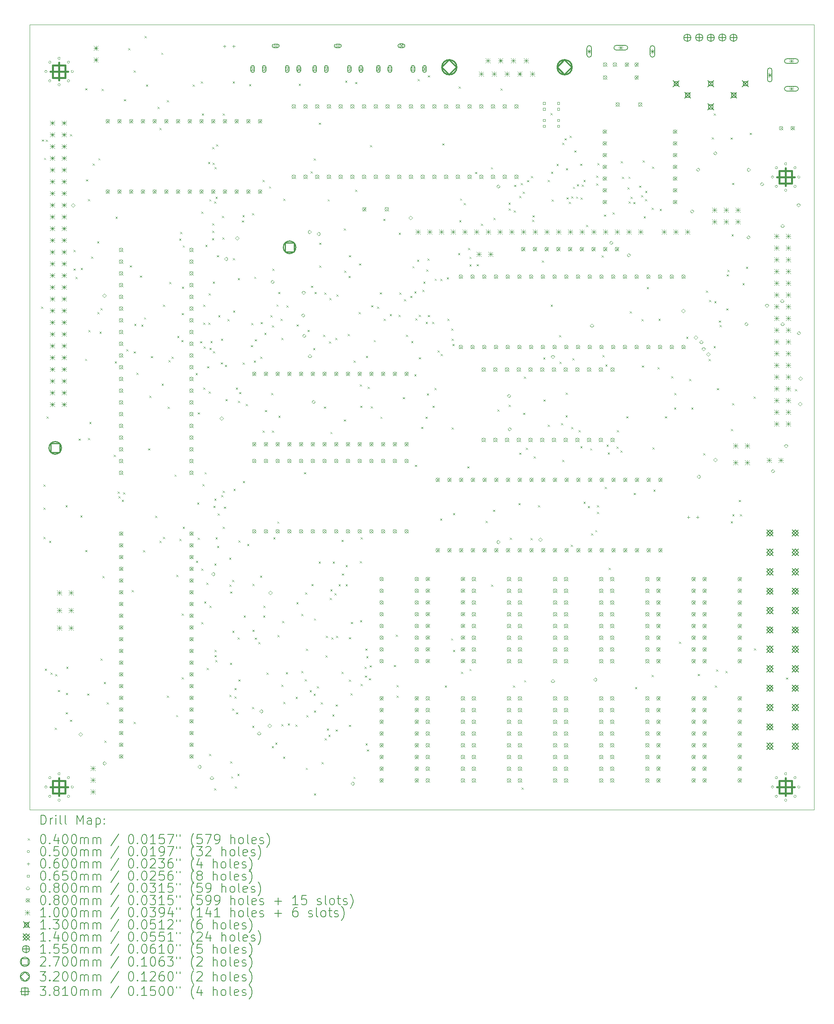
<source format=gbr>
%TF.GenerationSoftware,KiCad,Pcbnew,7.0.1*%
%TF.CreationDate,2023-05-06T23:27:44+01:00*%
%TF.ProjectId,CPC464-2MINIITX,43504334-3634-42d3-924d-494e49495458,rev?*%
%TF.SameCoordinates,Original*%
%TF.FileFunction,Drillmap*%
%TF.FilePolarity,Positive*%
%FSLAX45Y45*%
G04 Gerber Fmt 4.5, Leading zero omitted, Abs format (unit mm)*
G04 Created by KiCad (PCBNEW 7.0.1) date 2023-05-06 23:27:44*
%MOMM*%
%LPD*%
G01*
G04 APERTURE LIST*
%ADD10C,0.100000*%
%ADD11C,0.200000*%
%ADD12C,0.040000*%
%ADD13C,0.050000*%
%ADD14C,0.060000*%
%ADD15C,0.065000*%
%ADD16C,0.080000*%
%ADD17C,0.130000*%
%ADD18C,0.140000*%
%ADD19C,0.155000*%
%ADD20C,0.270000*%
%ADD21C,0.320000*%
%ADD22C,0.381000*%
G04 APERTURE END LIST*
D10*
X2866420Y-2816007D02*
X19866420Y-2816007D01*
X19866420Y-19816007D01*
X2866420Y-19816007D01*
X2866420Y-2816007D01*
D11*
D12*
X3112510Y-8920950D02*
X3152510Y-8960950D01*
X3152510Y-8920950D02*
X3112510Y-8960950D01*
X3125000Y-5305000D02*
X3165000Y-5345000D01*
X3165000Y-5305000D02*
X3125000Y-5345000D01*
X3159070Y-12773090D02*
X3199070Y-12813090D01*
X3199070Y-12773090D02*
X3159070Y-12813090D01*
X3160000Y-13275000D02*
X3200000Y-13315000D01*
X3200000Y-13275000D02*
X3160000Y-13315000D01*
X3162030Y-13911390D02*
X3202030Y-13951390D01*
X3202030Y-13911390D02*
X3162030Y-13951390D01*
X3175430Y-5701130D02*
X3215430Y-5741130D01*
X3215430Y-5701130D02*
X3175430Y-5741130D01*
X3192040Y-16764280D02*
X3232040Y-16804280D01*
X3232040Y-16764280D02*
X3192040Y-16804280D01*
X3210000Y-5306200D02*
X3250000Y-5346200D01*
X3250000Y-5306200D02*
X3210000Y-5346200D01*
X3227830Y-11303920D02*
X3267830Y-11343920D01*
X3267830Y-11303920D02*
X3227830Y-11343920D01*
X3285600Y-13992910D02*
X3325600Y-14032910D01*
X3325600Y-13992910D02*
X3285600Y-14032910D01*
X3313580Y-16850000D02*
X3353580Y-16890000D01*
X3353580Y-16850000D02*
X3313580Y-16890000D01*
X3404400Y-18042960D02*
X3444400Y-18082960D01*
X3444400Y-18042960D02*
X3404400Y-18082960D01*
X3417330Y-16881210D02*
X3457330Y-16921210D01*
X3457330Y-16881210D02*
X3417330Y-16921210D01*
X3474290Y-17225960D02*
X3514290Y-17265960D01*
X3514290Y-17225960D02*
X3474290Y-17265960D01*
X3640560Y-13227170D02*
X3680560Y-13267170D01*
X3680560Y-13227170D02*
X3640560Y-13267170D01*
X3643780Y-17708480D02*
X3683780Y-17748480D01*
X3683780Y-17708480D02*
X3643780Y-17748480D01*
X3649530Y-17286260D02*
X3689530Y-17326260D01*
X3689530Y-17286260D02*
X3649530Y-17326260D01*
X3657570Y-16720880D02*
X3697570Y-16760880D01*
X3697570Y-16720880D02*
X3657570Y-16760880D01*
X3735500Y-17867960D02*
X3775500Y-17907960D01*
X3775500Y-17867960D02*
X3735500Y-17907960D01*
X3738400Y-5191980D02*
X3778400Y-5231980D01*
X3778400Y-5191980D02*
X3738400Y-5231980D01*
X3814730Y-7693330D02*
X3854730Y-7733330D01*
X3854730Y-7693330D02*
X3814730Y-7733330D01*
X3814730Y-8098300D02*
X3854730Y-8138300D01*
X3854730Y-8098300D02*
X3814730Y-8138300D01*
X3855650Y-8279290D02*
X3895650Y-8319290D01*
X3895650Y-8279290D02*
X3855650Y-8319290D01*
X3922870Y-11781220D02*
X3962870Y-11821220D01*
X3962870Y-11781220D02*
X3922870Y-11821220D01*
X3961800Y-13444370D02*
X4001800Y-13484370D01*
X4001800Y-13444370D02*
X3961800Y-13484370D01*
X3969310Y-8086460D02*
X4009310Y-8126460D01*
X4009310Y-8086460D02*
X3969310Y-8126460D01*
X4062380Y-10054650D02*
X4102380Y-10094650D01*
X4102380Y-10054650D02*
X4062380Y-10094650D01*
X4065000Y-14195000D02*
X4105000Y-14235000D01*
X4105000Y-14195000D02*
X4065000Y-14235000D01*
X4069970Y-4195000D02*
X4109970Y-4235000D01*
X4109970Y-4195000D02*
X4069970Y-4235000D01*
X4083020Y-6167480D02*
X4123020Y-6207480D01*
X4123020Y-6167480D02*
X4083020Y-6207480D01*
X4113140Y-17302540D02*
X4153140Y-17342540D01*
X4153140Y-17302540D02*
X4113140Y-17342540D01*
X4124190Y-6592390D02*
X4164190Y-6632390D01*
X4164190Y-6592390D02*
X4124190Y-6632390D01*
X4129290Y-11771180D02*
X4169290Y-11811180D01*
X4169290Y-11771180D02*
X4129290Y-11811180D01*
X4137310Y-9430620D02*
X4177310Y-9470620D01*
X4177310Y-9430620D02*
X4137310Y-9470620D01*
X4156870Y-11422140D02*
X4196870Y-11462140D01*
X4196870Y-11422140D02*
X4156870Y-11462140D01*
X4196700Y-7840180D02*
X4236700Y-7880180D01*
X4236700Y-7840180D02*
X4196700Y-7880180D01*
X4227160Y-5825680D02*
X4267160Y-5865680D01*
X4267160Y-5825680D02*
X4227160Y-5865680D01*
X4325600Y-7508860D02*
X4365600Y-7548860D01*
X4365600Y-7508860D02*
X4325600Y-7548860D01*
X4329220Y-9042030D02*
X4369220Y-9082030D01*
X4369220Y-9042030D02*
X4329220Y-9082030D01*
X4350570Y-5709430D02*
X4390570Y-5749430D01*
X4390570Y-5709430D02*
X4350570Y-5749430D01*
X4376740Y-9463250D02*
X4416740Y-9503250D01*
X4416740Y-9463250D02*
X4376740Y-9503250D01*
X4396350Y-16545000D02*
X4436350Y-16585000D01*
X4436350Y-16545000D02*
X4396350Y-16585000D01*
X4400210Y-8954580D02*
X4440210Y-8994580D01*
X4440210Y-8954580D02*
X4400210Y-8994580D01*
X4420300Y-4205810D02*
X4460300Y-4245810D01*
X4460300Y-4205810D02*
X4420300Y-4245810D01*
X4442310Y-14759240D02*
X4482310Y-14799240D01*
X4482310Y-14759240D02*
X4442310Y-14799240D01*
X4468800Y-17051060D02*
X4508800Y-17091060D01*
X4508800Y-17051060D02*
X4468800Y-17091060D01*
X4484970Y-18322110D02*
X4524970Y-18362110D01*
X4524970Y-18322110D02*
X4484970Y-18362110D01*
X4533040Y-17492230D02*
X4573040Y-17532230D01*
X4573040Y-17492230D02*
X4533040Y-17532230D01*
X4683810Y-12132200D02*
X4723810Y-12172200D01*
X4723810Y-12132200D02*
X4683810Y-12172200D01*
X4707740Y-10111140D02*
X4747740Y-10151140D01*
X4747740Y-10111140D02*
X4707740Y-10151140D01*
X4723310Y-6977930D02*
X4763310Y-7017930D01*
X4763310Y-6977930D02*
X4723310Y-7017930D01*
X4770000Y-12930000D02*
X4810000Y-12970000D01*
X4810000Y-12930000D02*
X4770000Y-12970000D01*
X4785664Y-13028715D02*
X4825664Y-13068715D01*
X4825664Y-13028715D02*
X4785664Y-13068715D01*
X4858812Y-13104950D02*
X4898812Y-13144950D01*
X4898812Y-13104950D02*
X4858812Y-13144950D01*
X4887050Y-12945510D02*
X4927050Y-12985510D01*
X4927050Y-12945510D02*
X4887050Y-12985510D01*
X4907730Y-4432850D02*
X4947730Y-4472850D01*
X4947730Y-4432850D02*
X4907730Y-4472850D01*
X4954370Y-9846150D02*
X4994370Y-9886150D01*
X4994370Y-9846150D02*
X4954370Y-9886150D01*
X5000000Y-3330000D02*
X5040000Y-3370000D01*
X5040000Y-3330000D02*
X5000000Y-3370000D01*
X5032290Y-8031500D02*
X5072290Y-8071500D01*
X5072290Y-8031500D02*
X5032290Y-8071500D01*
X5075000Y-15060000D02*
X5115000Y-15100000D01*
X5115000Y-15060000D02*
X5075000Y-15100000D01*
X5114830Y-9892450D02*
X5154830Y-9932450D01*
X5154830Y-9892450D02*
X5114830Y-9932450D01*
X5115890Y-17913940D02*
X5155890Y-17953940D01*
X5155890Y-17913940D02*
X5115890Y-17953940D01*
X5116070Y-3810350D02*
X5156070Y-3850350D01*
X5156070Y-3810350D02*
X5116070Y-3850350D01*
X5130120Y-9295010D02*
X5170120Y-9335010D01*
X5170120Y-9295010D02*
X5130120Y-9335010D01*
X5177130Y-10355480D02*
X5217130Y-10395480D01*
X5217130Y-10355480D02*
X5177130Y-10395480D01*
X5251250Y-8250470D02*
X5291250Y-8290470D01*
X5291250Y-8250470D02*
X5251250Y-8290470D01*
X5282080Y-9313750D02*
X5322080Y-9353750D01*
X5322080Y-9313750D02*
X5282080Y-9353750D01*
X5320000Y-14200000D02*
X5360000Y-14240000D01*
X5360000Y-14200000D02*
X5320000Y-14240000D01*
X5341410Y-9156570D02*
X5381410Y-9196570D01*
X5381410Y-9156570D02*
X5341410Y-9196570D01*
X5355000Y-3065000D02*
X5395000Y-3105000D01*
X5395000Y-3065000D02*
X5355000Y-3105000D01*
X5383730Y-4113730D02*
X5423730Y-4153730D01*
X5423730Y-4113730D02*
X5383730Y-4153730D01*
X5428220Y-11992000D02*
X5468220Y-12032000D01*
X5468220Y-11992000D02*
X5428220Y-12032000D01*
X5455850Y-10853450D02*
X5495850Y-10893450D01*
X5495850Y-10853450D02*
X5455850Y-10893450D01*
X5488010Y-9995730D02*
X5528010Y-10035730D01*
X5528010Y-9995730D02*
X5488010Y-10035730D01*
X5585000Y-13455030D02*
X5625000Y-13495030D01*
X5625000Y-13455030D02*
X5585000Y-13495030D01*
X5636330Y-4597690D02*
X5676330Y-4637690D01*
X5676330Y-4597690D02*
X5636330Y-4637690D01*
X5677750Y-13993770D02*
X5717750Y-14033770D01*
X5717750Y-13993770D02*
X5677750Y-14033770D01*
X5678000Y-5054130D02*
X5718000Y-5094130D01*
X5718000Y-5054130D02*
X5678000Y-5094130D01*
X5715000Y-3425000D02*
X5755000Y-3465000D01*
X5755000Y-3425000D02*
X5715000Y-3465000D01*
X5723710Y-10592240D02*
X5763710Y-10632240D01*
X5763710Y-10592240D02*
X5723710Y-10632240D01*
X5750200Y-13908300D02*
X5790200Y-13948300D01*
X5790200Y-13908300D02*
X5750200Y-13948300D01*
X5753430Y-8879950D02*
X5793430Y-8919950D01*
X5793430Y-8879950D02*
X5753430Y-8919950D01*
X5834750Y-17345000D02*
X5874750Y-17385000D01*
X5874750Y-17345000D02*
X5834750Y-17385000D01*
X5840000Y-4452740D02*
X5880000Y-4492740D01*
X5880000Y-4452740D02*
X5840000Y-4492740D01*
X5852710Y-11090150D02*
X5892710Y-11130150D01*
X5892710Y-11090150D02*
X5852710Y-11130150D01*
X5868820Y-10083210D02*
X5908820Y-10123210D01*
X5908820Y-10083210D02*
X5868820Y-10123210D01*
X5885890Y-8390090D02*
X5925890Y-8430090D01*
X5925890Y-8390090D02*
X5885890Y-8430090D01*
X5938650Y-10010360D02*
X5978650Y-10050360D01*
X5978650Y-10010360D02*
X5938650Y-10050360D01*
X6002550Y-12559010D02*
X6042550Y-12599010D01*
X6042550Y-12559010D02*
X6002550Y-12599010D01*
X6035180Y-17766120D02*
X6075180Y-17806120D01*
X6075180Y-17766120D02*
X6035180Y-17806120D01*
X6042220Y-14732550D02*
X6082220Y-14772550D01*
X6082220Y-14732550D02*
X6042220Y-14772550D01*
X6060750Y-9559030D02*
X6100750Y-9599030D01*
X6100750Y-9559030D02*
X6060750Y-9599030D01*
X6104020Y-7447530D02*
X6144020Y-7487530D01*
X6144020Y-7447530D02*
X6104020Y-7487530D01*
X6110000Y-13950000D02*
X6150000Y-13990000D01*
X6150000Y-13950000D02*
X6110000Y-13990000D01*
X6126670Y-7306470D02*
X6166670Y-7346470D01*
X6166670Y-7306470D02*
X6126670Y-7346470D01*
X6151620Y-9646990D02*
X6191620Y-9686990D01*
X6191620Y-9646990D02*
X6151620Y-9686990D01*
X6158500Y-9064310D02*
X6198500Y-9104310D01*
X6198500Y-9064310D02*
X6158500Y-9104310D01*
X6159750Y-16951130D02*
X6199750Y-16991130D01*
X6199750Y-16951130D02*
X6159750Y-16991130D01*
X6161020Y-15567700D02*
X6201020Y-15607700D01*
X6201020Y-15567700D02*
X6161020Y-15607700D01*
X6164130Y-8494260D02*
X6204130Y-8534260D01*
X6204130Y-8494260D02*
X6164130Y-8534260D01*
X6180000Y-13690000D02*
X6220000Y-13730000D01*
X6220000Y-13690000D02*
X6180000Y-13730000D01*
X6181140Y-7599710D02*
X6221140Y-7639710D01*
X6221140Y-7599710D02*
X6181140Y-7639710D01*
X6395000Y-4115320D02*
X6435000Y-4155320D01*
X6435000Y-4115320D02*
X6395000Y-4155320D01*
X6460550Y-10365260D02*
X6500550Y-10405260D01*
X6500550Y-10365260D02*
X6460550Y-10405260D01*
X6467160Y-14427820D02*
X6507160Y-14467820D01*
X6507160Y-14427820D02*
X6467160Y-14467820D01*
X6492720Y-13164890D02*
X6532720Y-13204890D01*
X6532720Y-13164890D02*
X6492720Y-13204890D01*
X6505950Y-13926285D02*
X6545950Y-13966285D01*
X6545950Y-13926285D02*
X6505950Y-13966285D01*
X6507550Y-11214500D02*
X6547550Y-11254500D01*
X6547550Y-11214500D02*
X6507550Y-11254500D01*
X6559250Y-9671800D02*
X6599250Y-9711800D01*
X6599250Y-9671800D02*
X6559250Y-9711800D01*
X6571865Y-4048020D02*
X6611865Y-4088020D01*
X6611865Y-4048020D02*
X6571865Y-4088020D01*
X6581520Y-14594650D02*
X6621520Y-14634650D01*
X6621520Y-14594650D02*
X6581520Y-14634650D01*
X6584330Y-6863310D02*
X6624330Y-6903310D01*
X6624330Y-6863310D02*
X6584330Y-6903310D01*
X6585200Y-15758980D02*
X6625200Y-15798980D01*
X6625200Y-15758980D02*
X6585200Y-15798980D01*
X6595880Y-4743810D02*
X6635880Y-4783810D01*
X6635880Y-4743810D02*
X6595880Y-4783810D01*
X6609120Y-12767480D02*
X6649120Y-12807480D01*
X6649120Y-12767480D02*
X6609120Y-12807480D01*
X6622350Y-10678540D02*
X6662350Y-10718540D01*
X6662350Y-10678540D02*
X6622350Y-10718540D01*
X6623100Y-8884140D02*
X6663100Y-8924140D01*
X6663100Y-8884140D02*
X6623100Y-8924140D01*
X6623860Y-9268070D02*
X6663860Y-9308070D01*
X6663860Y-9268070D02*
X6623860Y-9308070D01*
X6632450Y-9790000D02*
X6672450Y-9830000D01*
X6672450Y-9790000D02*
X6632450Y-9830000D01*
X6646720Y-15308430D02*
X6686720Y-15348430D01*
X6686720Y-15308430D02*
X6646720Y-15348430D01*
X6653170Y-12508670D02*
X6693170Y-12548670D01*
X6693170Y-12508670D02*
X6653170Y-12548670D01*
X6671200Y-7585000D02*
X6711200Y-7625000D01*
X6711200Y-7585000D02*
X6671200Y-7625000D01*
X6691280Y-14903770D02*
X6731280Y-14943770D01*
X6731280Y-14903770D02*
X6691280Y-14943770D01*
X6697910Y-16748290D02*
X6737910Y-16788290D01*
X6737910Y-16748290D02*
X6697910Y-16788290D01*
X6707220Y-10213800D02*
X6747220Y-10253800D01*
X6747220Y-10213800D02*
X6707220Y-10253800D01*
X6730790Y-5790790D02*
X6770790Y-5830790D01*
X6770790Y-5790790D02*
X6730790Y-5830790D01*
X6734350Y-9273290D02*
X6774350Y-9313290D01*
X6774350Y-9273290D02*
X6734350Y-9313290D01*
X6745690Y-8637380D02*
X6785690Y-8677380D01*
X6785690Y-8637380D02*
X6745690Y-8677380D01*
X6746035Y-10759885D02*
X6786035Y-10799885D01*
X6786035Y-10759885D02*
X6746035Y-10799885D01*
X6753400Y-18606570D02*
X6793400Y-18646570D01*
X6793400Y-18606570D02*
X6753400Y-18646570D01*
X6754970Y-6600000D02*
X6794970Y-6640000D01*
X6794970Y-6600000D02*
X6754970Y-6640000D01*
X6761180Y-15398030D02*
X6801180Y-15438030D01*
X6801180Y-15398030D02*
X6761180Y-15438030D01*
X6761590Y-9816680D02*
X6801590Y-9856680D01*
X6801590Y-9816680D02*
X6761590Y-9856680D01*
X6782450Y-9671730D02*
X6822450Y-9711730D01*
X6822450Y-9671730D02*
X6782450Y-9711730D01*
X6814300Y-7440160D02*
X6854300Y-7480160D01*
X6854300Y-7440160D02*
X6814300Y-7480160D01*
X6821480Y-7282180D02*
X6861480Y-7322180D01*
X6861480Y-7282180D02*
X6821480Y-7322180D01*
X6821700Y-5471060D02*
X6861700Y-5511060D01*
X6861700Y-5471060D02*
X6821700Y-5511060D01*
X6822360Y-7119350D02*
X6862360Y-7159350D01*
X6862360Y-7119350D02*
X6822360Y-7159350D01*
X6829327Y-5807539D02*
X6869327Y-5847539D01*
X6869327Y-5807539D02*
X6829327Y-5847539D01*
X6831920Y-8384440D02*
X6871920Y-8424440D01*
X6871920Y-8384440D02*
X6831920Y-8424440D01*
X6834955Y-9890045D02*
X6874955Y-9930045D01*
X6874955Y-9890045D02*
X6834955Y-9930045D01*
X6844940Y-13238400D02*
X6884940Y-13278400D01*
X6884940Y-13238400D02*
X6844940Y-13278400D01*
X6860000Y-19355000D02*
X6900000Y-19395000D01*
X6900000Y-19355000D02*
X6860000Y-19395000D01*
X6862590Y-6643250D02*
X6902590Y-6683250D01*
X6902590Y-6643250D02*
X6862590Y-6683250D01*
X6865000Y-13080000D02*
X6905000Y-13120000D01*
X6905000Y-13080000D02*
X6865000Y-13120000D01*
X6866990Y-14487940D02*
X6906990Y-14527940D01*
X6906990Y-14487940D02*
X6866990Y-14527940D01*
X6869600Y-16358000D02*
X6909600Y-16398000D01*
X6909600Y-16358000D02*
X6869600Y-16398000D01*
X6870510Y-5898610D02*
X6910510Y-5938610D01*
X6910510Y-5898610D02*
X6870510Y-5938610D01*
X6871570Y-16470510D02*
X6911570Y-16510510D01*
X6911570Y-16470510D02*
X6871570Y-16510510D01*
X6886260Y-16577010D02*
X6926260Y-16617010D01*
X6926260Y-16577010D02*
X6886260Y-16617010D01*
X6890420Y-13920100D02*
X6930420Y-13960100D01*
X6930420Y-13920100D02*
X6890420Y-13960100D01*
X6890777Y-6547357D02*
X6930777Y-6587357D01*
X6930777Y-6547357D02*
X6890777Y-6587357D01*
X6902010Y-5407310D02*
X6942010Y-5447310D01*
X6942010Y-5407310D02*
X6902010Y-5447310D01*
X6921860Y-7809669D02*
X6961860Y-7849669D01*
X6961860Y-7809669D02*
X6921860Y-7849669D01*
X6924615Y-14104615D02*
X6964615Y-14144615D01*
X6964615Y-14104615D02*
X6924615Y-14144615D01*
X6937510Y-13403500D02*
X6977510Y-13443500D01*
X6977510Y-13403500D02*
X6937510Y-13443500D01*
X6950000Y-9111680D02*
X6990000Y-9151680D01*
X6990000Y-9111680D02*
X6950000Y-9151680D01*
X7005910Y-10129970D02*
X7045910Y-10169970D01*
X7045910Y-10129970D02*
X7005910Y-10169970D01*
X7009550Y-9615000D02*
X7049550Y-9655000D01*
X7049550Y-9615000D02*
X7009550Y-9655000D01*
X7013510Y-13005710D02*
X7053510Y-13045710D01*
X7053510Y-13005710D02*
X7013510Y-13045710D01*
X7030000Y-6960000D02*
X7070000Y-7000000D01*
X7070000Y-6960000D02*
X7030000Y-7000000D01*
X7037350Y-7423670D02*
X7077350Y-7463670D01*
X7077350Y-7423670D02*
X7037350Y-7463670D01*
X7045000Y-12910360D02*
X7085000Y-12950360D01*
X7085000Y-12910360D02*
X7045000Y-12950360D01*
X7045000Y-13690000D02*
X7085000Y-13730000D01*
X7085000Y-13690000D02*
X7045000Y-13730000D01*
X7045120Y-4743810D02*
X7085120Y-4783810D01*
X7085120Y-4743810D02*
X7045120Y-4783810D01*
X7075190Y-13254820D02*
X7115190Y-13294820D01*
X7115190Y-13254820D02*
X7075190Y-13294820D01*
X7094520Y-10185160D02*
X7134520Y-10225160D01*
X7134520Y-10185160D02*
X7094520Y-10225160D01*
X7110350Y-10925950D02*
X7150350Y-10965950D01*
X7150350Y-10925950D02*
X7110350Y-10965950D01*
X7146770Y-9192370D02*
X7186770Y-9232370D01*
X7186770Y-9192370D02*
X7146770Y-9232370D01*
X7188670Y-14357580D02*
X7228670Y-14397580D01*
X7228670Y-14357580D02*
X7188670Y-14397580D01*
X7189050Y-14945550D02*
X7229050Y-14985550D01*
X7229050Y-14945550D02*
X7189050Y-14985550D01*
X7194810Y-17332830D02*
X7234810Y-17372830D01*
X7234810Y-17332830D02*
X7194810Y-17372830D01*
X7205000Y-16635000D02*
X7245000Y-16675000D01*
X7245000Y-16635000D02*
X7205000Y-16675000D01*
X7206920Y-18770070D02*
X7246920Y-18810070D01*
X7246920Y-18770070D02*
X7206920Y-18810070D01*
X7210460Y-15090580D02*
X7250460Y-15130580D01*
X7250460Y-15090580D02*
X7210460Y-15130580D01*
X7230550Y-19097340D02*
X7270550Y-19137340D01*
X7270550Y-19097340D02*
X7230550Y-19137340D01*
X7249310Y-17625280D02*
X7289310Y-17665280D01*
X7289310Y-17625280D02*
X7249310Y-17665280D01*
X7251700Y-14842690D02*
X7291700Y-14882690D01*
X7291700Y-14842690D02*
X7251700Y-14882690D01*
X7256210Y-15941350D02*
X7296210Y-15981350D01*
X7296210Y-15941350D02*
X7256210Y-15981350D01*
X7265000Y-4048020D02*
X7305000Y-4088020D01*
X7305000Y-4048020D02*
X7265000Y-4088020D01*
X7267890Y-7875460D02*
X7307890Y-7915460D01*
X7307890Y-7875460D02*
X7267890Y-7915460D01*
X7272500Y-9006410D02*
X7312500Y-9046410D01*
X7312500Y-9006410D02*
X7272500Y-9046410D01*
X7280000Y-12867550D02*
X7320000Y-12907550D01*
X7320000Y-12867550D02*
X7280000Y-12907550D01*
X7299740Y-17183460D02*
X7339740Y-17223460D01*
X7339740Y-17183460D02*
X7299740Y-17223460D01*
X7302770Y-17366840D02*
X7342770Y-17406840D01*
X7342770Y-17366840D02*
X7302770Y-17406840D01*
X7308940Y-19312090D02*
X7348940Y-19352090D01*
X7348940Y-19312090D02*
X7308940Y-19352090D01*
X7330860Y-10675550D02*
X7370860Y-10715550D01*
X7370860Y-10675550D02*
X7330860Y-10715550D01*
X7334380Y-17708270D02*
X7374380Y-17748270D01*
X7374380Y-17708270D02*
X7334380Y-17748270D01*
X7366400Y-19038390D02*
X7406400Y-19078390D01*
X7406400Y-19038390D02*
X7366400Y-19078390D01*
X7367710Y-16088160D02*
X7407710Y-16128160D01*
X7407710Y-16088160D02*
X7367710Y-16128160D01*
X7373850Y-8305000D02*
X7413850Y-8345000D01*
X7413850Y-8305000D02*
X7373850Y-8345000D01*
X7378170Y-10963840D02*
X7418170Y-11003840D01*
X7418170Y-10963840D02*
X7378170Y-11003840D01*
X7387370Y-13984670D02*
X7427370Y-14024670D01*
X7427370Y-13984670D02*
X7387370Y-14024670D01*
X7389455Y-16995545D02*
X7429455Y-17035545D01*
X7429455Y-16995545D02*
X7389455Y-17035545D01*
X7403520Y-10773800D02*
X7443520Y-10813800D01*
X7443520Y-10773800D02*
X7403520Y-10813800D01*
X7464790Y-7057610D02*
X7504790Y-7097610D01*
X7504790Y-7057610D02*
X7464790Y-7097610D01*
X7475660Y-6940280D02*
X7515660Y-6980280D01*
X7515660Y-6940280D02*
X7475660Y-6980280D01*
X7480150Y-10133470D02*
X7520150Y-10173470D01*
X7520150Y-10133470D02*
X7480150Y-10173470D01*
X7483160Y-12699260D02*
X7523160Y-12739260D01*
X7523160Y-12699260D02*
X7483160Y-12739260D01*
X7500000Y-15615000D02*
X7540000Y-15655000D01*
X7540000Y-15615000D02*
X7500000Y-15655000D01*
X7544840Y-11034780D02*
X7584840Y-11074780D01*
X7584840Y-11034780D02*
X7544840Y-11074780D01*
X7578010Y-14064020D02*
X7618010Y-14104020D01*
X7618010Y-14064020D02*
X7578010Y-14104020D01*
X7620000Y-4106620D02*
X7660000Y-4146620D01*
X7660000Y-4106620D02*
X7620000Y-4146620D01*
X7657580Y-9758420D02*
X7697580Y-9798420D01*
X7697580Y-9758420D02*
X7657580Y-9798420D01*
X7663340Y-9281020D02*
X7703340Y-9321020D01*
X7703340Y-9281020D02*
X7663340Y-9321020D01*
X7682264Y-17592278D02*
X7722264Y-17632278D01*
X7722264Y-17592278D02*
X7682264Y-17632278D01*
X7685060Y-6897720D02*
X7725060Y-6937720D01*
X7725060Y-6897720D02*
X7685060Y-6937720D01*
X7688070Y-18002270D02*
X7728070Y-18042270D01*
X7728070Y-18002270D02*
X7688070Y-18042270D01*
X7690920Y-14927600D02*
X7730920Y-14967600D01*
X7730920Y-14927600D02*
X7690920Y-14967600D01*
X7693310Y-15921280D02*
X7733310Y-15961280D01*
X7733310Y-15921280D02*
X7693310Y-15961280D01*
X7720000Y-10095000D02*
X7760000Y-10135000D01*
X7760000Y-10095000D02*
X7720000Y-10135000D01*
X7730000Y-8275000D02*
X7770000Y-8315000D01*
X7770000Y-8275000D02*
X7730000Y-8315000D01*
X7742880Y-9630360D02*
X7782880Y-9670360D01*
X7782880Y-9630360D02*
X7742880Y-9670360D01*
X7745000Y-16090000D02*
X7785000Y-16130000D01*
X7785000Y-16090000D02*
X7745000Y-16130000D01*
X7817450Y-16190000D02*
X7857450Y-16230000D01*
X7857450Y-16190000D02*
X7817450Y-16230000D01*
X7857660Y-14748570D02*
X7897660Y-14788570D01*
X7897660Y-14748570D02*
X7857660Y-14788570D01*
X7858380Y-10009160D02*
X7898380Y-10049160D01*
X7898380Y-10009160D02*
X7858380Y-10049160D01*
X7869320Y-9258490D02*
X7909320Y-9298490D01*
X7909320Y-9258490D02*
X7869320Y-9298490D01*
X7913840Y-11606250D02*
X7953840Y-11646250D01*
X7953840Y-11606250D02*
X7913840Y-11646250D01*
X7914050Y-6181130D02*
X7954050Y-6221130D01*
X7954050Y-6181130D02*
X7914050Y-6221130D01*
X7924340Y-15610930D02*
X7964340Y-15650930D01*
X7964340Y-15610930D02*
X7924340Y-15650930D01*
X7930170Y-15398030D02*
X7970170Y-15438030D01*
X7970170Y-15398030D02*
X7930170Y-15438030D01*
X7950880Y-9488900D02*
X7990880Y-9528900D01*
X7990880Y-9488900D02*
X7950880Y-9528900D01*
X7964000Y-11162610D02*
X8004000Y-11202610D01*
X8004000Y-11162610D02*
X7964000Y-11202610D01*
X7995000Y-16850000D02*
X8035000Y-16890000D01*
X8035000Y-16850000D02*
X7995000Y-16890000D01*
X8052190Y-6320970D02*
X8092190Y-6360970D01*
X8092190Y-6320970D02*
X8052190Y-6360970D01*
X8080950Y-9112490D02*
X8120950Y-9152490D01*
X8120950Y-9112490D02*
X8080950Y-9152490D01*
X8099530Y-10796310D02*
X8139530Y-10836310D01*
X8139530Y-10796310D02*
X8099530Y-10836310D01*
X8111270Y-18442370D02*
X8151270Y-18482370D01*
X8151270Y-18442370D02*
X8111270Y-18482370D01*
X8112420Y-9332150D02*
X8152420Y-9372150D01*
X8152420Y-9332150D02*
X8112420Y-9372150D01*
X8115890Y-11607420D02*
X8155890Y-11647420D01*
X8155890Y-11607420D02*
X8115890Y-11647420D01*
X8125020Y-8100000D02*
X8165020Y-8140000D01*
X8165020Y-8100000D02*
X8125020Y-8140000D01*
X8144760Y-13919800D02*
X8184760Y-13959800D01*
X8184760Y-13919800D02*
X8144760Y-13959800D01*
X8185890Y-18363650D02*
X8225890Y-18403650D01*
X8225890Y-18363650D02*
X8185890Y-18403650D01*
X8212950Y-8877050D02*
X8252950Y-8917050D01*
X8252950Y-8877050D02*
X8212950Y-8917050D01*
X8229960Y-13575980D02*
X8269960Y-13615980D01*
X8269960Y-13575980D02*
X8229960Y-13615980D01*
X8234870Y-16035280D02*
X8274870Y-16075280D01*
X8274870Y-16035280D02*
X8234870Y-16075280D01*
X8253230Y-8606960D02*
X8293230Y-8646960D01*
X8293230Y-8606960D02*
X8253230Y-8646960D01*
X8253790Y-11283930D02*
X8293790Y-11323930D01*
X8293790Y-11283930D02*
X8253790Y-11323930D01*
X8300420Y-9185000D02*
X8340420Y-9225000D01*
X8340420Y-9185000D02*
X8300420Y-9225000D01*
X8315440Y-9600100D02*
X8355440Y-9640100D01*
X8355440Y-9600100D02*
X8315440Y-9640100D01*
X8316200Y-17964640D02*
X8356200Y-18004640D01*
X8356200Y-17964640D02*
X8316200Y-18004640D01*
X8320000Y-17110230D02*
X8360000Y-17150230D01*
X8360000Y-17110230D02*
X8320000Y-17150230D01*
X8335500Y-15728550D02*
X8375500Y-15768550D01*
X8375500Y-15728550D02*
X8335500Y-15768550D01*
X8355790Y-18670850D02*
X8395790Y-18710850D01*
X8395790Y-18670850D02*
X8355790Y-18710850D01*
X8359520Y-17482120D02*
X8399520Y-17522120D01*
X8399520Y-17482120D02*
X8359520Y-17522120D01*
X8360000Y-6587550D02*
X8400000Y-6627550D01*
X8400000Y-6587550D02*
X8360000Y-6627550D01*
X8415050Y-16837110D02*
X8455050Y-16877110D01*
X8455050Y-16837110D02*
X8415050Y-16877110D01*
X8427600Y-8898630D02*
X8467600Y-8938630D01*
X8467600Y-8898630D02*
X8427600Y-8938630D01*
X8457940Y-17949110D02*
X8497940Y-17989110D01*
X8497940Y-17949110D02*
X8457940Y-17989110D01*
X8624200Y-17977020D02*
X8664200Y-18017020D01*
X8664200Y-17977020D02*
X8624200Y-18017020D01*
X8627050Y-17375670D02*
X8667050Y-17415670D01*
X8667050Y-17375670D02*
X8627050Y-17415670D01*
X8643310Y-15326245D02*
X8683310Y-15366245D01*
X8683310Y-15326245D02*
X8643310Y-15366245D01*
X8645930Y-9309540D02*
X8685930Y-9349540D01*
X8685930Y-9309540D02*
X8645930Y-9349540D01*
X8695000Y-4100000D02*
X8735000Y-4140000D01*
X8735000Y-4100000D02*
X8695000Y-4140000D01*
X8747560Y-15576930D02*
X8787560Y-15616930D01*
X8787560Y-15576930D02*
X8747560Y-15616930D01*
X8750190Y-16814910D02*
X8790190Y-16854910D01*
X8790190Y-16814910D02*
X8750190Y-16854910D01*
X8806930Y-12508670D02*
X8846930Y-12548670D01*
X8846930Y-12508670D02*
X8806930Y-12548670D01*
X8825000Y-16995000D02*
X8865000Y-17035000D01*
X8865000Y-16995000D02*
X8825000Y-17035000D01*
X8833765Y-15112550D02*
X8873765Y-15152550D01*
X8873765Y-15112550D02*
X8833765Y-15152550D01*
X8848080Y-18910680D02*
X8888080Y-18950680D01*
X8888080Y-18910680D02*
X8848080Y-18950680D01*
X8851240Y-16332240D02*
X8891240Y-16372240D01*
X8891240Y-16332240D02*
X8851240Y-16372240D01*
X8862380Y-17770780D02*
X8902380Y-17810780D01*
X8902380Y-17770780D02*
X8862380Y-17810780D01*
X8887660Y-9426990D02*
X8927660Y-9466990D01*
X8927660Y-9426990D02*
X8887660Y-9466990D01*
X8930730Y-17227890D02*
X8970730Y-17267890D01*
X8970730Y-17227890D02*
X8930730Y-17267890D01*
X8955000Y-5995000D02*
X8995000Y-6035000D01*
X8995000Y-5995000D02*
X8955000Y-6035000D01*
X8960000Y-8470000D02*
X9000000Y-8510000D01*
X9000000Y-8470000D02*
X8960000Y-8510000D01*
X8968500Y-14930480D02*
X9008500Y-14970480D01*
X9008500Y-14930480D02*
X8968500Y-14970480D01*
X9008390Y-9821610D02*
X9048390Y-9861610D01*
X9048390Y-9821610D02*
X9008390Y-9861610D01*
X9015470Y-17306740D02*
X9055470Y-17346740D01*
X9055470Y-17306740D02*
X9015470Y-17346740D01*
X9022450Y-5716870D02*
X9062450Y-5756870D01*
X9062450Y-5716870D02*
X9022450Y-5756870D01*
X9024140Y-15676630D02*
X9064140Y-15716630D01*
X9064140Y-15676630D02*
X9024140Y-15716630D01*
X9025000Y-17670250D02*
X9065000Y-17710250D01*
X9065000Y-17670250D02*
X9025000Y-17710250D01*
X9025000Y-19465000D02*
X9065000Y-19505000D01*
X9065000Y-19465000D02*
X9025000Y-19505000D01*
X9040000Y-8605000D02*
X9080000Y-8645000D01*
X9080000Y-8605000D02*
X9040000Y-8645000D01*
X9090300Y-17143480D02*
X9130300Y-17183480D01*
X9130300Y-17143480D02*
X9090300Y-17183480D01*
X9127050Y-14445640D02*
X9167050Y-14485640D01*
X9167050Y-14445640D02*
X9127050Y-14485640D01*
X9130050Y-4940011D02*
X9170050Y-4980011D01*
X9170050Y-4940011D02*
X9130050Y-4980011D01*
X9141920Y-7540000D02*
X9181920Y-7580000D01*
X9181920Y-7540000D02*
X9141920Y-7580000D01*
X9141920Y-8035630D02*
X9181920Y-8075630D01*
X9181920Y-8035630D02*
X9141920Y-8075630D01*
X9174810Y-17494820D02*
X9214810Y-17534820D01*
X9214810Y-17494820D02*
X9174810Y-17534820D01*
X9188070Y-18790230D02*
X9228070Y-18830230D01*
X9228070Y-18790230D02*
X9188070Y-18830230D01*
X9221520Y-9530860D02*
X9261520Y-9570860D01*
X9261520Y-9530860D02*
X9221520Y-9570860D01*
X9239060Y-11087000D02*
X9279060Y-11127000D01*
X9279060Y-11087000D02*
X9239060Y-11127000D01*
X9250000Y-8616470D02*
X9290000Y-8656470D01*
X9290000Y-8616470D02*
X9250000Y-8656470D01*
X9256020Y-18273530D02*
X9296020Y-18313530D01*
X9296020Y-18273530D02*
X9256020Y-18313530D01*
X9272770Y-16478280D02*
X9312770Y-16518280D01*
X9312770Y-16478280D02*
X9272770Y-16518280D01*
X9284550Y-16052970D02*
X9324550Y-16092970D01*
X9324550Y-16052970D02*
X9284550Y-16092970D01*
X9304720Y-18059800D02*
X9344720Y-18099800D01*
X9344720Y-18059800D02*
X9304720Y-18099800D01*
X9322150Y-6599520D02*
X9362150Y-6639520D01*
X9362150Y-6599520D02*
X9322150Y-6639520D01*
X9337590Y-18195210D02*
X9377590Y-18235210D01*
X9377590Y-18195210D02*
X9337590Y-18235210D01*
X9353530Y-9678520D02*
X9393530Y-9718520D01*
X9393530Y-9678520D02*
X9353530Y-9718520D01*
X9358710Y-8734630D02*
X9398710Y-8774630D01*
X9398710Y-8734630D02*
X9358710Y-8774630D01*
X9365230Y-15233970D02*
X9405230Y-15273970D01*
X9405230Y-15233970D02*
X9365230Y-15273970D01*
X9379520Y-11636070D02*
X9419520Y-11676070D01*
X9419520Y-11636070D02*
X9379520Y-11676070D01*
X9380000Y-15045000D02*
X9420000Y-15085000D01*
X9420000Y-15045000D02*
X9380000Y-15085000D01*
X9403110Y-16085000D02*
X9443110Y-16125000D01*
X9443110Y-16085000D02*
X9403110Y-16125000D01*
X9423150Y-17756190D02*
X9463150Y-17796190D01*
X9463150Y-17756190D02*
X9423150Y-17796190D01*
X9431580Y-14441310D02*
X9471580Y-14481310D01*
X9471580Y-14441310D02*
X9431580Y-14481310D01*
X9472380Y-15127380D02*
X9512380Y-15167380D01*
X9512380Y-15127380D02*
X9472380Y-15167380D01*
X9483550Y-9602120D02*
X9523550Y-9642120D01*
X9523550Y-9602120D02*
X9483550Y-9642120D01*
X9495060Y-17539500D02*
X9535060Y-17579500D01*
X9535060Y-17539500D02*
X9495060Y-17579500D01*
X9495660Y-18081260D02*
X9535660Y-18121260D01*
X9535660Y-18081260D02*
X9495660Y-18121260D01*
X9503610Y-16052970D02*
X9543610Y-16092970D01*
X9543610Y-16052970D02*
X9503610Y-16092970D01*
X9513470Y-8661220D02*
X9553470Y-8701220D01*
X9553470Y-8661220D02*
X9513470Y-8701220D01*
X9557820Y-14937820D02*
X9597820Y-14977820D01*
X9597820Y-14937820D02*
X9557820Y-14977820D01*
X9621380Y-16829800D02*
X9661380Y-16869800D01*
X9661380Y-16829800D02*
X9621380Y-16869800D01*
X9624340Y-13974340D02*
X9664340Y-14014340D01*
X9664340Y-13974340D02*
X9624340Y-14014340D01*
X9630270Y-14702550D02*
X9670270Y-14742550D01*
X9670270Y-14702550D02*
X9630270Y-14742550D01*
X9673180Y-7230160D02*
X9713180Y-7270160D01*
X9713180Y-7230160D02*
X9673180Y-7270160D01*
X9674600Y-11367060D02*
X9714600Y-11407060D01*
X9714600Y-11367060D02*
X9674600Y-11407060D01*
X9682690Y-8142730D02*
X9722690Y-8182730D01*
X9722690Y-8142730D02*
X9682690Y-8182730D01*
X9703190Y-4028260D02*
X9743190Y-4068260D01*
X9743190Y-4028260D02*
X9703190Y-4068260D01*
X9710000Y-14520000D02*
X9750000Y-14560000D01*
X9750000Y-14520000D02*
X9710000Y-14560000D01*
X9710500Y-14937810D02*
X9750500Y-14977810D01*
X9750500Y-14937810D02*
X9710500Y-14977810D01*
X9758000Y-9515940D02*
X9798000Y-9555940D01*
X9798000Y-9515940D02*
X9758000Y-9555940D01*
X9772080Y-8258450D02*
X9812080Y-8298450D01*
X9812080Y-8258450D02*
X9772080Y-8298450D01*
X9780000Y-7810000D02*
X9820000Y-7850000D01*
X9820000Y-7810000D02*
X9780000Y-7850000D01*
X9784970Y-16083250D02*
X9824970Y-16123250D01*
X9824970Y-16083250D02*
X9784970Y-16123250D01*
X9784970Y-17002640D02*
X9824970Y-17042640D01*
X9824970Y-17002640D02*
X9784970Y-17042640D01*
X9784970Y-17978680D02*
X9824970Y-18018680D01*
X9824970Y-17978680D02*
X9784970Y-18018680D01*
X9813700Y-17294650D02*
X9853700Y-17334650D01*
X9853700Y-17294650D02*
X9813700Y-17334650D01*
X9824450Y-15752990D02*
X9864450Y-15792990D01*
X9864450Y-15752990D02*
X9824450Y-15792990D01*
X9879780Y-19104700D02*
X9919780Y-19144700D01*
X9919780Y-19104700D02*
X9879780Y-19144700D01*
X9885000Y-10095000D02*
X9925000Y-10135000D01*
X9925000Y-10095000D02*
X9885000Y-10135000D01*
X9916960Y-6395120D02*
X9956960Y-6435120D01*
X9956960Y-6395120D02*
X9916960Y-6435120D01*
X9919170Y-4059670D02*
X9959170Y-4099670D01*
X9959170Y-4059670D02*
X9919170Y-4099670D01*
X9995000Y-9040000D02*
X10035000Y-9080000D01*
X10035000Y-9040000D02*
X9995000Y-9080000D01*
X10004620Y-7987030D02*
X10044620Y-8027030D01*
X10044620Y-7987030D02*
X10004620Y-8027030D01*
X10018040Y-10609390D02*
X10058040Y-10649390D01*
X10058040Y-10609390D02*
X10018040Y-10649390D01*
X10022190Y-14438410D02*
X10062190Y-14478410D01*
X10062190Y-14438410D02*
X10022190Y-14478410D01*
X10023370Y-15715930D02*
X10063370Y-15755930D01*
X10063370Y-15715930D02*
X10023370Y-15755930D01*
X10028590Y-11070710D02*
X10068590Y-11110710D01*
X10068590Y-11070710D02*
X10028590Y-11110710D01*
X10035080Y-13917410D02*
X10075080Y-13957410D01*
X10075080Y-13917410D02*
X10035080Y-13957410D01*
X10038000Y-17092040D02*
X10078000Y-17132040D01*
X10078000Y-17092040D02*
X10038000Y-17132040D01*
X10121030Y-16721800D02*
X10161030Y-16761800D01*
X10161030Y-16721800D02*
X10121030Y-16761800D01*
X10132410Y-16910850D02*
X10172410Y-16950850D01*
X10172410Y-16910850D02*
X10132410Y-16950850D01*
X10135640Y-16327240D02*
X10175640Y-16367240D01*
X10175640Y-16327240D02*
X10135640Y-16367240D01*
X10143630Y-18381370D02*
X10183630Y-18421370D01*
X10183630Y-18381370D02*
X10143630Y-18421370D01*
X10150090Y-9992950D02*
X10190090Y-10032950D01*
X10190090Y-9992950D02*
X10150090Y-10032950D01*
X10158710Y-16491130D02*
X10198710Y-16531130D01*
X10198710Y-16491130D02*
X10158710Y-16531130D01*
X10170480Y-18512540D02*
X10210480Y-18552540D01*
X10210480Y-18512540D02*
X10170480Y-18552540D01*
X10187190Y-10656230D02*
X10227190Y-10696230D01*
X10227190Y-10656230D02*
X10187190Y-10696230D01*
X10214920Y-16971160D02*
X10254920Y-17011160D01*
X10254920Y-16971160D02*
X10214920Y-17011160D01*
X10228710Y-16691060D02*
X10268710Y-16731060D01*
X10268710Y-16691060D02*
X10228710Y-16731060D01*
X10240000Y-5427550D02*
X10280000Y-5467550D01*
X10280000Y-5427550D02*
X10240000Y-5467550D01*
X10258990Y-11081740D02*
X10298990Y-11121740D01*
X10298990Y-11081740D02*
X10258990Y-11121740D01*
X10262960Y-8893310D02*
X10302960Y-8933310D01*
X10302960Y-8893310D02*
X10262960Y-8933310D01*
X10320570Y-9647880D02*
X10360570Y-9687880D01*
X10360570Y-9647880D02*
X10320570Y-9687880D01*
X10393480Y-8925270D02*
X10433480Y-8965270D01*
X10433480Y-8925270D02*
X10393480Y-8965270D01*
X10452810Y-8615680D02*
X10492810Y-8655680D01*
X10492810Y-8615680D02*
X10452810Y-8655680D01*
X10464310Y-11307260D02*
X10504310Y-11347260D01*
X10504310Y-11307260D02*
X10464310Y-11347260D01*
X10527290Y-7022390D02*
X10567290Y-7062390D01*
X10567290Y-7022390D02*
X10527290Y-7062390D01*
X10535000Y-9185000D02*
X10575000Y-9225000D01*
X10575000Y-9185000D02*
X10535000Y-9225000D01*
X10666460Y-9083080D02*
X10706460Y-9123080D01*
X10706460Y-9083080D02*
X10666460Y-9123080D01*
X10755000Y-16682730D02*
X10795000Y-16722730D01*
X10795000Y-16682730D02*
X10755000Y-16722730D01*
X10800000Y-16030000D02*
X10840000Y-16070000D01*
X10840000Y-16030000D02*
X10800000Y-16070000D01*
X10812810Y-17347590D02*
X10852810Y-17387590D01*
X10852810Y-17347590D02*
X10812810Y-17387590D01*
X10817880Y-17122180D02*
X10857880Y-17162180D01*
X10857880Y-17122180D02*
X10817880Y-17162180D01*
X10856500Y-9099590D02*
X10896500Y-9139590D01*
X10896500Y-9099590D02*
X10856500Y-9139590D01*
X10863260Y-7321730D02*
X10903260Y-7361730D01*
X10903260Y-7321730D02*
X10863260Y-7361730D01*
X10875510Y-8618860D02*
X10915510Y-8658860D01*
X10915510Y-8618860D02*
X10875510Y-8658860D01*
X10952630Y-10882660D02*
X10992630Y-10922660D01*
X10992630Y-10882660D02*
X10952630Y-10922660D01*
X10979220Y-8764720D02*
X11019220Y-8804720D01*
X11019220Y-8764720D02*
X10979220Y-8804720D01*
X11018420Y-9534560D02*
X11058420Y-9574560D01*
X11058420Y-9534560D02*
X11018420Y-9574560D01*
X11113000Y-8689700D02*
X11153000Y-8729700D01*
X11153000Y-8689700D02*
X11113000Y-8729700D01*
X11133080Y-9668730D02*
X11173080Y-9708730D01*
X11173080Y-9668730D02*
X11133080Y-9708730D01*
X11159480Y-8048330D02*
X11199480Y-8088330D01*
X11199480Y-8048330D02*
X11159480Y-8088330D01*
X11200570Y-10388140D02*
X11240570Y-10428140D01*
X11240570Y-10388140D02*
X11200570Y-10428140D01*
X11201140Y-8591170D02*
X11241140Y-8631170D01*
X11241140Y-8591170D02*
X11201140Y-8631170D01*
X11214230Y-12347860D02*
X11254230Y-12387860D01*
X11254230Y-12347860D02*
X11214230Y-12387860D01*
X11225000Y-9180000D02*
X11265000Y-9220000D01*
X11265000Y-9180000D02*
X11225000Y-9220000D01*
X11259450Y-7908370D02*
X11299450Y-7948370D01*
X11299450Y-7908370D02*
X11259450Y-7948370D01*
X11275330Y-3995080D02*
X11315330Y-4035080D01*
X11315330Y-3995080D02*
X11275330Y-4035080D01*
X11300000Y-9100000D02*
X11340000Y-9140000D01*
X11340000Y-9100000D02*
X11300000Y-9140000D01*
X11300000Y-10020000D02*
X11340000Y-10060000D01*
X11340000Y-10020000D02*
X11300000Y-10060000D01*
X11346800Y-11526130D02*
X11386800Y-11566130D01*
X11386800Y-11526130D02*
X11346800Y-11566130D01*
X11373950Y-8557950D02*
X11413950Y-8597950D01*
X11413950Y-8557950D02*
X11373950Y-8597950D01*
X11394860Y-8381880D02*
X11434860Y-8421880D01*
X11434860Y-8381880D02*
X11394860Y-8421880D01*
X11444370Y-11307260D02*
X11484370Y-11347260D01*
X11484370Y-11307260D02*
X11444370Y-11347260D01*
X11447520Y-9254020D02*
X11487520Y-9294020D01*
X11487520Y-9254020D02*
X11447520Y-9294020D01*
X11457980Y-8119850D02*
X11497980Y-8159850D01*
X11497980Y-8119850D02*
X11457980Y-8159850D01*
X11471450Y-10800560D02*
X11511450Y-10840560D01*
X11511450Y-10800560D02*
X11471450Y-10840560D01*
X11482980Y-7881650D02*
X11522980Y-7921650D01*
X11522980Y-7881650D02*
X11482980Y-7921650D01*
X11491560Y-3915930D02*
X11531560Y-3955930D01*
X11531560Y-3915930D02*
X11491560Y-3955930D01*
X11492480Y-9106720D02*
X11532480Y-9146720D01*
X11532480Y-9106720D02*
X11492480Y-9146720D01*
X11589200Y-9254470D02*
X11629200Y-9294470D01*
X11629200Y-9254470D02*
X11589200Y-9294470D01*
X11596870Y-11070660D02*
X11636870Y-11110660D01*
X11636870Y-11070660D02*
X11596870Y-11110660D01*
X11639320Y-10685810D02*
X11679320Y-10725810D01*
X11679320Y-10685810D02*
X11639320Y-10725810D01*
X11641670Y-8319380D02*
X11681670Y-8359380D01*
X11681670Y-8319380D02*
X11641670Y-8359380D01*
X11704850Y-9868970D02*
X11744850Y-9908970D01*
X11744850Y-9868970D02*
X11704850Y-9908970D01*
X11760150Y-13510330D02*
X11800150Y-13550330D01*
X11800150Y-13510330D02*
X11760150Y-13550330D01*
X11763190Y-8322060D02*
X11803190Y-8362060D01*
X11803190Y-8322060D02*
X11763190Y-8362060D01*
X11773620Y-9947870D02*
X11813620Y-9987870D01*
X11813620Y-9947870D02*
X11773620Y-9987870D01*
X11808800Y-5388740D02*
X11848800Y-5428740D01*
X11848800Y-5388740D02*
X11808800Y-5428740D01*
X11861280Y-17129240D02*
X11901280Y-17169240D01*
X11901280Y-17129240D02*
X11861280Y-17169240D01*
X11903140Y-8290120D02*
X11943140Y-8330120D01*
X11943140Y-8290120D02*
X11903140Y-8330120D01*
X11915000Y-9185000D02*
X11955000Y-9225000D01*
X11955000Y-9185000D02*
X11915000Y-9225000D01*
X11996300Y-16107460D02*
X12036300Y-16147460D01*
X12036300Y-16107460D02*
X11996300Y-16147460D01*
X12003600Y-9399140D02*
X12043600Y-9439140D01*
X12043600Y-9399140D02*
X12003600Y-9439140D01*
X12011520Y-9620200D02*
X12051520Y-9660200D01*
X12051520Y-9620200D02*
X12011520Y-9660200D01*
X12012530Y-11540390D02*
X12052530Y-11580390D01*
X12052530Y-11540390D02*
X12012530Y-11580390D01*
X12026260Y-9731530D02*
X12066260Y-9771530D01*
X12066260Y-9731530D02*
X12026260Y-9771530D01*
X12038320Y-13391100D02*
X12078320Y-13431100D01*
X12078320Y-13391100D02*
X12038320Y-13431100D01*
X12038510Y-16357260D02*
X12078510Y-16397260D01*
X12078510Y-16357260D02*
X12038510Y-16397260D01*
X12149750Y-7763610D02*
X12189750Y-7803610D01*
X12189750Y-7763610D02*
X12149750Y-7803610D01*
X12163180Y-4156650D02*
X12203180Y-4196650D01*
X12203180Y-4156650D02*
X12163180Y-4196650D01*
X12174500Y-7053300D02*
X12214500Y-7093300D01*
X12214500Y-7053300D02*
X12174500Y-7093300D01*
X12191900Y-6582440D02*
X12231900Y-6622440D01*
X12231900Y-6582440D02*
X12191900Y-6622440D01*
X12211520Y-16834150D02*
X12251520Y-16874150D01*
X12251520Y-16834150D02*
X12211520Y-16874150D01*
X12272890Y-6678300D02*
X12312890Y-6718300D01*
X12312890Y-6678300D02*
X12272890Y-6718300D01*
X12345330Y-12381080D02*
X12385330Y-12421080D01*
X12385330Y-12381080D02*
X12345330Y-12421080D01*
X12368030Y-7654160D02*
X12408030Y-7694160D01*
X12408030Y-7654160D02*
X12368030Y-7694160D01*
X12394780Y-7845270D02*
X12434780Y-7885270D01*
X12434780Y-7845270D02*
X12394780Y-7885270D01*
X12394950Y-16768620D02*
X12434950Y-16808620D01*
X12434950Y-16768620D02*
X12394950Y-16808620D01*
X12395250Y-8009110D02*
X12435250Y-8049110D01*
X12435250Y-8009110D02*
X12395250Y-8049110D01*
X12516180Y-6007590D02*
X12556180Y-6047590D01*
X12556180Y-6007590D02*
X12516180Y-6047590D01*
X12553650Y-8004140D02*
X12593650Y-8044140D01*
X12593650Y-8004140D02*
X12553650Y-8044140D01*
X12646810Y-7126130D02*
X12686810Y-7166130D01*
X12686810Y-7126130D02*
X12646810Y-7166130D01*
X12745000Y-13565000D02*
X12785000Y-13605000D01*
X12785000Y-13565000D02*
X12745000Y-13605000D01*
X12860000Y-5905710D02*
X12900000Y-5945710D01*
X12900000Y-5905710D02*
X12860000Y-5945710D01*
X12863540Y-14943500D02*
X12903540Y-14983500D01*
X12903540Y-14943500D02*
X12863540Y-14983500D01*
X12904980Y-13322330D02*
X12944980Y-13362330D01*
X12944980Y-13322330D02*
X12904980Y-13362330D01*
X12917360Y-7000360D02*
X12957360Y-7040360D01*
X12957360Y-7000360D02*
X12917360Y-7040360D01*
X13000660Y-11149130D02*
X13040660Y-11189130D01*
X13040660Y-11149130D02*
X13000660Y-11189130D01*
X13069810Y-4201530D02*
X13109810Y-4241530D01*
X13109810Y-4201530D02*
X13069810Y-4241530D01*
X13241540Y-6672020D02*
X13281540Y-6712020D01*
X13281540Y-6672020D02*
X13241540Y-6712020D01*
X13242594Y-11047456D02*
X13282594Y-11087456D01*
X13282594Y-11047456D02*
X13242594Y-11087456D01*
X13247550Y-6795470D02*
X13287550Y-6835470D01*
X13287550Y-6795470D02*
X13247550Y-6835470D01*
X13272060Y-13925300D02*
X13312060Y-13965300D01*
X13312060Y-13925300D02*
X13272060Y-13965300D01*
X13336380Y-17129230D02*
X13376380Y-17169230D01*
X13376380Y-17129230D02*
X13336380Y-17169230D01*
X13354760Y-6839800D02*
X13394760Y-6879800D01*
X13394760Y-6839800D02*
X13354760Y-6879800D01*
X13365620Y-6286570D02*
X13405620Y-6326570D01*
X13405620Y-6286570D02*
X13365620Y-6326570D01*
X13455300Y-13177250D02*
X13495300Y-13217250D01*
X13495300Y-13177250D02*
X13455300Y-13217250D01*
X13474210Y-12086200D02*
X13514210Y-12126200D01*
X13514210Y-12086200D02*
X13474210Y-12126200D01*
X13475000Y-6528140D02*
X13515000Y-6568140D01*
X13515000Y-6528140D02*
X13475000Y-6568140D01*
X13510650Y-6246650D02*
X13550650Y-6286650D01*
X13550650Y-6246650D02*
X13510650Y-6286650D01*
X13525430Y-19335170D02*
X13565430Y-19375170D01*
X13565430Y-19335170D02*
X13525430Y-19375170D01*
X13548320Y-6436690D02*
X13588320Y-6476690D01*
X13588320Y-6436690D02*
X13548320Y-6476690D01*
X13559120Y-11221580D02*
X13599120Y-11261580D01*
X13599120Y-11221580D02*
X13559120Y-11261580D01*
X13573380Y-10438540D02*
X13613380Y-10478540D01*
X13613380Y-10438540D02*
X13573380Y-10478540D01*
X13580910Y-17012870D02*
X13620910Y-17052870D01*
X13620910Y-17012870D02*
X13580910Y-17052870D01*
X13617170Y-11982570D02*
X13657170Y-12022570D01*
X13657170Y-11982570D02*
X13617170Y-12022570D01*
X13643910Y-6184690D02*
X13683910Y-6224690D01*
X13683910Y-6184690D02*
X13643910Y-6224690D01*
X13719000Y-13935010D02*
X13759000Y-13975010D01*
X13759000Y-13935010D02*
X13719000Y-13975010D01*
X13726900Y-6095720D02*
X13766900Y-6135720D01*
X13766900Y-6095720D02*
X13726900Y-6135720D01*
X13752030Y-7046880D02*
X13792030Y-7086880D01*
X13792030Y-7046880D02*
X13752030Y-7086880D01*
X13759650Y-6946870D02*
X13799650Y-6986870D01*
X13799650Y-6946870D02*
X13759650Y-6986870D01*
X13787220Y-12166690D02*
X13827220Y-12206690D01*
X13827220Y-12166690D02*
X13787220Y-12206690D01*
X13879060Y-13225780D02*
X13919060Y-13265780D01*
X13919060Y-13225780D02*
X13879060Y-13265780D01*
X13963990Y-7925000D02*
X14003990Y-7965000D01*
X14003990Y-7925000D02*
X13963990Y-7965000D01*
X13995000Y-10023830D02*
X14035000Y-10063830D01*
X14035000Y-10023830D02*
X13995000Y-10063830D01*
X14000470Y-10935000D02*
X14040470Y-10975000D01*
X14040470Y-10935000D02*
X14000470Y-10975000D01*
X14094060Y-11477600D02*
X14134060Y-11517600D01*
X14134060Y-11477600D02*
X14094060Y-11517600D01*
X14094530Y-6183420D02*
X14134530Y-6223420D01*
X14134530Y-6183420D02*
X14094530Y-6223420D01*
X14150000Y-4730000D02*
X14190000Y-4770000D01*
X14190000Y-4730000D02*
X14150000Y-4770000D01*
X14155000Y-8880000D02*
X14195000Y-8920000D01*
X14195000Y-8880000D02*
X14155000Y-8920000D01*
X14165270Y-6000600D02*
X14205270Y-6040600D01*
X14205270Y-6000600D02*
X14165270Y-6040600D01*
X14177610Y-6605320D02*
X14217610Y-6645320D01*
X14217610Y-6605320D02*
X14177610Y-6645320D01*
X14283800Y-5834930D02*
X14323800Y-5874930D01*
X14323800Y-5834930D02*
X14283800Y-5874930D01*
X14335000Y-9539140D02*
X14375000Y-9579140D01*
X14375000Y-9539140D02*
X14335000Y-9579140D01*
X14343760Y-10116710D02*
X14383760Y-10156710D01*
X14383760Y-10116710D02*
X14343760Y-10156710D01*
X14382130Y-11448930D02*
X14422130Y-11488930D01*
X14422130Y-11448930D02*
X14382130Y-11488930D01*
X14405000Y-12242550D02*
X14445000Y-12282550D01*
X14445000Y-12242550D02*
X14405000Y-12282550D01*
X14407940Y-5375690D02*
X14447940Y-5415690D01*
X14447940Y-5375690D02*
X14407940Y-5415690D01*
X14455300Y-5279260D02*
X14495300Y-5319260D01*
X14495300Y-5279260D02*
X14455300Y-5319260D01*
X14476750Y-11275090D02*
X14516750Y-11315090D01*
X14516750Y-11275090D02*
X14476750Y-11315090D01*
X14480960Y-10789170D02*
X14520960Y-10829170D01*
X14520960Y-10789170D02*
X14480960Y-10829170D01*
X14486820Y-5928390D02*
X14526820Y-5968390D01*
X14526820Y-5928390D02*
X14486820Y-5968390D01*
X14496500Y-6556740D02*
X14536500Y-6596740D01*
X14536500Y-6556740D02*
X14496500Y-6596740D01*
X14551550Y-6652860D02*
X14591550Y-6692860D01*
X14591550Y-6652860D02*
X14551550Y-6692860D01*
X14567130Y-5222550D02*
X14607130Y-5262550D01*
X14607130Y-5222550D02*
X14567130Y-5262550D01*
X14590430Y-14079970D02*
X14630430Y-14119970D01*
X14630430Y-14079970D02*
X14590430Y-14119970D01*
X14600380Y-11532550D02*
X14640380Y-11572550D01*
X14640380Y-11532550D02*
X14600380Y-11572550D01*
X14601470Y-6534410D02*
X14641470Y-6574410D01*
X14641470Y-6534410D02*
X14601470Y-6574410D01*
X14623480Y-10043830D02*
X14663480Y-10083830D01*
X14663480Y-10043830D02*
X14623480Y-10083830D01*
X14638170Y-6327930D02*
X14678170Y-6367930D01*
X14678170Y-6327930D02*
X14638170Y-6367930D01*
X14668950Y-5542170D02*
X14708950Y-5582170D01*
X14708950Y-5542170D02*
X14668950Y-5582170D01*
X14706430Y-6540400D02*
X14746430Y-6580400D01*
X14746430Y-6540400D02*
X14706430Y-6580400D01*
X14723540Y-6271840D02*
X14763540Y-6311840D01*
X14763540Y-6271840D02*
X14723540Y-6311840D01*
X14762420Y-11600050D02*
X14802420Y-11640050D01*
X14802420Y-11600050D02*
X14762420Y-11640050D01*
X14795200Y-5829950D02*
X14835200Y-5869950D01*
X14835200Y-5829950D02*
X14795200Y-5869950D01*
X14800150Y-11946360D02*
X14840150Y-11986360D01*
X14840150Y-11946360D02*
X14800150Y-11986360D01*
X14806440Y-6561160D02*
X14846440Y-6601160D01*
X14846440Y-6561160D02*
X14806440Y-6601160D01*
X14831720Y-6283790D02*
X14871720Y-6323790D01*
X14871720Y-6283790D02*
X14831720Y-6323790D01*
X14866490Y-13149510D02*
X14906490Y-13189510D01*
X14906490Y-13149510D02*
X14866490Y-13189510D01*
X14866980Y-6179460D02*
X14906980Y-6219460D01*
X14906980Y-6179460D02*
X14866980Y-6219460D01*
X14919510Y-7152700D02*
X14959510Y-7192700D01*
X14959510Y-7152700D02*
X14919510Y-7192700D01*
X14960320Y-13244380D02*
X15000320Y-13284380D01*
X15000320Y-13244380D02*
X14960320Y-13284380D01*
X15011850Y-11991650D02*
X15051850Y-12031650D01*
X15051850Y-11991650D02*
X15011850Y-12031650D01*
X15030000Y-13835300D02*
X15070000Y-13875300D01*
X15070000Y-13835300D02*
X15030000Y-13875300D01*
X15120640Y-13762850D02*
X15160640Y-13802850D01*
X15160640Y-13762850D02*
X15120640Y-13802850D01*
X15140410Y-6259070D02*
X15180410Y-6299070D01*
X15180410Y-6259070D02*
X15140410Y-6299070D01*
X15141150Y-6085680D02*
X15181150Y-6125680D01*
X15181150Y-6085680D02*
X15141150Y-6125680D01*
X15156640Y-13225260D02*
X15196640Y-13265260D01*
X15196640Y-13225260D02*
X15156640Y-13265260D01*
X15157670Y-13370210D02*
X15197670Y-13410210D01*
X15197670Y-13370210D02*
X15157670Y-13410210D01*
X15166420Y-5816730D02*
X15206420Y-5856730D01*
X15206420Y-5816730D02*
X15166420Y-5856730D01*
X15260020Y-7813170D02*
X15300020Y-7853170D01*
X15300020Y-7813170D02*
X15260020Y-7853170D01*
X15277450Y-9975350D02*
X15317450Y-10015350D01*
X15317450Y-9975350D02*
X15277450Y-10015350D01*
X15308470Y-6930110D02*
X15348470Y-6970110D01*
X15348470Y-6930110D02*
X15308470Y-6970110D01*
X15329980Y-12824660D02*
X15369980Y-12864660D01*
X15369980Y-12824660D02*
X15329980Y-12864660D01*
X15341570Y-10179680D02*
X15381570Y-10219680D01*
X15381570Y-10179680D02*
X15341570Y-10219680D01*
X15367080Y-11911270D02*
X15407080Y-11951270D01*
X15407080Y-11911270D02*
X15367080Y-11951270D01*
X15391330Y-12080740D02*
X15431330Y-12120740D01*
X15431330Y-12080740D02*
X15391330Y-12120740D01*
X15414970Y-14578930D02*
X15454970Y-14618930D01*
X15454970Y-14578930D02*
X15414970Y-14618930D01*
X15499320Y-6880540D02*
X15539320Y-6920540D01*
X15539320Y-6880540D02*
X15499320Y-6920540D01*
X15584150Y-11954740D02*
X15624150Y-11994740D01*
X15624150Y-11954740D02*
X15584150Y-11994740D01*
X15588300Y-11598040D02*
X15628300Y-11638040D01*
X15628300Y-11598040D02*
X15588300Y-11638040D01*
X15666180Y-12038910D02*
X15706180Y-12078910D01*
X15706180Y-12038910D02*
X15666180Y-12078910D01*
X15674360Y-5772750D02*
X15714360Y-5812750D01*
X15714360Y-5772750D02*
X15674360Y-5812750D01*
X15700080Y-6111640D02*
X15740080Y-6151640D01*
X15740080Y-6111640D02*
X15700080Y-6151640D01*
X15795000Y-11297970D02*
X15835000Y-11337970D01*
X15835000Y-11297970D02*
X15795000Y-11337970D01*
X15819400Y-6341880D02*
X15859400Y-6381880D01*
X15859400Y-6341880D02*
X15819400Y-6381880D01*
X15840440Y-6107540D02*
X15880440Y-6147540D01*
X15880440Y-6107540D02*
X15840440Y-6147540D01*
X15845070Y-6643730D02*
X15885070Y-6683730D01*
X15885070Y-6643730D02*
X15845070Y-6683730D01*
X15872340Y-9024460D02*
X15912340Y-9064460D01*
X15912340Y-9024460D02*
X15872340Y-9064460D01*
X15885140Y-6542360D02*
X15925140Y-6582360D01*
X15925140Y-6542360D02*
X15885140Y-6582360D01*
X15946910Y-6658740D02*
X15986910Y-6698740D01*
X15986910Y-6658740D02*
X15946910Y-6698740D01*
X15954310Y-12957110D02*
X15994310Y-12997110D01*
X15994310Y-12957110D02*
X15954310Y-12997110D01*
X15983690Y-17162940D02*
X16023690Y-17202940D01*
X16023690Y-17162940D02*
X15983690Y-17202940D01*
X16075890Y-6302090D02*
X16115890Y-6342090D01*
X16115890Y-6302090D02*
X16075890Y-6342090D01*
X16115590Y-6511300D02*
X16155590Y-6551300D01*
X16155590Y-6511300D02*
X16115590Y-6551300D01*
X16126340Y-9192110D02*
X16166340Y-9232110D01*
X16166340Y-9192110D02*
X16126340Y-9232110D01*
X16130810Y-10198080D02*
X16170810Y-10238080D01*
X16170810Y-10198080D02*
X16130810Y-10238080D01*
X16151840Y-5760110D02*
X16191840Y-5800110D01*
X16191840Y-5760110D02*
X16151840Y-5800110D01*
X16170000Y-6967890D02*
X16210000Y-7007890D01*
X16210000Y-6967890D02*
X16170000Y-7007890D01*
X16200950Y-6592590D02*
X16240950Y-6632590D01*
X16240950Y-6592590D02*
X16200950Y-6632590D01*
X16205870Y-6420290D02*
X16245870Y-6460290D01*
X16245870Y-6420290D02*
X16205870Y-6460290D01*
X16238170Y-8500060D02*
X16278170Y-8540060D01*
X16278170Y-8500060D02*
X16238170Y-8540060D01*
X16342910Y-6781700D02*
X16382910Y-6821700D01*
X16382910Y-6781700D02*
X16342910Y-6821700D01*
X16344510Y-16901390D02*
X16384510Y-16941390D01*
X16384510Y-16901390D02*
X16344510Y-16941390D01*
X16350990Y-5895610D02*
X16390990Y-5935610D01*
X16390990Y-5895610D02*
X16350990Y-5935610D01*
X16358530Y-11969400D02*
X16398530Y-12009400D01*
X16398530Y-11969400D02*
X16358530Y-12009400D01*
X16382900Y-12885050D02*
X16422900Y-12925050D01*
X16422900Y-12885050D02*
X16382900Y-12925050D01*
X16472950Y-10235130D02*
X16512950Y-10275130D01*
X16512950Y-10235130D02*
X16472950Y-10275130D01*
X16492210Y-9185490D02*
X16532210Y-9225490D01*
X16532210Y-9185490D02*
X16492210Y-9225490D01*
X16518280Y-6804580D02*
X16558280Y-6844580D01*
X16558280Y-6804580D02*
X16518280Y-6844580D01*
X16630260Y-11297970D02*
X16670260Y-11337970D01*
X16670260Y-11297970D02*
X16630260Y-11337970D01*
X16768770Y-10427920D02*
X16808770Y-10467920D01*
X16808770Y-10427920D02*
X16768770Y-10467920D01*
X16831640Y-11105060D02*
X16871640Y-11145060D01*
X16871640Y-11105060D02*
X16831640Y-11145060D01*
X16837180Y-10793420D02*
X16877180Y-10833420D01*
X16877180Y-10793420D02*
X16837180Y-10833420D01*
X16936570Y-16177180D02*
X16976570Y-16217180D01*
X16976570Y-16177180D02*
X16936570Y-16217180D01*
X17094580Y-9578610D02*
X17134580Y-9618610D01*
X17134580Y-9578610D02*
X17094580Y-9618610D01*
X17157770Y-10487060D02*
X17197770Y-10527060D01*
X17197770Y-10487060D02*
X17157770Y-10527060D01*
X17203370Y-11105060D02*
X17243370Y-11145060D01*
X17243370Y-11105060D02*
X17203370Y-11145060D01*
X17344520Y-16877000D02*
X17384520Y-16917000D01*
X17384520Y-16877000D02*
X17344520Y-16917000D01*
X17465000Y-12099900D02*
X17505000Y-12139900D01*
X17505000Y-12099900D02*
X17465000Y-12139900D01*
X17518690Y-8576720D02*
X17558690Y-8616720D01*
X17558690Y-8576720D02*
X17518690Y-8616720D01*
X17577980Y-10056530D02*
X17617980Y-10096530D01*
X17617980Y-10056530D02*
X17577980Y-10096530D01*
X17588230Y-8778350D02*
X17628230Y-8818350D01*
X17628230Y-8778350D02*
X17588230Y-8818350D01*
X17649780Y-5260280D02*
X17689780Y-5300280D01*
X17689780Y-5260280D02*
X17649780Y-5300280D01*
X17685590Y-9777230D02*
X17725590Y-9817230D01*
X17725590Y-9777230D02*
X17685590Y-9817230D01*
X17691540Y-4741440D02*
X17731540Y-4781440D01*
X17731540Y-4741440D02*
X17691540Y-4781440D01*
X17702970Y-8807960D02*
X17742970Y-8847960D01*
X17742970Y-8807960D02*
X17702970Y-8847960D01*
X17714080Y-17126390D02*
X17754080Y-17166390D01*
X17754080Y-17126390D02*
X17714080Y-17166390D01*
X17744200Y-16781200D02*
X17784200Y-16821200D01*
X17784200Y-16781200D02*
X17744200Y-16821200D01*
X17759450Y-10688770D02*
X17799450Y-10728770D01*
X17799450Y-10688770D02*
X17759450Y-10728770D01*
X17799630Y-9223300D02*
X17839630Y-9263300D01*
X17839630Y-9223300D02*
X17799630Y-9263300D01*
X17815190Y-9323320D02*
X17855190Y-9363320D01*
X17855190Y-9323320D02*
X17815190Y-9363320D01*
X17947270Y-16816290D02*
X17987270Y-16856290D01*
X17987270Y-16816290D02*
X17947270Y-16856290D01*
X17962900Y-8961920D02*
X18002900Y-9001920D01*
X18002900Y-8961920D02*
X17962900Y-9001920D01*
X17971760Y-8225510D02*
X18011760Y-8265510D01*
X18011760Y-8225510D02*
X17971760Y-8265510D01*
X17988140Y-8125110D02*
X18028140Y-8165110D01*
X18028140Y-8125110D02*
X17988140Y-8165110D01*
X18055000Y-5260940D02*
X18095000Y-5300940D01*
X18095000Y-5260940D02*
X18055000Y-5300940D01*
X18058120Y-13569490D02*
X18098120Y-13609490D01*
X18098120Y-13569490D02*
X18058120Y-13609490D01*
X18065290Y-11570740D02*
X18105290Y-11610740D01*
X18105290Y-11570740D02*
X18065290Y-11610740D01*
X18075000Y-7360000D02*
X18115000Y-7400000D01*
X18115000Y-7360000D02*
X18075000Y-7400000D01*
X18090000Y-6245000D02*
X18130000Y-6285000D01*
X18130000Y-6245000D02*
X18090000Y-6285000D01*
X18091290Y-11014060D02*
X18131290Y-11054060D01*
X18131290Y-11014060D02*
X18091290Y-11054060D01*
X18092190Y-13421770D02*
X18132190Y-13461770D01*
X18132190Y-13421770D02*
X18092190Y-13461770D01*
X18235000Y-13110000D02*
X18275000Y-13150000D01*
X18275000Y-13110000D02*
X18235000Y-13150000D01*
X18256240Y-13420340D02*
X18296240Y-13460340D01*
X18296240Y-13420340D02*
X18256240Y-13460340D01*
X18312830Y-8416960D02*
X18352830Y-8456960D01*
X18352830Y-8416960D02*
X18312830Y-8456960D01*
X18388460Y-8060150D02*
X18428460Y-8100150D01*
X18428460Y-8060150D02*
X18388460Y-8100150D01*
X18469360Y-5160000D02*
X18509360Y-5200000D01*
X18509360Y-5160000D02*
X18469360Y-5200000D01*
X18552950Y-10871510D02*
X18592950Y-10911510D01*
X18592950Y-10871510D02*
X18552950Y-10911510D01*
X18563730Y-16326000D02*
X18603730Y-16366000D01*
X18603730Y-16326000D02*
X18563730Y-16366000D01*
X19259950Y-16955000D02*
X19299950Y-16995000D01*
X19299950Y-16955000D02*
X19259950Y-16995000D01*
X19450000Y-10710000D02*
X19490000Y-10750000D01*
X19490000Y-10710000D02*
X19450000Y-10750000D01*
D13*
X3240670Y-3832010D02*
G75*
G03*
X3240670Y-3832010I-25000J0D01*
G01*
X3240670Y-19326010D02*
G75*
G03*
X3240670Y-19326010I-25000J0D01*
G01*
X3324364Y-3629954D02*
G75*
G03*
X3324364Y-3629954I-25000J0D01*
G01*
X3324364Y-4034066D02*
G75*
G03*
X3324364Y-4034066I-25000J0D01*
G01*
X3324364Y-19123954D02*
G75*
G03*
X3324364Y-19123954I-25000J0D01*
G01*
X3324364Y-19528066D02*
G75*
G03*
X3324364Y-19528066I-25000J0D01*
G01*
X3526420Y-3546260D02*
G75*
G03*
X3526420Y-3546260I-25000J0D01*
G01*
X3526420Y-4117760D02*
G75*
G03*
X3526420Y-4117760I-25000J0D01*
G01*
X3526420Y-19040260D02*
G75*
G03*
X3526420Y-19040260I-25000J0D01*
G01*
X3526420Y-19611760D02*
G75*
G03*
X3526420Y-19611760I-25000J0D01*
G01*
X3728476Y-3629954D02*
G75*
G03*
X3728476Y-3629954I-25000J0D01*
G01*
X3728476Y-4034066D02*
G75*
G03*
X3728476Y-4034066I-25000J0D01*
G01*
X3728476Y-19123954D02*
G75*
G03*
X3728476Y-19123954I-25000J0D01*
G01*
X3728476Y-19528066D02*
G75*
G03*
X3728476Y-19528066I-25000J0D01*
G01*
X3812170Y-3832010D02*
G75*
G03*
X3812170Y-3832010I-25000J0D01*
G01*
X3812170Y-19326010D02*
G75*
G03*
X3812170Y-19326010I-25000J0D01*
G01*
X18988670Y-6118010D02*
G75*
G03*
X18988670Y-6118010I-25000J0D01*
G01*
X18988670Y-19326010D02*
G75*
G03*
X18988670Y-19326010I-25000J0D01*
G01*
X19072364Y-5915954D02*
G75*
G03*
X19072364Y-5915954I-25000J0D01*
G01*
X19072364Y-6320066D02*
G75*
G03*
X19072364Y-6320066I-25000J0D01*
G01*
X19072364Y-19123954D02*
G75*
G03*
X19072364Y-19123954I-25000J0D01*
G01*
X19072364Y-19528066D02*
G75*
G03*
X19072364Y-19528066I-25000J0D01*
G01*
X19274420Y-5832260D02*
G75*
G03*
X19274420Y-5832260I-25000J0D01*
G01*
X19274420Y-6403760D02*
G75*
G03*
X19274420Y-6403760I-25000J0D01*
G01*
X19274420Y-19040260D02*
G75*
G03*
X19274420Y-19040260I-25000J0D01*
G01*
X19274420Y-19611760D02*
G75*
G03*
X19274420Y-19611760I-25000J0D01*
G01*
X19476476Y-5915954D02*
G75*
G03*
X19476476Y-5915954I-25000J0D01*
G01*
X19476476Y-6320066D02*
G75*
G03*
X19476476Y-6320066I-25000J0D01*
G01*
X19476476Y-19123954D02*
G75*
G03*
X19476476Y-19123954I-25000J0D01*
G01*
X19476476Y-19528066D02*
G75*
G03*
X19476476Y-19528066I-25000J0D01*
G01*
X19560170Y-6118010D02*
G75*
G03*
X19560170Y-6118010I-25000J0D01*
G01*
X19560170Y-19326010D02*
G75*
G03*
X19560170Y-19326010I-25000J0D01*
G01*
D14*
X7085000Y-3255000D02*
X7085000Y-3315000D01*
X7055000Y-3285000D02*
X7115000Y-3285000D01*
X7285000Y-3255000D02*
X7285000Y-3315000D01*
X7255000Y-3285000D02*
X7315000Y-3285000D01*
X17140000Y-13455000D02*
X17140000Y-13515000D01*
X17110000Y-13485000D02*
X17170000Y-13485000D01*
X17340000Y-13455000D02*
X17340000Y-13515000D01*
X17310000Y-13485000D02*
X17370000Y-13485000D01*
D15*
X14036301Y-4542981D02*
X14036301Y-4497019D01*
X13990339Y-4497019D01*
X13990339Y-4542981D01*
X14036301Y-4542981D01*
X14036301Y-4669981D02*
X14036301Y-4624019D01*
X13990339Y-4624019D01*
X13990339Y-4669981D01*
X14036301Y-4669981D01*
X14036301Y-4910981D02*
X14036301Y-4865019D01*
X13990339Y-4865019D01*
X13990339Y-4910981D01*
X14036301Y-4910981D01*
X14036301Y-5037981D02*
X14036301Y-4992019D01*
X13990339Y-4992019D01*
X13990339Y-5037981D01*
X14036301Y-5037981D01*
X14347981Y-4542981D02*
X14347981Y-4497019D01*
X14302019Y-4497019D01*
X14302019Y-4542981D01*
X14347981Y-4542981D01*
X14347981Y-4669981D02*
X14347981Y-4624019D01*
X14302019Y-4624019D01*
X14302019Y-4669981D01*
X14347981Y-4669981D01*
X14347981Y-4910981D02*
X14347981Y-4865019D01*
X14302019Y-4865019D01*
X14302019Y-4910981D01*
X14347981Y-4910981D01*
X14347981Y-5037981D02*
X14347981Y-4992019D01*
X14302019Y-4992019D01*
X14302019Y-5037981D01*
X14347981Y-5037981D01*
D16*
X3805000Y-6770000D02*
X3845000Y-6730000D01*
X3805000Y-6690000D01*
X3765000Y-6730000D01*
X3805000Y-6770000D01*
X3965000Y-18225000D02*
X4005000Y-18185000D01*
X3965000Y-18145000D01*
X3925000Y-18185000D01*
X3965000Y-18225000D01*
X4480000Y-8725000D02*
X4520000Y-8685000D01*
X4480000Y-8645000D01*
X4440000Y-8685000D01*
X4480000Y-8725000D01*
X4485000Y-18850000D02*
X4525000Y-18810000D01*
X4485000Y-18770000D01*
X4445000Y-18810000D01*
X4485000Y-18850000D01*
X6543720Y-18926410D02*
X6583720Y-18886410D01*
X6543720Y-18846410D01*
X6503720Y-18886410D01*
X6543720Y-18926410D01*
X6810000Y-19170000D02*
X6850000Y-19130000D01*
X6810000Y-19090000D01*
X6770000Y-19130000D01*
X6810000Y-19170000D01*
X6840000Y-14755000D02*
X6880000Y-14715000D01*
X6840000Y-14675000D01*
X6800000Y-14715000D01*
X6840000Y-14755000D01*
X7020000Y-11385000D02*
X7060000Y-11345000D01*
X7020000Y-11305000D01*
X6980000Y-11345000D01*
X7020000Y-11385000D01*
X7120000Y-7930000D02*
X7160000Y-7890000D01*
X7120000Y-7850000D01*
X7080000Y-7890000D01*
X7120000Y-7930000D01*
X7359190Y-7479800D02*
X7399190Y-7439800D01*
X7359190Y-7399800D01*
X7319190Y-7439800D01*
X7359190Y-7479800D01*
X7833900Y-18203900D02*
X7873900Y-18163900D01*
X7833900Y-18123900D01*
X7793900Y-18163900D01*
X7833900Y-18203900D01*
X7881350Y-17725000D02*
X7921350Y-17685000D01*
X7881350Y-17645000D01*
X7841350Y-17685000D01*
X7881350Y-17725000D01*
X8062550Y-18037550D02*
X8102550Y-17997550D01*
X8062550Y-17957550D01*
X8022550Y-17997550D01*
X8062550Y-18037550D01*
X8079820Y-15160180D02*
X8119820Y-15120180D01*
X8079820Y-15080180D01*
X8039820Y-15120180D01*
X8079820Y-15160180D01*
X8125000Y-8425000D02*
X8165000Y-8385000D01*
X8125000Y-8345000D01*
X8085000Y-8385000D01*
X8125000Y-8425000D01*
X8787450Y-9152550D02*
X8827450Y-9112550D01*
X8787450Y-9072550D01*
X8747450Y-9112550D01*
X8787450Y-9152550D01*
X8800000Y-8660000D02*
X8840000Y-8620000D01*
X8800000Y-8580000D01*
X8760000Y-8620000D01*
X8800000Y-8660000D01*
X8810529Y-9595529D02*
X8850529Y-9555529D01*
X8810529Y-9515529D01*
X8770529Y-9555529D01*
X8810529Y-9595529D01*
X8930372Y-7344628D02*
X8970372Y-7304628D01*
X8930372Y-7264628D01*
X8890372Y-7304628D01*
X8930372Y-7344628D01*
X8935000Y-10035000D02*
X8975000Y-9995000D01*
X8935000Y-9955000D01*
X8895000Y-9995000D01*
X8935000Y-10035000D01*
X9015000Y-11025000D02*
X9055000Y-10985000D01*
X9015000Y-10945000D01*
X8975000Y-10985000D01*
X9015000Y-11025000D01*
X9125905Y-7385905D02*
X9165905Y-7345905D01*
X9125905Y-7305905D01*
X9085905Y-7345905D01*
X9125905Y-7385905D01*
X9862450Y-19290000D02*
X9902450Y-19250000D01*
X9862450Y-19210000D01*
X9822450Y-19250000D01*
X9862450Y-19290000D01*
X11120840Y-7040000D02*
X11160840Y-7000000D01*
X11120840Y-6960000D01*
X11080840Y-7000000D01*
X11120840Y-7040000D01*
X13020000Y-6360220D02*
X13060000Y-6320220D01*
X13020000Y-6280220D01*
X12980000Y-6320220D01*
X13020000Y-6360220D01*
X13020000Y-14060000D02*
X13060000Y-14020000D01*
X13020000Y-13980000D01*
X12980000Y-14020000D01*
X13020000Y-14060000D01*
X13250000Y-10895000D02*
X13290000Y-10855000D01*
X13250000Y-10815000D01*
X13210000Y-10855000D01*
X13250000Y-10895000D01*
X13265000Y-11615000D02*
X13305000Y-11575000D01*
X13265000Y-11535000D01*
X13225000Y-11575000D01*
X13265000Y-11615000D01*
X13930000Y-14010000D02*
X13970000Y-13970000D01*
X13930000Y-13930000D01*
X13890000Y-13970000D01*
X13930000Y-14010000D01*
X14200000Y-10050000D02*
X14240000Y-10010000D01*
X14200000Y-9970000D01*
X14160000Y-10010000D01*
X14200000Y-10050000D01*
X14200000Y-17070000D02*
X14240000Y-17030000D01*
X14200000Y-16990000D01*
X14160000Y-17030000D01*
X14200000Y-17070000D01*
X15047698Y-9374118D02*
X15087698Y-9334118D01*
X15047698Y-9294118D01*
X15007698Y-9334118D01*
X15047698Y-9374118D01*
X15120000Y-17040000D02*
X15160000Y-17000000D01*
X15120000Y-16960000D01*
X15080000Y-17000000D01*
X15120000Y-17040000D01*
X15465000Y-7580000D02*
X15505000Y-7540000D01*
X15465000Y-7500000D01*
X15425000Y-7540000D01*
X15465000Y-7580000D01*
X15845814Y-7848570D02*
X15885814Y-7808570D01*
X15845814Y-7768570D01*
X15805814Y-7808570D01*
X15845814Y-7848570D01*
X17030000Y-9055000D02*
X17070000Y-9015000D01*
X17030000Y-8975000D01*
X16990000Y-9015000D01*
X17030000Y-9055000D01*
X17217920Y-6900000D02*
X17257920Y-6860000D01*
X17217920Y-6820000D01*
X17177920Y-6860000D01*
X17217920Y-6900000D01*
X17301180Y-9630000D02*
X17341180Y-9590000D01*
X17301180Y-9550000D01*
X17261180Y-9590000D01*
X17301180Y-9630000D01*
X17347450Y-5995835D02*
X17387450Y-5955835D01*
X17347450Y-5915835D01*
X17307450Y-5955835D01*
X17347450Y-5995835D01*
X17363580Y-12643580D02*
X17403580Y-12603580D01*
X17363580Y-12563580D01*
X17323580Y-12603580D01*
X17363580Y-12643580D01*
X17420000Y-9730000D02*
X17460000Y-9690000D01*
X17420000Y-9650000D01*
X17380000Y-9690000D01*
X17420000Y-9730000D01*
X17470000Y-9880000D02*
X17510000Y-9840000D01*
X17470000Y-9800000D01*
X17430000Y-9840000D01*
X17470000Y-9880000D01*
X17570000Y-9995000D02*
X17610000Y-9955000D01*
X17570000Y-9915000D01*
X17530000Y-9955000D01*
X17570000Y-9995000D01*
X17720000Y-5640000D02*
X17760000Y-5600000D01*
X17720000Y-5560000D01*
X17680000Y-5600000D01*
X17720000Y-5640000D01*
X17725000Y-12280000D02*
X17765000Y-12240000D01*
X17725000Y-12200000D01*
X17685000Y-12240000D01*
X17725000Y-12280000D01*
X18395000Y-9340000D02*
X18435000Y-9300000D01*
X18395000Y-9260000D01*
X18355000Y-9300000D01*
X18395000Y-9340000D01*
X18440000Y-7460000D02*
X18480000Y-7420000D01*
X18440000Y-7380000D01*
X18400000Y-7420000D01*
X18440000Y-7460000D01*
X18446059Y-5997806D02*
X18486059Y-5957806D01*
X18446059Y-5917806D01*
X18406059Y-5957806D01*
X18446059Y-5997806D01*
X18735000Y-6309140D02*
X18775000Y-6269140D01*
X18735000Y-6229140D01*
X18695000Y-6269140D01*
X18735000Y-6309140D01*
X18840000Y-8940000D02*
X18880000Y-8900000D01*
X18840000Y-8860000D01*
X18800000Y-8900000D01*
X18840000Y-8940000D01*
X18970000Y-12525000D02*
X19010000Y-12485000D01*
X18970000Y-12445000D01*
X18930000Y-12485000D01*
X18970000Y-12525000D01*
X19170000Y-8841510D02*
X19210000Y-8801510D01*
X19170000Y-8761510D01*
X19130000Y-8801510D01*
X19170000Y-8841510D01*
X19180000Y-7215000D02*
X19220000Y-7175000D01*
X19180000Y-7135000D01*
X19140000Y-7175000D01*
X19180000Y-7215000D01*
X19180000Y-9340980D02*
X19220000Y-9300980D01*
X19180000Y-9260980D01*
X19140000Y-9300980D01*
X19180000Y-9340980D01*
X19255000Y-11980000D02*
X19295000Y-11940000D01*
X19255000Y-11900000D01*
X19215000Y-11940000D01*
X19255000Y-11980000D01*
X19525000Y-6765000D02*
X19565000Y-6725000D01*
X19525000Y-6685000D01*
X19485000Y-6725000D01*
X19525000Y-6765000D01*
X19532550Y-9535000D02*
X19572550Y-9495000D01*
X19532550Y-9455000D01*
X19492550Y-9495000D01*
X19532550Y-9535000D01*
X19560000Y-11070000D02*
X19600000Y-11030000D01*
X19560000Y-10990000D01*
X19520000Y-11030000D01*
X19560000Y-11070000D01*
X19570000Y-10520000D02*
X19610000Y-10480000D01*
X19570000Y-10440000D01*
X19530000Y-10480000D01*
X19570000Y-10520000D01*
X4515000Y-4868500D02*
X4595000Y-4948500D01*
X4595000Y-4868500D02*
X4515000Y-4948500D01*
X4595000Y-4908500D02*
G75*
G03*
X4595000Y-4908500I-40000J0D01*
G01*
X4515000Y-6392500D02*
X4595000Y-6472500D01*
X4595000Y-6392500D02*
X4515000Y-6472500D01*
X4595000Y-6432500D02*
G75*
G03*
X4595000Y-6432500I-40000J0D01*
G01*
X4769000Y-4868500D02*
X4849000Y-4948500D01*
X4849000Y-4868500D02*
X4769000Y-4948500D01*
X4849000Y-4908500D02*
G75*
G03*
X4849000Y-4908500I-40000J0D01*
G01*
X4769000Y-6392500D02*
X4849000Y-6472500D01*
X4849000Y-6392500D02*
X4769000Y-6472500D01*
X4849000Y-6432500D02*
G75*
G03*
X4849000Y-6432500I-40000J0D01*
G01*
X4804000Y-7654000D02*
X4884000Y-7734000D01*
X4884000Y-7654000D02*
X4804000Y-7734000D01*
X4884000Y-7694000D02*
G75*
G03*
X4884000Y-7694000I-40000J0D01*
G01*
X4804000Y-7908000D02*
X4884000Y-7988000D01*
X4884000Y-7908000D02*
X4804000Y-7988000D01*
X4884000Y-7948000D02*
G75*
G03*
X4884000Y-7948000I-40000J0D01*
G01*
X4804000Y-8162000D02*
X4884000Y-8242000D01*
X4884000Y-8162000D02*
X4804000Y-8242000D01*
X4884000Y-8202000D02*
G75*
G03*
X4884000Y-8202000I-40000J0D01*
G01*
X4804000Y-8416000D02*
X4884000Y-8496000D01*
X4884000Y-8416000D02*
X4804000Y-8496000D01*
X4884000Y-8456000D02*
G75*
G03*
X4884000Y-8456000I-40000J0D01*
G01*
X4804000Y-8670000D02*
X4884000Y-8750000D01*
X4884000Y-8670000D02*
X4804000Y-8750000D01*
X4884000Y-8710000D02*
G75*
G03*
X4884000Y-8710000I-40000J0D01*
G01*
X4804000Y-8924000D02*
X4884000Y-9004000D01*
X4884000Y-8924000D02*
X4804000Y-9004000D01*
X4884000Y-8964000D02*
G75*
G03*
X4884000Y-8964000I-40000J0D01*
G01*
X4804000Y-9178000D02*
X4884000Y-9258000D01*
X4884000Y-9178000D02*
X4804000Y-9258000D01*
X4884000Y-9218000D02*
G75*
G03*
X4884000Y-9218000I-40000J0D01*
G01*
X4804000Y-9432000D02*
X4884000Y-9512000D01*
X4884000Y-9432000D02*
X4804000Y-9512000D01*
X4884000Y-9472000D02*
G75*
G03*
X4884000Y-9472000I-40000J0D01*
G01*
X4804000Y-9686000D02*
X4884000Y-9766000D01*
X4884000Y-9686000D02*
X4804000Y-9766000D01*
X4884000Y-9726000D02*
G75*
G03*
X4884000Y-9726000I-40000J0D01*
G01*
X4804000Y-9940000D02*
X4884000Y-10020000D01*
X4884000Y-9940000D02*
X4804000Y-10020000D01*
X4884000Y-9980000D02*
G75*
G03*
X4884000Y-9980000I-40000J0D01*
G01*
X4804000Y-10194000D02*
X4884000Y-10274000D01*
X4884000Y-10194000D02*
X4804000Y-10274000D01*
X4884000Y-10234000D02*
G75*
G03*
X4884000Y-10234000I-40000J0D01*
G01*
X4804000Y-10448000D02*
X4884000Y-10528000D01*
X4884000Y-10448000D02*
X4804000Y-10528000D01*
X4884000Y-10488000D02*
G75*
G03*
X4884000Y-10488000I-40000J0D01*
G01*
X4804000Y-10702000D02*
X4884000Y-10782000D01*
X4884000Y-10702000D02*
X4804000Y-10782000D01*
X4884000Y-10742000D02*
G75*
G03*
X4884000Y-10742000I-40000J0D01*
G01*
X4804000Y-10956000D02*
X4884000Y-11036000D01*
X4884000Y-10956000D02*
X4804000Y-11036000D01*
X4884000Y-10996000D02*
G75*
G03*
X4884000Y-10996000I-40000J0D01*
G01*
X4804000Y-11210000D02*
X4884000Y-11290000D01*
X4884000Y-11210000D02*
X4804000Y-11290000D01*
X4884000Y-11250000D02*
G75*
G03*
X4884000Y-11250000I-40000J0D01*
G01*
X4804000Y-11464000D02*
X4884000Y-11544000D01*
X4884000Y-11464000D02*
X4804000Y-11544000D01*
X4884000Y-11504000D02*
G75*
G03*
X4884000Y-11504000I-40000J0D01*
G01*
X4804000Y-11718000D02*
X4884000Y-11798000D01*
X4884000Y-11718000D02*
X4804000Y-11798000D01*
X4884000Y-11758000D02*
G75*
G03*
X4884000Y-11758000I-40000J0D01*
G01*
X4804000Y-11972000D02*
X4884000Y-12052000D01*
X4884000Y-11972000D02*
X4804000Y-12052000D01*
X4884000Y-12012000D02*
G75*
G03*
X4884000Y-12012000I-40000J0D01*
G01*
X4804000Y-12226000D02*
X4884000Y-12306000D01*
X4884000Y-12226000D02*
X4804000Y-12306000D01*
X4884000Y-12266000D02*
G75*
G03*
X4884000Y-12266000I-40000J0D01*
G01*
X4804000Y-12480000D02*
X4884000Y-12560000D01*
X4884000Y-12480000D02*
X4804000Y-12560000D01*
X4884000Y-12520000D02*
G75*
G03*
X4884000Y-12520000I-40000J0D01*
G01*
X4805000Y-13798000D02*
X4885000Y-13878000D01*
X4885000Y-13798000D02*
X4805000Y-13878000D01*
X4885000Y-13838000D02*
G75*
G03*
X4885000Y-13838000I-40000J0D01*
G01*
X4805000Y-14052000D02*
X4885000Y-14132000D01*
X4885000Y-14052000D02*
X4805000Y-14132000D01*
X4885000Y-14092000D02*
G75*
G03*
X4885000Y-14092000I-40000J0D01*
G01*
X4805000Y-14306000D02*
X4885000Y-14386000D01*
X4885000Y-14306000D02*
X4805000Y-14386000D01*
X4885000Y-14346000D02*
G75*
G03*
X4885000Y-14346000I-40000J0D01*
G01*
X4805000Y-14560000D02*
X4885000Y-14640000D01*
X4885000Y-14560000D02*
X4805000Y-14640000D01*
X4885000Y-14600000D02*
G75*
G03*
X4885000Y-14600000I-40000J0D01*
G01*
X4805000Y-14814000D02*
X4885000Y-14894000D01*
X4885000Y-14814000D02*
X4805000Y-14894000D01*
X4885000Y-14854000D02*
G75*
G03*
X4885000Y-14854000I-40000J0D01*
G01*
X4805000Y-15068000D02*
X4885000Y-15148000D01*
X4885000Y-15068000D02*
X4805000Y-15148000D01*
X4885000Y-15108000D02*
G75*
G03*
X4885000Y-15108000I-40000J0D01*
G01*
X4805000Y-15322000D02*
X4885000Y-15402000D01*
X4885000Y-15322000D02*
X4805000Y-15402000D01*
X4885000Y-15362000D02*
G75*
G03*
X4885000Y-15362000I-40000J0D01*
G01*
X4805000Y-15576000D02*
X4885000Y-15656000D01*
X4885000Y-15576000D02*
X4805000Y-15656000D01*
X4885000Y-15616000D02*
G75*
G03*
X4885000Y-15616000I-40000J0D01*
G01*
X4805000Y-15830000D02*
X4885000Y-15910000D01*
X4885000Y-15830000D02*
X4805000Y-15910000D01*
X4885000Y-15870000D02*
G75*
G03*
X4885000Y-15870000I-40000J0D01*
G01*
X4805000Y-16084000D02*
X4885000Y-16164000D01*
X4885000Y-16084000D02*
X4805000Y-16164000D01*
X4885000Y-16124000D02*
G75*
G03*
X4885000Y-16124000I-40000J0D01*
G01*
X4805000Y-16338000D02*
X4885000Y-16418000D01*
X4885000Y-16338000D02*
X4805000Y-16418000D01*
X4885000Y-16378000D02*
G75*
G03*
X4885000Y-16378000I-40000J0D01*
G01*
X4805000Y-16592000D02*
X4885000Y-16672000D01*
X4885000Y-16592000D02*
X4805000Y-16672000D01*
X4885000Y-16632000D02*
G75*
G03*
X4885000Y-16632000I-40000J0D01*
G01*
X4805000Y-16846000D02*
X4885000Y-16926000D01*
X4885000Y-16846000D02*
X4805000Y-16926000D01*
X4885000Y-16886000D02*
G75*
G03*
X4885000Y-16886000I-40000J0D01*
G01*
X4805000Y-17100000D02*
X4885000Y-17180000D01*
X4885000Y-17100000D02*
X4805000Y-17180000D01*
X4885000Y-17140000D02*
G75*
G03*
X4885000Y-17140000I-40000J0D01*
G01*
X4805000Y-17354000D02*
X4885000Y-17434000D01*
X4885000Y-17354000D02*
X4805000Y-17434000D01*
X4885000Y-17394000D02*
G75*
G03*
X4885000Y-17394000I-40000J0D01*
G01*
X4805000Y-17608000D02*
X4885000Y-17688000D01*
X4885000Y-17608000D02*
X4805000Y-17688000D01*
X4885000Y-17648000D02*
G75*
G03*
X4885000Y-17648000I-40000J0D01*
G01*
X4805000Y-17862000D02*
X4885000Y-17942000D01*
X4885000Y-17862000D02*
X4805000Y-17942000D01*
X4885000Y-17902000D02*
G75*
G03*
X4885000Y-17902000I-40000J0D01*
G01*
X4805000Y-18116000D02*
X4885000Y-18196000D01*
X4885000Y-18116000D02*
X4805000Y-18196000D01*
X4885000Y-18156000D02*
G75*
G03*
X4885000Y-18156000I-40000J0D01*
G01*
X4805000Y-18370000D02*
X4885000Y-18450000D01*
X4885000Y-18370000D02*
X4805000Y-18450000D01*
X4885000Y-18410000D02*
G75*
G03*
X4885000Y-18410000I-40000J0D01*
G01*
X4805000Y-18624000D02*
X4885000Y-18704000D01*
X4885000Y-18624000D02*
X4805000Y-18704000D01*
X4885000Y-18664000D02*
G75*
G03*
X4885000Y-18664000I-40000J0D01*
G01*
X5023000Y-4868500D02*
X5103000Y-4948500D01*
X5103000Y-4868500D02*
X5023000Y-4948500D01*
X5103000Y-4908500D02*
G75*
G03*
X5103000Y-4908500I-40000J0D01*
G01*
X5023000Y-6392500D02*
X5103000Y-6472500D01*
X5103000Y-6392500D02*
X5023000Y-6472500D01*
X5103000Y-6432500D02*
G75*
G03*
X5103000Y-6432500I-40000J0D01*
G01*
X5277000Y-4868500D02*
X5357000Y-4948500D01*
X5357000Y-4868500D02*
X5277000Y-4948500D01*
X5357000Y-4908500D02*
G75*
G03*
X5357000Y-4908500I-40000J0D01*
G01*
X5277000Y-6392500D02*
X5357000Y-6472500D01*
X5357000Y-6392500D02*
X5277000Y-6472500D01*
X5357000Y-6432500D02*
G75*
G03*
X5357000Y-6432500I-40000J0D01*
G01*
X5531000Y-4868500D02*
X5611000Y-4948500D01*
X5611000Y-4868500D02*
X5531000Y-4948500D01*
X5611000Y-4908500D02*
G75*
G03*
X5611000Y-4908500I-40000J0D01*
G01*
X5531000Y-6392500D02*
X5611000Y-6472500D01*
X5611000Y-6392500D02*
X5531000Y-6472500D01*
X5611000Y-6432500D02*
G75*
G03*
X5611000Y-6432500I-40000J0D01*
G01*
X5785000Y-4868500D02*
X5865000Y-4948500D01*
X5865000Y-4868500D02*
X5785000Y-4948500D01*
X5865000Y-4908500D02*
G75*
G03*
X5865000Y-4908500I-40000J0D01*
G01*
X5785000Y-6392500D02*
X5865000Y-6472500D01*
X5865000Y-6392500D02*
X5785000Y-6472500D01*
X5865000Y-6432500D02*
G75*
G03*
X5865000Y-6432500I-40000J0D01*
G01*
X6039000Y-4868500D02*
X6119000Y-4948500D01*
X6119000Y-4868500D02*
X6039000Y-4948500D01*
X6119000Y-4908500D02*
G75*
G03*
X6119000Y-4908500I-40000J0D01*
G01*
X6039000Y-6392500D02*
X6119000Y-6472500D01*
X6119000Y-6392500D02*
X6039000Y-6472500D01*
X6119000Y-6432500D02*
G75*
G03*
X6119000Y-6432500I-40000J0D01*
G01*
X6293000Y-4868500D02*
X6373000Y-4948500D01*
X6373000Y-4868500D02*
X6293000Y-4948500D01*
X6373000Y-4908500D02*
G75*
G03*
X6373000Y-4908500I-40000J0D01*
G01*
X6293000Y-6392500D02*
X6373000Y-6472500D01*
X6373000Y-6392500D02*
X6293000Y-6472500D01*
X6373000Y-6432500D02*
G75*
G03*
X6373000Y-6432500I-40000J0D01*
G01*
X6328000Y-7654000D02*
X6408000Y-7734000D01*
X6408000Y-7654000D02*
X6328000Y-7734000D01*
X6408000Y-7694000D02*
G75*
G03*
X6408000Y-7694000I-40000J0D01*
G01*
X6328000Y-7908000D02*
X6408000Y-7988000D01*
X6408000Y-7908000D02*
X6328000Y-7988000D01*
X6408000Y-7948000D02*
G75*
G03*
X6408000Y-7948000I-40000J0D01*
G01*
X6328000Y-8162000D02*
X6408000Y-8242000D01*
X6408000Y-8162000D02*
X6328000Y-8242000D01*
X6408000Y-8202000D02*
G75*
G03*
X6408000Y-8202000I-40000J0D01*
G01*
X6328000Y-8416000D02*
X6408000Y-8496000D01*
X6408000Y-8416000D02*
X6328000Y-8496000D01*
X6408000Y-8456000D02*
G75*
G03*
X6408000Y-8456000I-40000J0D01*
G01*
X6328000Y-8670000D02*
X6408000Y-8750000D01*
X6408000Y-8670000D02*
X6328000Y-8750000D01*
X6408000Y-8710000D02*
G75*
G03*
X6408000Y-8710000I-40000J0D01*
G01*
X6328000Y-8924000D02*
X6408000Y-9004000D01*
X6408000Y-8924000D02*
X6328000Y-9004000D01*
X6408000Y-8964000D02*
G75*
G03*
X6408000Y-8964000I-40000J0D01*
G01*
X6328000Y-9178000D02*
X6408000Y-9258000D01*
X6408000Y-9178000D02*
X6328000Y-9258000D01*
X6408000Y-9218000D02*
G75*
G03*
X6408000Y-9218000I-40000J0D01*
G01*
X6328000Y-9432000D02*
X6408000Y-9512000D01*
X6408000Y-9432000D02*
X6328000Y-9512000D01*
X6408000Y-9472000D02*
G75*
G03*
X6408000Y-9472000I-40000J0D01*
G01*
X6328000Y-9686000D02*
X6408000Y-9766000D01*
X6408000Y-9686000D02*
X6328000Y-9766000D01*
X6408000Y-9726000D02*
G75*
G03*
X6408000Y-9726000I-40000J0D01*
G01*
X6328000Y-9940000D02*
X6408000Y-10020000D01*
X6408000Y-9940000D02*
X6328000Y-10020000D01*
X6408000Y-9980000D02*
G75*
G03*
X6408000Y-9980000I-40000J0D01*
G01*
X6328000Y-10194000D02*
X6408000Y-10274000D01*
X6408000Y-10194000D02*
X6328000Y-10274000D01*
X6408000Y-10234000D02*
G75*
G03*
X6408000Y-10234000I-40000J0D01*
G01*
X6328000Y-10448000D02*
X6408000Y-10528000D01*
X6408000Y-10448000D02*
X6328000Y-10528000D01*
X6408000Y-10488000D02*
G75*
G03*
X6408000Y-10488000I-40000J0D01*
G01*
X6328000Y-10702000D02*
X6408000Y-10782000D01*
X6408000Y-10702000D02*
X6328000Y-10782000D01*
X6408000Y-10742000D02*
G75*
G03*
X6408000Y-10742000I-40000J0D01*
G01*
X6328000Y-10956000D02*
X6408000Y-11036000D01*
X6408000Y-10956000D02*
X6328000Y-11036000D01*
X6408000Y-10996000D02*
G75*
G03*
X6408000Y-10996000I-40000J0D01*
G01*
X6328000Y-11210000D02*
X6408000Y-11290000D01*
X6408000Y-11210000D02*
X6328000Y-11290000D01*
X6408000Y-11250000D02*
G75*
G03*
X6408000Y-11250000I-40000J0D01*
G01*
X6328000Y-11464000D02*
X6408000Y-11544000D01*
X6408000Y-11464000D02*
X6328000Y-11544000D01*
X6408000Y-11504000D02*
G75*
G03*
X6408000Y-11504000I-40000J0D01*
G01*
X6328000Y-11718000D02*
X6408000Y-11798000D01*
X6408000Y-11718000D02*
X6328000Y-11798000D01*
X6408000Y-11758000D02*
G75*
G03*
X6408000Y-11758000I-40000J0D01*
G01*
X6328000Y-11972000D02*
X6408000Y-12052000D01*
X6408000Y-11972000D02*
X6328000Y-12052000D01*
X6408000Y-12012000D02*
G75*
G03*
X6408000Y-12012000I-40000J0D01*
G01*
X6328000Y-12226000D02*
X6408000Y-12306000D01*
X6408000Y-12226000D02*
X6328000Y-12306000D01*
X6408000Y-12266000D02*
G75*
G03*
X6408000Y-12266000I-40000J0D01*
G01*
X6328000Y-12480000D02*
X6408000Y-12560000D01*
X6408000Y-12480000D02*
X6328000Y-12560000D01*
X6408000Y-12520000D02*
G75*
G03*
X6408000Y-12520000I-40000J0D01*
G01*
X6329000Y-13798000D02*
X6409000Y-13878000D01*
X6409000Y-13798000D02*
X6329000Y-13878000D01*
X6409000Y-13838000D02*
G75*
G03*
X6409000Y-13838000I-40000J0D01*
G01*
X6329000Y-14052000D02*
X6409000Y-14132000D01*
X6409000Y-14052000D02*
X6329000Y-14132000D01*
X6409000Y-14092000D02*
G75*
G03*
X6409000Y-14092000I-40000J0D01*
G01*
X6329000Y-14306000D02*
X6409000Y-14386000D01*
X6409000Y-14306000D02*
X6329000Y-14386000D01*
X6409000Y-14346000D02*
G75*
G03*
X6409000Y-14346000I-40000J0D01*
G01*
X6329000Y-14560000D02*
X6409000Y-14640000D01*
X6409000Y-14560000D02*
X6329000Y-14640000D01*
X6409000Y-14600000D02*
G75*
G03*
X6409000Y-14600000I-40000J0D01*
G01*
X6329000Y-14814000D02*
X6409000Y-14894000D01*
X6409000Y-14814000D02*
X6329000Y-14894000D01*
X6409000Y-14854000D02*
G75*
G03*
X6409000Y-14854000I-40000J0D01*
G01*
X6329000Y-15068000D02*
X6409000Y-15148000D01*
X6409000Y-15068000D02*
X6329000Y-15148000D01*
X6409000Y-15108000D02*
G75*
G03*
X6409000Y-15108000I-40000J0D01*
G01*
X6329000Y-15322000D02*
X6409000Y-15402000D01*
X6409000Y-15322000D02*
X6329000Y-15402000D01*
X6409000Y-15362000D02*
G75*
G03*
X6409000Y-15362000I-40000J0D01*
G01*
X6329000Y-15576000D02*
X6409000Y-15656000D01*
X6409000Y-15576000D02*
X6329000Y-15656000D01*
X6409000Y-15616000D02*
G75*
G03*
X6409000Y-15616000I-40000J0D01*
G01*
X6329000Y-15830000D02*
X6409000Y-15910000D01*
X6409000Y-15830000D02*
X6329000Y-15910000D01*
X6409000Y-15870000D02*
G75*
G03*
X6409000Y-15870000I-40000J0D01*
G01*
X6329000Y-16084000D02*
X6409000Y-16164000D01*
X6409000Y-16084000D02*
X6329000Y-16164000D01*
X6409000Y-16124000D02*
G75*
G03*
X6409000Y-16124000I-40000J0D01*
G01*
X6329000Y-16338000D02*
X6409000Y-16418000D01*
X6409000Y-16338000D02*
X6329000Y-16418000D01*
X6409000Y-16378000D02*
G75*
G03*
X6409000Y-16378000I-40000J0D01*
G01*
X6329000Y-16592000D02*
X6409000Y-16672000D01*
X6409000Y-16592000D02*
X6329000Y-16672000D01*
X6409000Y-16632000D02*
G75*
G03*
X6409000Y-16632000I-40000J0D01*
G01*
X6329000Y-16846000D02*
X6409000Y-16926000D01*
X6409000Y-16846000D02*
X6329000Y-16926000D01*
X6409000Y-16886000D02*
G75*
G03*
X6409000Y-16886000I-40000J0D01*
G01*
X6329000Y-17100000D02*
X6409000Y-17180000D01*
X6409000Y-17100000D02*
X6329000Y-17180000D01*
X6409000Y-17140000D02*
G75*
G03*
X6409000Y-17140000I-40000J0D01*
G01*
X6329000Y-17354000D02*
X6409000Y-17434000D01*
X6409000Y-17354000D02*
X6329000Y-17434000D01*
X6409000Y-17394000D02*
G75*
G03*
X6409000Y-17394000I-40000J0D01*
G01*
X6329000Y-17608000D02*
X6409000Y-17688000D01*
X6409000Y-17608000D02*
X6329000Y-17688000D01*
X6409000Y-17648000D02*
G75*
G03*
X6409000Y-17648000I-40000J0D01*
G01*
X6329000Y-17862000D02*
X6409000Y-17942000D01*
X6409000Y-17862000D02*
X6329000Y-17942000D01*
X6409000Y-17902000D02*
G75*
G03*
X6409000Y-17902000I-40000J0D01*
G01*
X6329000Y-18116000D02*
X6409000Y-18196000D01*
X6409000Y-18116000D02*
X6329000Y-18196000D01*
X6409000Y-18156000D02*
G75*
G03*
X6409000Y-18156000I-40000J0D01*
G01*
X6329000Y-18370000D02*
X6409000Y-18450000D01*
X6409000Y-18370000D02*
X6329000Y-18450000D01*
X6409000Y-18410000D02*
G75*
G03*
X6409000Y-18410000I-40000J0D01*
G01*
X6329000Y-18624000D02*
X6409000Y-18704000D01*
X6409000Y-18624000D02*
X6329000Y-18704000D01*
X6409000Y-18664000D02*
G75*
G03*
X6409000Y-18664000I-40000J0D01*
G01*
X6547000Y-4868500D02*
X6627000Y-4948500D01*
X6627000Y-4868500D02*
X6547000Y-4948500D01*
X6627000Y-4908500D02*
G75*
G03*
X6627000Y-4908500I-40000J0D01*
G01*
X6547000Y-6392500D02*
X6627000Y-6472500D01*
X6627000Y-6392500D02*
X6547000Y-6472500D01*
X6627000Y-6432500D02*
G75*
G03*
X6627000Y-6432500I-40000J0D01*
G01*
X6801000Y-4868500D02*
X6881000Y-4948500D01*
X6881000Y-4868500D02*
X6801000Y-4948500D01*
X6881000Y-4908500D02*
G75*
G03*
X6881000Y-4908500I-40000J0D01*
G01*
X6801000Y-6392500D02*
X6881000Y-6472500D01*
X6881000Y-6392500D02*
X6801000Y-6472500D01*
X6881000Y-6432500D02*
G75*
G03*
X6881000Y-6432500I-40000J0D01*
G01*
X7055000Y-4868500D02*
X7135000Y-4948500D01*
X7135000Y-4868500D02*
X7055000Y-4948500D01*
X7135000Y-4908500D02*
G75*
G03*
X7135000Y-4908500I-40000J0D01*
G01*
X7055000Y-6392500D02*
X7135000Y-6472500D01*
X7135000Y-6392500D02*
X7055000Y-6472500D01*
X7135000Y-6432500D02*
G75*
G03*
X7135000Y-6432500I-40000J0D01*
G01*
X7309000Y-4868500D02*
X7389000Y-4948500D01*
X7389000Y-4868500D02*
X7309000Y-4948500D01*
X7389000Y-4908500D02*
G75*
G03*
X7389000Y-4908500I-40000J0D01*
G01*
X7309000Y-6392500D02*
X7389000Y-6472500D01*
X7389000Y-6392500D02*
X7309000Y-6472500D01*
X7389000Y-6432500D02*
G75*
G03*
X7389000Y-6432500I-40000J0D01*
G01*
X7563000Y-4868500D02*
X7643000Y-4948500D01*
X7643000Y-4868500D02*
X7563000Y-4948500D01*
X7643000Y-4908500D02*
G75*
G03*
X7643000Y-4908500I-40000J0D01*
G01*
X7563000Y-6392500D02*
X7643000Y-6472500D01*
X7643000Y-6392500D02*
X7563000Y-6472500D01*
X7643000Y-6432500D02*
G75*
G03*
X7643000Y-6432500I-40000J0D01*
G01*
X7656350Y-3737400D02*
X7736350Y-3817400D01*
X7736350Y-3737400D02*
X7656350Y-3817400D01*
X7736350Y-3777400D02*
G75*
G03*
X7736350Y-3777400I-40000J0D01*
G01*
D11*
X7656350Y-3742400D02*
X7656350Y-3812400D01*
X7656350Y-3812400D02*
G75*
G03*
X7736350Y-3812400I40000J0D01*
G01*
X7736350Y-3812400D02*
X7736350Y-3742400D01*
X7736350Y-3742400D02*
G75*
G03*
X7656350Y-3742400I-40000J0D01*
G01*
D16*
X7690000Y-10338500D02*
X7770000Y-10418500D01*
X7770000Y-10338500D02*
X7690000Y-10418500D01*
X7770000Y-10378500D02*
G75*
G03*
X7770000Y-10378500I-40000J0D01*
G01*
X7690000Y-11862500D02*
X7770000Y-11942500D01*
X7770000Y-11862500D02*
X7690000Y-11942500D01*
X7770000Y-11902500D02*
G75*
G03*
X7770000Y-11902500I-40000J0D01*
G01*
X7690000Y-12224500D02*
X7770000Y-12304500D01*
X7770000Y-12224500D02*
X7690000Y-12304500D01*
X7770000Y-12264500D02*
G75*
G03*
X7770000Y-12264500I-40000J0D01*
G01*
X7690000Y-13748500D02*
X7770000Y-13828500D01*
X7770000Y-13748500D02*
X7690000Y-13828500D01*
X7770000Y-13788500D02*
G75*
G03*
X7770000Y-13788500I-40000J0D01*
G01*
X7817000Y-4868500D02*
X7897000Y-4948500D01*
X7897000Y-4868500D02*
X7817000Y-4948500D01*
X7897000Y-4908500D02*
G75*
G03*
X7897000Y-4908500I-40000J0D01*
G01*
X7817000Y-6392500D02*
X7897000Y-6472500D01*
X7897000Y-6392500D02*
X7817000Y-6472500D01*
X7897000Y-6432500D02*
G75*
G03*
X7897000Y-6432500I-40000J0D01*
G01*
X7906350Y-3737400D02*
X7986350Y-3817400D01*
X7986350Y-3737400D02*
X7906350Y-3817400D01*
X7986350Y-3777400D02*
G75*
G03*
X7986350Y-3777400I-40000J0D01*
G01*
D11*
X7906350Y-3742400D02*
X7906350Y-3812400D01*
X7906350Y-3812400D02*
G75*
G03*
X7986350Y-3812400I40000J0D01*
G01*
X7986350Y-3812400D02*
X7986350Y-3742400D01*
X7986350Y-3742400D02*
G75*
G03*
X7906350Y-3742400I-40000J0D01*
G01*
D16*
X7944000Y-10338500D02*
X8024000Y-10418500D01*
X8024000Y-10338500D02*
X7944000Y-10418500D01*
X8024000Y-10378500D02*
G75*
G03*
X8024000Y-10378500I-40000J0D01*
G01*
X7944000Y-11862500D02*
X8024000Y-11942500D01*
X8024000Y-11862500D02*
X7944000Y-11942500D01*
X8024000Y-11902500D02*
G75*
G03*
X8024000Y-11902500I-40000J0D01*
G01*
X7944000Y-12224500D02*
X8024000Y-12304500D01*
X8024000Y-12224500D02*
X7944000Y-12304500D01*
X8024000Y-12264500D02*
G75*
G03*
X8024000Y-12264500I-40000J0D01*
G01*
X7944000Y-13748500D02*
X8024000Y-13828500D01*
X8024000Y-13748500D02*
X7944000Y-13828500D01*
X8024000Y-13788500D02*
G75*
G03*
X8024000Y-13788500I-40000J0D01*
G01*
X8156350Y-3237400D02*
X8236350Y-3317400D01*
X8236350Y-3237400D02*
X8156350Y-3317400D01*
X8236350Y-3277400D02*
G75*
G03*
X8236350Y-3277400I-40000J0D01*
G01*
D11*
X8231350Y-3237400D02*
X8161350Y-3237400D01*
X8161350Y-3237400D02*
G75*
G03*
X8161350Y-3317400I0J-40000D01*
G01*
X8161350Y-3317400D02*
X8231350Y-3317400D01*
X8231350Y-3317400D02*
G75*
G03*
X8231350Y-3237400I0J40000D01*
G01*
D16*
X8198000Y-10338500D02*
X8278000Y-10418500D01*
X8278000Y-10338500D02*
X8198000Y-10418500D01*
X8278000Y-10378500D02*
G75*
G03*
X8278000Y-10378500I-40000J0D01*
G01*
X8198000Y-11862500D02*
X8278000Y-11942500D01*
X8278000Y-11862500D02*
X8198000Y-11942500D01*
X8278000Y-11902500D02*
G75*
G03*
X8278000Y-11902500I-40000J0D01*
G01*
X8198000Y-12224500D02*
X8278000Y-12304500D01*
X8278000Y-12224500D02*
X8198000Y-12304500D01*
X8278000Y-12264500D02*
G75*
G03*
X8278000Y-12264500I-40000J0D01*
G01*
X8198000Y-13748500D02*
X8278000Y-13828500D01*
X8278000Y-13748500D02*
X8198000Y-13828500D01*
X8278000Y-13788500D02*
G75*
G03*
X8278000Y-13788500I-40000J0D01*
G01*
X8406350Y-3737400D02*
X8486350Y-3817400D01*
X8486350Y-3737400D02*
X8406350Y-3817400D01*
X8486350Y-3777400D02*
G75*
G03*
X8486350Y-3777400I-40000J0D01*
G01*
D11*
X8406350Y-3742400D02*
X8406350Y-3812400D01*
X8406350Y-3812400D02*
G75*
G03*
X8486350Y-3812400I40000J0D01*
G01*
X8486350Y-3812400D02*
X8486350Y-3742400D01*
X8486350Y-3742400D02*
G75*
G03*
X8406350Y-3742400I-40000J0D01*
G01*
D16*
X8452000Y-10338500D02*
X8532000Y-10418500D01*
X8532000Y-10338500D02*
X8452000Y-10418500D01*
X8532000Y-10378500D02*
G75*
G03*
X8532000Y-10378500I-40000J0D01*
G01*
X8452000Y-11862500D02*
X8532000Y-11942500D01*
X8532000Y-11862500D02*
X8452000Y-11942500D01*
X8532000Y-11902500D02*
G75*
G03*
X8532000Y-11902500I-40000J0D01*
G01*
X8452000Y-12224500D02*
X8532000Y-12304500D01*
X8532000Y-12224500D02*
X8452000Y-12304500D01*
X8532000Y-12264500D02*
G75*
G03*
X8532000Y-12264500I-40000J0D01*
G01*
X8452000Y-13748500D02*
X8532000Y-13828500D01*
X8532000Y-13748500D02*
X8452000Y-13828500D01*
X8532000Y-13788500D02*
G75*
G03*
X8532000Y-13788500I-40000J0D01*
G01*
X8547500Y-4548500D02*
X8627500Y-4628500D01*
X8627500Y-4548500D02*
X8547500Y-4628500D01*
X8627500Y-4588500D02*
G75*
G03*
X8627500Y-4588500I-40000J0D01*
G01*
X8547500Y-6072500D02*
X8627500Y-6152500D01*
X8627500Y-6072500D02*
X8547500Y-6152500D01*
X8627500Y-6112500D02*
G75*
G03*
X8627500Y-6112500I-40000J0D01*
G01*
X8656350Y-3737400D02*
X8736350Y-3817400D01*
X8736350Y-3737400D02*
X8656350Y-3817400D01*
X8736350Y-3777400D02*
G75*
G03*
X8736350Y-3777400I-40000J0D01*
G01*
D11*
X8656350Y-3742400D02*
X8656350Y-3812400D01*
X8656350Y-3812400D02*
G75*
G03*
X8736350Y-3812400I40000J0D01*
G01*
X8736350Y-3812400D02*
X8736350Y-3742400D01*
X8736350Y-3742400D02*
G75*
G03*
X8656350Y-3742400I-40000J0D01*
G01*
D16*
X8706000Y-10338500D02*
X8786000Y-10418500D01*
X8786000Y-10338500D02*
X8706000Y-10418500D01*
X8786000Y-10378500D02*
G75*
G03*
X8786000Y-10378500I-40000J0D01*
G01*
X8706000Y-11862500D02*
X8786000Y-11942500D01*
X8786000Y-11862500D02*
X8706000Y-11942500D01*
X8786000Y-11902500D02*
G75*
G03*
X8786000Y-11902500I-40000J0D01*
G01*
X8706000Y-12224500D02*
X8786000Y-12304500D01*
X8786000Y-12224500D02*
X8706000Y-12304500D01*
X8786000Y-12264500D02*
G75*
G03*
X8786000Y-12264500I-40000J0D01*
G01*
X8706000Y-13748500D02*
X8786000Y-13828500D01*
X8786000Y-13748500D02*
X8706000Y-13828500D01*
X8786000Y-13788500D02*
G75*
G03*
X8786000Y-13788500I-40000J0D01*
G01*
X8801500Y-4548500D02*
X8881500Y-4628500D01*
X8881500Y-4548500D02*
X8801500Y-4628500D01*
X8881500Y-4588500D02*
G75*
G03*
X8881500Y-4588500I-40000J0D01*
G01*
X8801500Y-6072500D02*
X8881500Y-6152500D01*
X8881500Y-6072500D02*
X8801500Y-6152500D01*
X8881500Y-6112500D02*
G75*
G03*
X8881500Y-6112500I-40000J0D01*
G01*
X8960000Y-10338500D02*
X9040000Y-10418500D01*
X9040000Y-10338500D02*
X8960000Y-10418500D01*
X9040000Y-10378500D02*
G75*
G03*
X9040000Y-10378500I-40000J0D01*
G01*
X8960000Y-11862500D02*
X9040000Y-11942500D01*
X9040000Y-11862500D02*
X8960000Y-11942500D01*
X9040000Y-11902500D02*
G75*
G03*
X9040000Y-11902500I-40000J0D01*
G01*
X8960000Y-12224500D02*
X9040000Y-12304500D01*
X9040000Y-12224500D02*
X8960000Y-12304500D01*
X9040000Y-12264500D02*
G75*
G03*
X9040000Y-12264500I-40000J0D01*
G01*
X8960000Y-13748500D02*
X9040000Y-13828500D01*
X9040000Y-13748500D02*
X8960000Y-13828500D01*
X9040000Y-13788500D02*
G75*
G03*
X9040000Y-13788500I-40000J0D01*
G01*
X9002550Y-3737400D02*
X9082550Y-3817400D01*
X9082550Y-3737400D02*
X9002550Y-3817400D01*
X9082550Y-3777400D02*
G75*
G03*
X9082550Y-3777400I-40000J0D01*
G01*
D11*
X9002550Y-3742400D02*
X9002550Y-3812400D01*
X9002550Y-3812400D02*
G75*
G03*
X9082550Y-3812400I40000J0D01*
G01*
X9082550Y-3812400D02*
X9082550Y-3742400D01*
X9082550Y-3742400D02*
G75*
G03*
X9002550Y-3742400I-40000J0D01*
G01*
D16*
X9055500Y-4548500D02*
X9135500Y-4628500D01*
X9135500Y-4548500D02*
X9055500Y-4628500D01*
X9135500Y-4588500D02*
G75*
G03*
X9135500Y-4588500I-40000J0D01*
G01*
X9055500Y-6072500D02*
X9135500Y-6152500D01*
X9135500Y-6072500D02*
X9055500Y-6152500D01*
X9135500Y-6112500D02*
G75*
G03*
X9135500Y-6112500I-40000J0D01*
G01*
X9214000Y-10338500D02*
X9294000Y-10418500D01*
X9294000Y-10338500D02*
X9214000Y-10418500D01*
X9294000Y-10378500D02*
G75*
G03*
X9294000Y-10378500I-40000J0D01*
G01*
X9214000Y-11862500D02*
X9294000Y-11942500D01*
X9294000Y-11862500D02*
X9214000Y-11942500D01*
X9294000Y-11902500D02*
G75*
G03*
X9294000Y-11902500I-40000J0D01*
G01*
X9214000Y-12224500D02*
X9294000Y-12304500D01*
X9294000Y-12224500D02*
X9214000Y-12304500D01*
X9294000Y-12264500D02*
G75*
G03*
X9294000Y-12264500I-40000J0D01*
G01*
X9214000Y-13748500D02*
X9294000Y-13828500D01*
X9294000Y-13748500D02*
X9214000Y-13828500D01*
X9294000Y-13788500D02*
G75*
G03*
X9294000Y-13788500I-40000J0D01*
G01*
X9252550Y-3737400D02*
X9332550Y-3817400D01*
X9332550Y-3737400D02*
X9252550Y-3817400D01*
X9332550Y-3777400D02*
G75*
G03*
X9332550Y-3777400I-40000J0D01*
G01*
D11*
X9252550Y-3742400D02*
X9252550Y-3812400D01*
X9252550Y-3812400D02*
G75*
G03*
X9332550Y-3812400I40000J0D01*
G01*
X9332550Y-3812400D02*
X9332550Y-3742400D01*
X9332550Y-3742400D02*
G75*
G03*
X9252550Y-3742400I-40000J0D01*
G01*
D16*
X9309500Y-4548500D02*
X9389500Y-4628500D01*
X9389500Y-4548500D02*
X9309500Y-4628500D01*
X9389500Y-4588500D02*
G75*
G03*
X9389500Y-4588500I-40000J0D01*
G01*
X9309500Y-6072500D02*
X9389500Y-6152500D01*
X9389500Y-6072500D02*
X9309500Y-6152500D01*
X9389500Y-6112500D02*
G75*
G03*
X9389500Y-6112500I-40000J0D01*
G01*
X9468000Y-10338500D02*
X9548000Y-10418500D01*
X9548000Y-10338500D02*
X9468000Y-10418500D01*
X9548000Y-10378500D02*
G75*
G03*
X9548000Y-10378500I-40000J0D01*
G01*
X9468000Y-11862500D02*
X9548000Y-11942500D01*
X9548000Y-11862500D02*
X9468000Y-11942500D01*
X9548000Y-11902500D02*
G75*
G03*
X9548000Y-11902500I-40000J0D01*
G01*
X9468000Y-12224500D02*
X9548000Y-12304500D01*
X9548000Y-12224500D02*
X9468000Y-12304500D01*
X9548000Y-12264500D02*
G75*
G03*
X9548000Y-12264500I-40000J0D01*
G01*
X9468000Y-13748500D02*
X9548000Y-13828500D01*
X9548000Y-13748500D02*
X9468000Y-13828500D01*
X9548000Y-13788500D02*
G75*
G03*
X9548000Y-13788500I-40000J0D01*
G01*
X9502550Y-3237400D02*
X9582550Y-3317400D01*
X9582550Y-3237400D02*
X9502550Y-3317400D01*
X9582550Y-3277400D02*
G75*
G03*
X9582550Y-3277400I-40000J0D01*
G01*
D11*
X9577550Y-3237400D02*
X9507550Y-3237400D01*
X9507550Y-3237400D02*
G75*
G03*
X9507550Y-3317400I0J-40000D01*
G01*
X9507550Y-3317400D02*
X9577550Y-3317400D01*
X9577550Y-3317400D02*
G75*
G03*
X9577550Y-3237400I0J40000D01*
G01*
D16*
X9563500Y-4548500D02*
X9643500Y-4628500D01*
X9643500Y-4548500D02*
X9563500Y-4628500D01*
X9643500Y-4588500D02*
G75*
G03*
X9643500Y-4588500I-40000J0D01*
G01*
X9563500Y-6072500D02*
X9643500Y-6152500D01*
X9643500Y-6072500D02*
X9563500Y-6152500D01*
X9643500Y-6112500D02*
G75*
G03*
X9643500Y-6112500I-40000J0D01*
G01*
X9722000Y-10338500D02*
X9802000Y-10418500D01*
X9802000Y-10338500D02*
X9722000Y-10418500D01*
X9802000Y-10378500D02*
G75*
G03*
X9802000Y-10378500I-40000J0D01*
G01*
X9722000Y-11862500D02*
X9802000Y-11942500D01*
X9802000Y-11862500D02*
X9722000Y-11942500D01*
X9802000Y-11902500D02*
G75*
G03*
X9802000Y-11902500I-40000J0D01*
G01*
X9722000Y-12224500D02*
X9802000Y-12304500D01*
X9802000Y-12224500D02*
X9722000Y-12304500D01*
X9802000Y-12264500D02*
G75*
G03*
X9802000Y-12264500I-40000J0D01*
G01*
X9722000Y-13748500D02*
X9802000Y-13828500D01*
X9802000Y-13748500D02*
X9722000Y-13828500D01*
X9802000Y-13788500D02*
G75*
G03*
X9802000Y-13788500I-40000J0D01*
G01*
X9752550Y-3737400D02*
X9832550Y-3817400D01*
X9832550Y-3737400D02*
X9752550Y-3817400D01*
X9832550Y-3777400D02*
G75*
G03*
X9832550Y-3777400I-40000J0D01*
G01*
D11*
X9752550Y-3742400D02*
X9752550Y-3812400D01*
X9752550Y-3812400D02*
G75*
G03*
X9832550Y-3812400I40000J0D01*
G01*
X9832550Y-3812400D02*
X9832550Y-3742400D01*
X9832550Y-3742400D02*
G75*
G03*
X9752550Y-3742400I-40000J0D01*
G01*
D16*
X9817500Y-4548500D02*
X9897500Y-4628500D01*
X9897500Y-4548500D02*
X9817500Y-4628500D01*
X9897500Y-4588500D02*
G75*
G03*
X9897500Y-4588500I-40000J0D01*
G01*
X9817500Y-6072500D02*
X9897500Y-6152500D01*
X9897500Y-6072500D02*
X9817500Y-6152500D01*
X9897500Y-6112500D02*
G75*
G03*
X9897500Y-6112500I-40000J0D01*
G01*
X9976000Y-10338500D02*
X10056000Y-10418500D01*
X10056000Y-10338500D02*
X9976000Y-10418500D01*
X10056000Y-10378500D02*
G75*
G03*
X10056000Y-10378500I-40000J0D01*
G01*
X9976000Y-11862500D02*
X10056000Y-11942500D01*
X10056000Y-11862500D02*
X9976000Y-11942500D01*
X10056000Y-11902500D02*
G75*
G03*
X10056000Y-11902500I-40000J0D01*
G01*
X9976000Y-12224500D02*
X10056000Y-12304500D01*
X10056000Y-12224500D02*
X9976000Y-12304500D01*
X10056000Y-12264500D02*
G75*
G03*
X10056000Y-12264500I-40000J0D01*
G01*
X9976000Y-13748500D02*
X10056000Y-13828500D01*
X10056000Y-13748500D02*
X9976000Y-13828500D01*
X10056000Y-13788500D02*
G75*
G03*
X10056000Y-13788500I-40000J0D01*
G01*
X10002550Y-3737400D02*
X10082550Y-3817400D01*
X10082550Y-3737400D02*
X10002550Y-3817400D01*
X10082550Y-3777400D02*
G75*
G03*
X10082550Y-3777400I-40000J0D01*
G01*
D11*
X10002550Y-3742400D02*
X10002550Y-3812400D01*
X10002550Y-3812400D02*
G75*
G03*
X10082550Y-3812400I40000J0D01*
G01*
X10082550Y-3812400D02*
X10082550Y-3742400D01*
X10082550Y-3742400D02*
G75*
G03*
X10002550Y-3742400I-40000J0D01*
G01*
D16*
X10071500Y-4548500D02*
X10151500Y-4628500D01*
X10151500Y-4548500D02*
X10071500Y-4628500D01*
X10151500Y-4588500D02*
G75*
G03*
X10151500Y-4588500I-40000J0D01*
G01*
X10071500Y-6072500D02*
X10151500Y-6152500D01*
X10151500Y-6072500D02*
X10071500Y-6152500D01*
X10151500Y-6112500D02*
G75*
G03*
X10151500Y-6112500I-40000J0D01*
G01*
X10075000Y-6775000D02*
X10155000Y-6855000D01*
X10155000Y-6775000D02*
X10075000Y-6855000D01*
X10155000Y-6815000D02*
G75*
G03*
X10155000Y-6815000I-40000J0D01*
G01*
X10230000Y-10338500D02*
X10310000Y-10418500D01*
X10310000Y-10338500D02*
X10230000Y-10418500D01*
X10310000Y-10378500D02*
G75*
G03*
X10310000Y-10378500I-40000J0D01*
G01*
X10230000Y-11862500D02*
X10310000Y-11942500D01*
X10310000Y-11862500D02*
X10230000Y-11942500D01*
X10310000Y-11902500D02*
G75*
G03*
X10310000Y-11902500I-40000J0D01*
G01*
X10230000Y-12224500D02*
X10310000Y-12304500D01*
X10310000Y-12224500D02*
X10230000Y-12304500D01*
X10310000Y-12264500D02*
G75*
G03*
X10310000Y-12264500I-40000J0D01*
G01*
X10230000Y-13748500D02*
X10310000Y-13828500D01*
X10310000Y-13748500D02*
X10230000Y-13828500D01*
X10310000Y-13788500D02*
G75*
G03*
X10310000Y-13788500I-40000J0D01*
G01*
X10325500Y-4548500D02*
X10405500Y-4628500D01*
X10405500Y-4548500D02*
X10325500Y-4628500D01*
X10405500Y-4588500D02*
G75*
G03*
X10405500Y-4588500I-40000J0D01*
G01*
X10325500Y-6072500D02*
X10405500Y-6152500D01*
X10405500Y-6072500D02*
X10325500Y-6152500D01*
X10405500Y-6112500D02*
G75*
G03*
X10405500Y-6112500I-40000J0D01*
G01*
X10382000Y-3736600D02*
X10462000Y-3816600D01*
X10462000Y-3736600D02*
X10382000Y-3816600D01*
X10462000Y-3776600D02*
G75*
G03*
X10462000Y-3776600I-40000J0D01*
G01*
D11*
X10382000Y-3741600D02*
X10382000Y-3811600D01*
X10382000Y-3811600D02*
G75*
G03*
X10462000Y-3811600I40000J0D01*
G01*
X10462000Y-3811600D02*
X10462000Y-3741600D01*
X10462000Y-3741600D02*
G75*
G03*
X10382000Y-3741600I-40000J0D01*
G01*
D16*
X10450000Y-14781340D02*
X10530000Y-14861340D01*
X10530000Y-14781340D02*
X10450000Y-14861340D01*
X10530000Y-14821340D02*
G75*
G03*
X10530000Y-14821340I-40000J0D01*
G01*
X10450000Y-15035340D02*
X10530000Y-15115340D01*
X10530000Y-15035340D02*
X10450000Y-15115340D01*
X10530000Y-15075340D02*
G75*
G03*
X10530000Y-15075340I-40000J0D01*
G01*
X10450000Y-15289340D02*
X10530000Y-15369340D01*
X10530000Y-15289340D02*
X10450000Y-15369340D01*
X10530000Y-15329340D02*
G75*
G03*
X10530000Y-15329340I-40000J0D01*
G01*
X10450000Y-15543340D02*
X10530000Y-15623340D01*
X10530000Y-15543340D02*
X10450000Y-15623340D01*
X10530000Y-15583340D02*
G75*
G03*
X10530000Y-15583340I-40000J0D01*
G01*
X10450000Y-15797340D02*
X10530000Y-15877340D01*
X10530000Y-15797340D02*
X10450000Y-15877340D01*
X10530000Y-15837340D02*
G75*
G03*
X10530000Y-15837340I-40000J0D01*
G01*
X10450000Y-16051340D02*
X10530000Y-16131340D01*
X10530000Y-16051340D02*
X10450000Y-16131340D01*
X10530000Y-16091340D02*
G75*
G03*
X10530000Y-16091340I-40000J0D01*
G01*
X10450000Y-16305340D02*
X10530000Y-16385340D01*
X10530000Y-16305340D02*
X10450000Y-16385340D01*
X10530000Y-16345340D02*
G75*
G03*
X10530000Y-16345340I-40000J0D01*
G01*
X10450000Y-16559340D02*
X10530000Y-16639340D01*
X10530000Y-16559340D02*
X10450000Y-16639340D01*
X10530000Y-16599340D02*
G75*
G03*
X10530000Y-16599340I-40000J0D01*
G01*
X10450000Y-17365000D02*
X10530000Y-17445000D01*
X10530000Y-17365000D02*
X10450000Y-17445000D01*
X10530000Y-17405000D02*
G75*
G03*
X10530000Y-17405000I-40000J0D01*
G01*
X10450000Y-17619000D02*
X10530000Y-17699000D01*
X10530000Y-17619000D02*
X10450000Y-17699000D01*
X10530000Y-17659000D02*
G75*
G03*
X10530000Y-17659000I-40000J0D01*
G01*
X10450000Y-17873000D02*
X10530000Y-17953000D01*
X10530000Y-17873000D02*
X10450000Y-17953000D01*
X10530000Y-17913000D02*
G75*
G03*
X10530000Y-17913000I-40000J0D01*
G01*
X10450000Y-18127000D02*
X10530000Y-18207000D01*
X10530000Y-18127000D02*
X10450000Y-18207000D01*
X10530000Y-18167000D02*
G75*
G03*
X10530000Y-18167000I-40000J0D01*
G01*
X10450000Y-18381000D02*
X10530000Y-18461000D01*
X10530000Y-18381000D02*
X10450000Y-18461000D01*
X10530000Y-18421000D02*
G75*
G03*
X10530000Y-18421000I-40000J0D01*
G01*
X10450000Y-18635000D02*
X10530000Y-18715000D01*
X10530000Y-18635000D02*
X10450000Y-18715000D01*
X10530000Y-18675000D02*
G75*
G03*
X10530000Y-18675000I-40000J0D01*
G01*
X10450000Y-18889000D02*
X10530000Y-18969000D01*
X10530000Y-18889000D02*
X10450000Y-18969000D01*
X10530000Y-18929000D02*
G75*
G03*
X10530000Y-18929000I-40000J0D01*
G01*
X10450000Y-19143000D02*
X10530000Y-19223000D01*
X10530000Y-19143000D02*
X10450000Y-19223000D01*
X10530000Y-19183000D02*
G75*
G03*
X10530000Y-19183000I-40000J0D01*
G01*
X10484000Y-10338500D02*
X10564000Y-10418500D01*
X10564000Y-10338500D02*
X10484000Y-10418500D01*
X10564000Y-10378500D02*
G75*
G03*
X10564000Y-10378500I-40000J0D01*
G01*
X10484000Y-11862500D02*
X10564000Y-11942500D01*
X10564000Y-11862500D02*
X10484000Y-11942500D01*
X10564000Y-11902500D02*
G75*
G03*
X10564000Y-11902500I-40000J0D01*
G01*
X10484000Y-12224500D02*
X10564000Y-12304500D01*
X10564000Y-12224500D02*
X10484000Y-12304500D01*
X10564000Y-12264500D02*
G75*
G03*
X10564000Y-12264500I-40000J0D01*
G01*
X10484000Y-13748500D02*
X10564000Y-13828500D01*
X10564000Y-13748500D02*
X10484000Y-13828500D01*
X10564000Y-13788500D02*
G75*
G03*
X10564000Y-13788500I-40000J0D01*
G01*
X10563000Y-6775000D02*
X10643000Y-6855000D01*
X10643000Y-6775000D02*
X10563000Y-6855000D01*
X10643000Y-6815000D02*
G75*
G03*
X10643000Y-6815000I-40000J0D01*
G01*
X10579500Y-4548500D02*
X10659500Y-4628500D01*
X10659500Y-4548500D02*
X10579500Y-4628500D01*
X10659500Y-4588500D02*
G75*
G03*
X10659500Y-4588500I-40000J0D01*
G01*
X10579500Y-6072500D02*
X10659500Y-6152500D01*
X10659500Y-6072500D02*
X10579500Y-6152500D01*
X10659500Y-6112500D02*
G75*
G03*
X10659500Y-6112500I-40000J0D01*
G01*
X10632000Y-3736600D02*
X10712000Y-3816600D01*
X10712000Y-3736600D02*
X10632000Y-3816600D01*
X10712000Y-3776600D02*
G75*
G03*
X10712000Y-3776600I-40000J0D01*
G01*
D11*
X10632000Y-3741600D02*
X10632000Y-3811600D01*
X10632000Y-3811600D02*
G75*
G03*
X10712000Y-3811600I40000J0D01*
G01*
X10712000Y-3811600D02*
X10712000Y-3741600D01*
X10712000Y-3741600D02*
G75*
G03*
X10632000Y-3741600I-40000J0D01*
G01*
D16*
X10738000Y-10338500D02*
X10818000Y-10418500D01*
X10818000Y-10338500D02*
X10738000Y-10418500D01*
X10818000Y-10378500D02*
G75*
G03*
X10818000Y-10378500I-40000J0D01*
G01*
X10738000Y-11862500D02*
X10818000Y-11942500D01*
X10818000Y-11862500D02*
X10738000Y-11942500D01*
X10818000Y-11902500D02*
G75*
G03*
X10818000Y-11902500I-40000J0D01*
G01*
X10738000Y-12224500D02*
X10818000Y-12304500D01*
X10818000Y-12224500D02*
X10738000Y-12304500D01*
X10818000Y-12264500D02*
G75*
G03*
X10818000Y-12264500I-40000J0D01*
G01*
X10738000Y-13748500D02*
X10818000Y-13828500D01*
X10818000Y-13748500D02*
X10738000Y-13828500D01*
X10818000Y-13788500D02*
G75*
G03*
X10818000Y-13788500I-40000J0D01*
G01*
X10833500Y-4548500D02*
X10913500Y-4628500D01*
X10913500Y-4548500D02*
X10833500Y-4628500D01*
X10913500Y-4588500D02*
G75*
G03*
X10913500Y-4588500I-40000J0D01*
G01*
X10833500Y-6072500D02*
X10913500Y-6152500D01*
X10913500Y-6072500D02*
X10833500Y-6152500D01*
X10913500Y-6112500D02*
G75*
G03*
X10913500Y-6112500I-40000J0D01*
G01*
X10882000Y-3236600D02*
X10962000Y-3316600D01*
X10962000Y-3236600D02*
X10882000Y-3316600D01*
X10962000Y-3276600D02*
G75*
G03*
X10962000Y-3276600I-40000J0D01*
G01*
D11*
X10957000Y-3236600D02*
X10887000Y-3236600D01*
X10887000Y-3236600D02*
G75*
G03*
X10887000Y-3316600I0J-40000D01*
G01*
X10887000Y-3316600D02*
X10957000Y-3316600D01*
X10957000Y-3316600D02*
G75*
G03*
X10957000Y-3236600I0J40000D01*
G01*
D16*
X10992000Y-10338500D02*
X11072000Y-10418500D01*
X11072000Y-10338500D02*
X10992000Y-10418500D01*
X11072000Y-10378500D02*
G75*
G03*
X11072000Y-10378500I-40000J0D01*
G01*
X10992000Y-11862500D02*
X11072000Y-11942500D01*
X11072000Y-11862500D02*
X10992000Y-11942500D01*
X11072000Y-11902500D02*
G75*
G03*
X11072000Y-11902500I-40000J0D01*
G01*
X10992000Y-12224500D02*
X11072000Y-12304500D01*
X11072000Y-12224500D02*
X10992000Y-12304500D01*
X11072000Y-12264500D02*
G75*
G03*
X11072000Y-12264500I-40000J0D01*
G01*
X10992000Y-13748500D02*
X11072000Y-13828500D01*
X11072000Y-13748500D02*
X10992000Y-13828500D01*
X11072000Y-13788500D02*
G75*
G03*
X11072000Y-13788500I-40000J0D01*
G01*
X11087500Y-4548500D02*
X11167500Y-4628500D01*
X11167500Y-4548500D02*
X11087500Y-4628500D01*
X11167500Y-4588500D02*
G75*
G03*
X11167500Y-4588500I-40000J0D01*
G01*
X11087500Y-6072500D02*
X11167500Y-6152500D01*
X11167500Y-6072500D02*
X11087500Y-6152500D01*
X11167500Y-6112500D02*
G75*
G03*
X11167500Y-6112500I-40000J0D01*
G01*
X11132000Y-3736600D02*
X11212000Y-3816600D01*
X11212000Y-3736600D02*
X11132000Y-3816600D01*
X11212000Y-3776600D02*
G75*
G03*
X11212000Y-3776600I-40000J0D01*
G01*
D11*
X11132000Y-3741600D02*
X11132000Y-3811600D01*
X11132000Y-3811600D02*
G75*
G03*
X11212000Y-3811600I40000J0D01*
G01*
X11212000Y-3811600D02*
X11212000Y-3741600D01*
X11212000Y-3741600D02*
G75*
G03*
X11132000Y-3741600I-40000J0D01*
G01*
D16*
X11212000Y-14781340D02*
X11292000Y-14861340D01*
X11292000Y-14781340D02*
X11212000Y-14861340D01*
X11292000Y-14821340D02*
G75*
G03*
X11292000Y-14821340I-40000J0D01*
G01*
X11212000Y-15035340D02*
X11292000Y-15115340D01*
X11292000Y-15035340D02*
X11212000Y-15115340D01*
X11292000Y-15075340D02*
G75*
G03*
X11292000Y-15075340I-40000J0D01*
G01*
X11212000Y-15289340D02*
X11292000Y-15369340D01*
X11292000Y-15289340D02*
X11212000Y-15369340D01*
X11292000Y-15329340D02*
G75*
G03*
X11292000Y-15329340I-40000J0D01*
G01*
X11212000Y-15543340D02*
X11292000Y-15623340D01*
X11292000Y-15543340D02*
X11212000Y-15623340D01*
X11292000Y-15583340D02*
G75*
G03*
X11292000Y-15583340I-40000J0D01*
G01*
X11212000Y-15797340D02*
X11292000Y-15877340D01*
X11292000Y-15797340D02*
X11212000Y-15877340D01*
X11292000Y-15837340D02*
G75*
G03*
X11292000Y-15837340I-40000J0D01*
G01*
X11212000Y-16051340D02*
X11292000Y-16131340D01*
X11292000Y-16051340D02*
X11212000Y-16131340D01*
X11292000Y-16091340D02*
G75*
G03*
X11292000Y-16091340I-40000J0D01*
G01*
X11212000Y-16305340D02*
X11292000Y-16385340D01*
X11292000Y-16305340D02*
X11212000Y-16385340D01*
X11292000Y-16345340D02*
G75*
G03*
X11292000Y-16345340I-40000J0D01*
G01*
X11212000Y-16559340D02*
X11292000Y-16639340D01*
X11292000Y-16559340D02*
X11212000Y-16639340D01*
X11292000Y-16599340D02*
G75*
G03*
X11292000Y-16599340I-40000J0D01*
G01*
X11212000Y-17365000D02*
X11292000Y-17445000D01*
X11292000Y-17365000D02*
X11212000Y-17445000D01*
X11292000Y-17405000D02*
G75*
G03*
X11292000Y-17405000I-40000J0D01*
G01*
X11212000Y-17619000D02*
X11292000Y-17699000D01*
X11292000Y-17619000D02*
X11212000Y-17699000D01*
X11292000Y-17659000D02*
G75*
G03*
X11292000Y-17659000I-40000J0D01*
G01*
X11212000Y-17873000D02*
X11292000Y-17953000D01*
X11292000Y-17873000D02*
X11212000Y-17953000D01*
X11292000Y-17913000D02*
G75*
G03*
X11292000Y-17913000I-40000J0D01*
G01*
X11212000Y-18127000D02*
X11292000Y-18207000D01*
X11292000Y-18127000D02*
X11212000Y-18207000D01*
X11292000Y-18167000D02*
G75*
G03*
X11292000Y-18167000I-40000J0D01*
G01*
X11212000Y-18381000D02*
X11292000Y-18461000D01*
X11292000Y-18381000D02*
X11212000Y-18461000D01*
X11292000Y-18421000D02*
G75*
G03*
X11292000Y-18421000I-40000J0D01*
G01*
X11212000Y-18635000D02*
X11292000Y-18715000D01*
X11292000Y-18635000D02*
X11212000Y-18715000D01*
X11292000Y-18675000D02*
G75*
G03*
X11292000Y-18675000I-40000J0D01*
G01*
X11212000Y-18889000D02*
X11292000Y-18969000D01*
X11292000Y-18889000D02*
X11212000Y-18969000D01*
X11292000Y-18929000D02*
G75*
G03*
X11292000Y-18929000I-40000J0D01*
G01*
X11212000Y-19143000D02*
X11292000Y-19223000D01*
X11292000Y-19143000D02*
X11212000Y-19223000D01*
X11292000Y-19183000D02*
G75*
G03*
X11292000Y-19183000I-40000J0D01*
G01*
X11341500Y-4548500D02*
X11421500Y-4628500D01*
X11421500Y-4548500D02*
X11341500Y-4628500D01*
X11421500Y-4588500D02*
G75*
G03*
X11421500Y-4588500I-40000J0D01*
G01*
X11341500Y-6072500D02*
X11421500Y-6152500D01*
X11421500Y-6072500D02*
X11341500Y-6152500D01*
X11421500Y-6112500D02*
G75*
G03*
X11421500Y-6112500I-40000J0D01*
G01*
X11382000Y-3736600D02*
X11462000Y-3816600D01*
X11462000Y-3736600D02*
X11382000Y-3816600D01*
X11462000Y-3776600D02*
G75*
G03*
X11462000Y-3776600I-40000J0D01*
G01*
D11*
X11382000Y-3741600D02*
X11382000Y-3811600D01*
X11382000Y-3811600D02*
G75*
G03*
X11462000Y-3811600I40000J0D01*
G01*
X11462000Y-3811600D02*
X11462000Y-3741600D01*
X11462000Y-3741600D02*
G75*
G03*
X11382000Y-3741600I-40000J0D01*
G01*
D16*
X11450000Y-14781340D02*
X11530000Y-14861340D01*
X11530000Y-14781340D02*
X11450000Y-14861340D01*
X11530000Y-14821340D02*
G75*
G03*
X11530000Y-14821340I-40000J0D01*
G01*
X11450000Y-15035340D02*
X11530000Y-15115340D01*
X11530000Y-15035340D02*
X11450000Y-15115340D01*
X11530000Y-15075340D02*
G75*
G03*
X11530000Y-15075340I-40000J0D01*
G01*
X11450000Y-15289340D02*
X11530000Y-15369340D01*
X11530000Y-15289340D02*
X11450000Y-15369340D01*
X11530000Y-15329340D02*
G75*
G03*
X11530000Y-15329340I-40000J0D01*
G01*
X11450000Y-15543340D02*
X11530000Y-15623340D01*
X11530000Y-15543340D02*
X11450000Y-15623340D01*
X11530000Y-15583340D02*
G75*
G03*
X11530000Y-15583340I-40000J0D01*
G01*
X11450000Y-15797340D02*
X11530000Y-15877340D01*
X11530000Y-15797340D02*
X11450000Y-15877340D01*
X11530000Y-15837340D02*
G75*
G03*
X11530000Y-15837340I-40000J0D01*
G01*
X11450000Y-16051340D02*
X11530000Y-16131340D01*
X11530000Y-16051340D02*
X11450000Y-16131340D01*
X11530000Y-16091340D02*
G75*
G03*
X11530000Y-16091340I-40000J0D01*
G01*
X11450000Y-16305340D02*
X11530000Y-16385340D01*
X11530000Y-16305340D02*
X11450000Y-16385340D01*
X11530000Y-16345340D02*
G75*
G03*
X11530000Y-16345340I-40000J0D01*
G01*
X11450000Y-16559340D02*
X11530000Y-16639340D01*
X11530000Y-16559340D02*
X11450000Y-16639340D01*
X11530000Y-16599340D02*
G75*
G03*
X11530000Y-16599340I-40000J0D01*
G01*
X11450000Y-17365000D02*
X11530000Y-17445000D01*
X11530000Y-17365000D02*
X11450000Y-17445000D01*
X11530000Y-17405000D02*
G75*
G03*
X11530000Y-17405000I-40000J0D01*
G01*
X11450000Y-17619000D02*
X11530000Y-17699000D01*
X11530000Y-17619000D02*
X11450000Y-17699000D01*
X11530000Y-17659000D02*
G75*
G03*
X11530000Y-17659000I-40000J0D01*
G01*
X11450000Y-17873000D02*
X11530000Y-17953000D01*
X11530000Y-17873000D02*
X11450000Y-17953000D01*
X11530000Y-17913000D02*
G75*
G03*
X11530000Y-17913000I-40000J0D01*
G01*
X11450000Y-18127000D02*
X11530000Y-18207000D01*
X11530000Y-18127000D02*
X11450000Y-18207000D01*
X11530000Y-18167000D02*
G75*
G03*
X11530000Y-18167000I-40000J0D01*
G01*
X11450000Y-18381000D02*
X11530000Y-18461000D01*
X11530000Y-18381000D02*
X11450000Y-18461000D01*
X11530000Y-18421000D02*
G75*
G03*
X11530000Y-18421000I-40000J0D01*
G01*
X11450000Y-18635000D02*
X11530000Y-18715000D01*
X11530000Y-18635000D02*
X11450000Y-18715000D01*
X11530000Y-18675000D02*
G75*
G03*
X11530000Y-18675000I-40000J0D01*
G01*
X11450000Y-18889000D02*
X11530000Y-18969000D01*
X11530000Y-18889000D02*
X11450000Y-18969000D01*
X11530000Y-18929000D02*
G75*
G03*
X11530000Y-18929000I-40000J0D01*
G01*
X11450000Y-19143000D02*
X11530000Y-19223000D01*
X11530000Y-19143000D02*
X11450000Y-19223000D01*
X11530000Y-19183000D02*
G75*
G03*
X11530000Y-19183000I-40000J0D01*
G01*
X11595500Y-4548500D02*
X11675500Y-4628500D01*
X11675500Y-4548500D02*
X11595500Y-4628500D01*
X11675500Y-4588500D02*
G75*
G03*
X11675500Y-4588500I-40000J0D01*
G01*
X11595500Y-6072500D02*
X11675500Y-6152500D01*
X11675500Y-6072500D02*
X11595500Y-6152500D01*
X11675500Y-6112500D02*
G75*
G03*
X11675500Y-6112500I-40000J0D01*
G01*
X11667000Y-12635000D02*
X11747000Y-12715000D01*
X11747000Y-12635000D02*
X11667000Y-12715000D01*
X11747000Y-12675000D02*
G75*
G03*
X11747000Y-12675000I-40000J0D01*
G01*
X11667000Y-14159000D02*
X11747000Y-14239000D01*
X11747000Y-14159000D02*
X11667000Y-14239000D01*
X11747000Y-14199000D02*
G75*
G03*
X11747000Y-14199000I-40000J0D01*
G01*
X11849500Y-4548500D02*
X11929500Y-4628500D01*
X11929500Y-4548500D02*
X11849500Y-4628500D01*
X11929500Y-4588500D02*
G75*
G03*
X11929500Y-4588500I-40000J0D01*
G01*
X11849500Y-6072500D02*
X11929500Y-6152500D01*
X11929500Y-6072500D02*
X11849500Y-6152500D01*
X11929500Y-6112500D02*
G75*
G03*
X11929500Y-6112500I-40000J0D01*
G01*
X11921000Y-12635000D02*
X12001000Y-12715000D01*
X12001000Y-12635000D02*
X11921000Y-12715000D01*
X12001000Y-12675000D02*
G75*
G03*
X12001000Y-12675000I-40000J0D01*
G01*
X11921000Y-14159000D02*
X12001000Y-14239000D01*
X12001000Y-14159000D02*
X11921000Y-14239000D01*
X12001000Y-14199000D02*
G75*
G03*
X12001000Y-14199000I-40000J0D01*
G01*
X12103500Y-4548500D02*
X12183500Y-4628500D01*
X12183500Y-4548500D02*
X12103500Y-4628500D01*
X12183500Y-4588500D02*
G75*
G03*
X12183500Y-4588500I-40000J0D01*
G01*
X12103500Y-6072500D02*
X12183500Y-6152500D01*
X12183500Y-6072500D02*
X12103500Y-6152500D01*
X12183500Y-6112500D02*
G75*
G03*
X12183500Y-6112500I-40000J0D01*
G01*
X12169340Y-8232900D02*
X12249340Y-8312900D01*
X12249340Y-8232900D02*
X12169340Y-8312900D01*
X12249340Y-8272900D02*
G75*
G03*
X12249340Y-8272900I-40000J0D01*
G01*
X12169340Y-9756900D02*
X12249340Y-9836900D01*
X12249340Y-9756900D02*
X12169340Y-9836900D01*
X12249340Y-9796900D02*
G75*
G03*
X12249340Y-9796900I-40000J0D01*
G01*
X12175000Y-12635000D02*
X12255000Y-12715000D01*
X12255000Y-12635000D02*
X12175000Y-12715000D01*
X12255000Y-12675000D02*
G75*
G03*
X12255000Y-12675000I-40000J0D01*
G01*
X12175000Y-14159000D02*
X12255000Y-14239000D01*
X12255000Y-14159000D02*
X12175000Y-14239000D01*
X12255000Y-14199000D02*
G75*
G03*
X12255000Y-14199000I-40000J0D01*
G01*
X12212000Y-14781340D02*
X12292000Y-14861340D01*
X12292000Y-14781340D02*
X12212000Y-14861340D01*
X12292000Y-14821340D02*
G75*
G03*
X12292000Y-14821340I-40000J0D01*
G01*
X12212000Y-15035340D02*
X12292000Y-15115340D01*
X12292000Y-15035340D02*
X12212000Y-15115340D01*
X12292000Y-15075340D02*
G75*
G03*
X12292000Y-15075340I-40000J0D01*
G01*
X12212000Y-15289340D02*
X12292000Y-15369340D01*
X12292000Y-15289340D02*
X12212000Y-15369340D01*
X12292000Y-15329340D02*
G75*
G03*
X12292000Y-15329340I-40000J0D01*
G01*
X12212000Y-15543340D02*
X12292000Y-15623340D01*
X12292000Y-15543340D02*
X12212000Y-15623340D01*
X12292000Y-15583340D02*
G75*
G03*
X12292000Y-15583340I-40000J0D01*
G01*
X12212000Y-15797340D02*
X12292000Y-15877340D01*
X12292000Y-15797340D02*
X12212000Y-15877340D01*
X12292000Y-15837340D02*
G75*
G03*
X12292000Y-15837340I-40000J0D01*
G01*
X12212000Y-16051340D02*
X12292000Y-16131340D01*
X12292000Y-16051340D02*
X12212000Y-16131340D01*
X12292000Y-16091340D02*
G75*
G03*
X12292000Y-16091340I-40000J0D01*
G01*
X12212000Y-16305340D02*
X12292000Y-16385340D01*
X12292000Y-16305340D02*
X12212000Y-16385340D01*
X12292000Y-16345340D02*
G75*
G03*
X12292000Y-16345340I-40000J0D01*
G01*
X12212000Y-16559340D02*
X12292000Y-16639340D01*
X12292000Y-16559340D02*
X12212000Y-16639340D01*
X12292000Y-16599340D02*
G75*
G03*
X12292000Y-16599340I-40000J0D01*
G01*
X12212000Y-17365000D02*
X12292000Y-17445000D01*
X12292000Y-17365000D02*
X12212000Y-17445000D01*
X12292000Y-17405000D02*
G75*
G03*
X12292000Y-17405000I-40000J0D01*
G01*
X12212000Y-17619000D02*
X12292000Y-17699000D01*
X12292000Y-17619000D02*
X12212000Y-17699000D01*
X12292000Y-17659000D02*
G75*
G03*
X12292000Y-17659000I-40000J0D01*
G01*
X12212000Y-17873000D02*
X12292000Y-17953000D01*
X12292000Y-17873000D02*
X12212000Y-17953000D01*
X12292000Y-17913000D02*
G75*
G03*
X12292000Y-17913000I-40000J0D01*
G01*
X12212000Y-18127000D02*
X12292000Y-18207000D01*
X12292000Y-18127000D02*
X12212000Y-18207000D01*
X12292000Y-18167000D02*
G75*
G03*
X12292000Y-18167000I-40000J0D01*
G01*
X12212000Y-18381000D02*
X12292000Y-18461000D01*
X12292000Y-18381000D02*
X12212000Y-18461000D01*
X12292000Y-18421000D02*
G75*
G03*
X12292000Y-18421000I-40000J0D01*
G01*
X12212000Y-18635000D02*
X12292000Y-18715000D01*
X12292000Y-18635000D02*
X12212000Y-18715000D01*
X12292000Y-18675000D02*
G75*
G03*
X12292000Y-18675000I-40000J0D01*
G01*
X12212000Y-18889000D02*
X12292000Y-18969000D01*
X12292000Y-18889000D02*
X12212000Y-18969000D01*
X12292000Y-18929000D02*
G75*
G03*
X12292000Y-18929000I-40000J0D01*
G01*
X12212000Y-19143000D02*
X12292000Y-19223000D01*
X12292000Y-19143000D02*
X12212000Y-19223000D01*
X12292000Y-19183000D02*
G75*
G03*
X12292000Y-19183000I-40000J0D01*
G01*
X12357500Y-4548500D02*
X12437500Y-4628500D01*
X12437500Y-4548500D02*
X12357500Y-4628500D01*
X12437500Y-4588500D02*
G75*
G03*
X12437500Y-4588500I-40000J0D01*
G01*
X12357500Y-6072500D02*
X12437500Y-6152500D01*
X12437500Y-6072500D02*
X12357500Y-6152500D01*
X12437500Y-6112500D02*
G75*
G03*
X12437500Y-6112500I-40000J0D01*
G01*
X12423340Y-8232900D02*
X12503340Y-8312900D01*
X12503340Y-8232900D02*
X12423340Y-8312900D01*
X12503340Y-8272900D02*
G75*
G03*
X12503340Y-8272900I-40000J0D01*
G01*
X12423340Y-9756900D02*
X12503340Y-9836900D01*
X12503340Y-9756900D02*
X12423340Y-9836900D01*
X12503340Y-9796900D02*
G75*
G03*
X12503340Y-9796900I-40000J0D01*
G01*
X12429000Y-12635000D02*
X12509000Y-12715000D01*
X12509000Y-12635000D02*
X12429000Y-12715000D01*
X12509000Y-12675000D02*
G75*
G03*
X12509000Y-12675000I-40000J0D01*
G01*
X12429000Y-14159000D02*
X12509000Y-14239000D01*
X12509000Y-14159000D02*
X12429000Y-14239000D01*
X12509000Y-14199000D02*
G75*
G03*
X12509000Y-14199000I-40000J0D01*
G01*
X12450000Y-14782000D02*
X12530000Y-14862000D01*
X12530000Y-14782000D02*
X12450000Y-14862000D01*
X12530000Y-14822000D02*
G75*
G03*
X12530000Y-14822000I-40000J0D01*
G01*
X12450000Y-15036000D02*
X12530000Y-15116000D01*
X12530000Y-15036000D02*
X12450000Y-15116000D01*
X12530000Y-15076000D02*
G75*
G03*
X12530000Y-15076000I-40000J0D01*
G01*
X12450000Y-15290000D02*
X12530000Y-15370000D01*
X12530000Y-15290000D02*
X12450000Y-15370000D01*
X12530000Y-15330000D02*
G75*
G03*
X12530000Y-15330000I-40000J0D01*
G01*
X12450000Y-15544000D02*
X12530000Y-15624000D01*
X12530000Y-15544000D02*
X12450000Y-15624000D01*
X12530000Y-15584000D02*
G75*
G03*
X12530000Y-15584000I-40000J0D01*
G01*
X12450000Y-15798000D02*
X12530000Y-15878000D01*
X12530000Y-15798000D02*
X12450000Y-15878000D01*
X12530000Y-15838000D02*
G75*
G03*
X12530000Y-15838000I-40000J0D01*
G01*
X12450000Y-16052000D02*
X12530000Y-16132000D01*
X12530000Y-16052000D02*
X12450000Y-16132000D01*
X12530000Y-16092000D02*
G75*
G03*
X12530000Y-16092000I-40000J0D01*
G01*
X12450000Y-16306000D02*
X12530000Y-16386000D01*
X12530000Y-16306000D02*
X12450000Y-16386000D01*
X12530000Y-16346000D02*
G75*
G03*
X12530000Y-16346000I-40000J0D01*
G01*
X12450000Y-16560000D02*
X12530000Y-16640000D01*
X12530000Y-16560000D02*
X12450000Y-16640000D01*
X12530000Y-16600000D02*
G75*
G03*
X12530000Y-16600000I-40000J0D01*
G01*
X12450000Y-17365000D02*
X12530000Y-17445000D01*
X12530000Y-17365000D02*
X12450000Y-17445000D01*
X12530000Y-17405000D02*
G75*
G03*
X12530000Y-17405000I-40000J0D01*
G01*
X12450000Y-17619000D02*
X12530000Y-17699000D01*
X12530000Y-17619000D02*
X12450000Y-17699000D01*
X12530000Y-17659000D02*
G75*
G03*
X12530000Y-17659000I-40000J0D01*
G01*
X12450000Y-17873000D02*
X12530000Y-17953000D01*
X12530000Y-17873000D02*
X12450000Y-17953000D01*
X12530000Y-17913000D02*
G75*
G03*
X12530000Y-17913000I-40000J0D01*
G01*
X12450000Y-18127000D02*
X12530000Y-18207000D01*
X12530000Y-18127000D02*
X12450000Y-18207000D01*
X12530000Y-18167000D02*
G75*
G03*
X12530000Y-18167000I-40000J0D01*
G01*
X12450000Y-18381000D02*
X12530000Y-18461000D01*
X12530000Y-18381000D02*
X12450000Y-18461000D01*
X12530000Y-18421000D02*
G75*
G03*
X12530000Y-18421000I-40000J0D01*
G01*
X12450000Y-18635000D02*
X12530000Y-18715000D01*
X12530000Y-18635000D02*
X12450000Y-18715000D01*
X12530000Y-18675000D02*
G75*
G03*
X12530000Y-18675000I-40000J0D01*
G01*
X12450000Y-18889000D02*
X12530000Y-18969000D01*
X12530000Y-18889000D02*
X12450000Y-18969000D01*
X12530000Y-18929000D02*
G75*
G03*
X12530000Y-18929000I-40000J0D01*
G01*
X12450000Y-19143000D02*
X12530000Y-19223000D01*
X12530000Y-19143000D02*
X12450000Y-19223000D01*
X12530000Y-19183000D02*
G75*
G03*
X12530000Y-19183000I-40000J0D01*
G01*
X12611500Y-4548500D02*
X12691500Y-4628500D01*
X12691500Y-4548500D02*
X12611500Y-4628500D01*
X12691500Y-4588500D02*
G75*
G03*
X12691500Y-4588500I-40000J0D01*
G01*
X12611500Y-6072500D02*
X12691500Y-6152500D01*
X12691500Y-6072500D02*
X12611500Y-6152500D01*
X12691500Y-6112500D02*
G75*
G03*
X12691500Y-6112500I-40000J0D01*
G01*
X12663000Y-10245000D02*
X12743000Y-10325000D01*
X12743000Y-10245000D02*
X12663000Y-10325000D01*
X12743000Y-10285000D02*
G75*
G03*
X12743000Y-10285000I-40000J0D01*
G01*
X12663000Y-11769000D02*
X12743000Y-11849000D01*
X12743000Y-11769000D02*
X12663000Y-11849000D01*
X12743000Y-11809000D02*
G75*
G03*
X12743000Y-11809000I-40000J0D01*
G01*
X12677340Y-8232900D02*
X12757340Y-8312900D01*
X12757340Y-8232900D02*
X12677340Y-8312900D01*
X12757340Y-8272900D02*
G75*
G03*
X12757340Y-8272900I-40000J0D01*
G01*
X12677340Y-9756900D02*
X12757340Y-9836900D01*
X12757340Y-9756900D02*
X12677340Y-9836900D01*
X12757340Y-9796900D02*
G75*
G03*
X12757340Y-9796900I-40000J0D01*
G01*
X12683000Y-12635000D02*
X12763000Y-12715000D01*
X12763000Y-12635000D02*
X12683000Y-12715000D01*
X12763000Y-12675000D02*
G75*
G03*
X12763000Y-12675000I-40000J0D01*
G01*
X12683000Y-14159000D02*
X12763000Y-14239000D01*
X12763000Y-14159000D02*
X12683000Y-14239000D01*
X12763000Y-14199000D02*
G75*
G03*
X12763000Y-14199000I-40000J0D01*
G01*
X12865500Y-4548500D02*
X12945500Y-4628500D01*
X12945500Y-4548500D02*
X12865500Y-4628500D01*
X12945500Y-4588500D02*
G75*
G03*
X12945500Y-4588500I-40000J0D01*
G01*
X12865500Y-6072500D02*
X12945500Y-6152500D01*
X12945500Y-6072500D02*
X12865500Y-6152500D01*
X12945500Y-6112500D02*
G75*
G03*
X12945500Y-6112500I-40000J0D01*
G01*
X12917000Y-10245000D02*
X12997000Y-10325000D01*
X12997000Y-10245000D02*
X12917000Y-10325000D01*
X12997000Y-10285000D02*
G75*
G03*
X12997000Y-10285000I-40000J0D01*
G01*
X12917000Y-11769000D02*
X12997000Y-11849000D01*
X12997000Y-11769000D02*
X12917000Y-11849000D01*
X12997000Y-11809000D02*
G75*
G03*
X12997000Y-11809000I-40000J0D01*
G01*
X12931340Y-8232900D02*
X13011340Y-8312900D01*
X13011340Y-8232900D02*
X12931340Y-8312900D01*
X13011340Y-8272900D02*
G75*
G03*
X13011340Y-8272900I-40000J0D01*
G01*
X12931340Y-9756900D02*
X13011340Y-9836900D01*
X13011340Y-9756900D02*
X12931340Y-9836900D01*
X13011340Y-9796900D02*
G75*
G03*
X13011340Y-9796900I-40000J0D01*
G01*
X12937000Y-12635000D02*
X13017000Y-12715000D01*
X13017000Y-12635000D02*
X12937000Y-12715000D01*
X13017000Y-12675000D02*
G75*
G03*
X13017000Y-12675000I-40000J0D01*
G01*
X12937000Y-14159000D02*
X13017000Y-14239000D01*
X13017000Y-14159000D02*
X12937000Y-14239000D01*
X13017000Y-14199000D02*
G75*
G03*
X13017000Y-14199000I-40000J0D01*
G01*
X13119500Y-4548500D02*
X13199500Y-4628500D01*
X13199500Y-4548500D02*
X13119500Y-4628500D01*
X13199500Y-4588500D02*
G75*
G03*
X13199500Y-4588500I-40000J0D01*
G01*
X13119500Y-6072500D02*
X13199500Y-6152500D01*
X13199500Y-6072500D02*
X13119500Y-6152500D01*
X13199500Y-6112500D02*
G75*
G03*
X13199500Y-6112500I-40000J0D01*
G01*
X13171000Y-10245000D02*
X13251000Y-10325000D01*
X13251000Y-10245000D02*
X13171000Y-10325000D01*
X13251000Y-10285000D02*
G75*
G03*
X13251000Y-10285000I-40000J0D01*
G01*
X13171000Y-11769000D02*
X13251000Y-11849000D01*
X13251000Y-11769000D02*
X13171000Y-11849000D01*
X13251000Y-11809000D02*
G75*
G03*
X13251000Y-11809000I-40000J0D01*
G01*
X13185340Y-8232900D02*
X13265340Y-8312900D01*
X13265340Y-8232900D02*
X13185340Y-8312900D01*
X13265340Y-8272900D02*
G75*
G03*
X13265340Y-8272900I-40000J0D01*
G01*
X13185340Y-9756900D02*
X13265340Y-9836900D01*
X13265340Y-9756900D02*
X13185340Y-9836900D01*
X13265340Y-9796900D02*
G75*
G03*
X13265340Y-9796900I-40000J0D01*
G01*
X13191000Y-12635000D02*
X13271000Y-12715000D01*
X13271000Y-12635000D02*
X13191000Y-12715000D01*
X13271000Y-12675000D02*
G75*
G03*
X13271000Y-12675000I-40000J0D01*
G01*
X13191000Y-14159000D02*
X13271000Y-14239000D01*
X13271000Y-14159000D02*
X13191000Y-14239000D01*
X13271000Y-14199000D02*
G75*
G03*
X13271000Y-14199000I-40000J0D01*
G01*
X13212000Y-14782000D02*
X13292000Y-14862000D01*
X13292000Y-14782000D02*
X13212000Y-14862000D01*
X13292000Y-14822000D02*
G75*
G03*
X13292000Y-14822000I-40000J0D01*
G01*
X13212000Y-15036000D02*
X13292000Y-15116000D01*
X13292000Y-15036000D02*
X13212000Y-15116000D01*
X13292000Y-15076000D02*
G75*
G03*
X13292000Y-15076000I-40000J0D01*
G01*
X13212000Y-15290000D02*
X13292000Y-15370000D01*
X13292000Y-15290000D02*
X13212000Y-15370000D01*
X13292000Y-15330000D02*
G75*
G03*
X13292000Y-15330000I-40000J0D01*
G01*
X13212000Y-15544000D02*
X13292000Y-15624000D01*
X13292000Y-15544000D02*
X13212000Y-15624000D01*
X13292000Y-15584000D02*
G75*
G03*
X13292000Y-15584000I-40000J0D01*
G01*
X13212000Y-15798000D02*
X13292000Y-15878000D01*
X13292000Y-15798000D02*
X13212000Y-15878000D01*
X13292000Y-15838000D02*
G75*
G03*
X13292000Y-15838000I-40000J0D01*
G01*
X13212000Y-16052000D02*
X13292000Y-16132000D01*
X13292000Y-16052000D02*
X13212000Y-16132000D01*
X13292000Y-16092000D02*
G75*
G03*
X13292000Y-16092000I-40000J0D01*
G01*
X13212000Y-16306000D02*
X13292000Y-16386000D01*
X13292000Y-16306000D02*
X13212000Y-16386000D01*
X13292000Y-16346000D02*
G75*
G03*
X13292000Y-16346000I-40000J0D01*
G01*
X13212000Y-16560000D02*
X13292000Y-16640000D01*
X13292000Y-16560000D02*
X13212000Y-16640000D01*
X13292000Y-16600000D02*
G75*
G03*
X13292000Y-16600000I-40000J0D01*
G01*
X13212000Y-17365000D02*
X13292000Y-17445000D01*
X13292000Y-17365000D02*
X13212000Y-17445000D01*
X13292000Y-17405000D02*
G75*
G03*
X13292000Y-17405000I-40000J0D01*
G01*
X13212000Y-17619000D02*
X13292000Y-17699000D01*
X13292000Y-17619000D02*
X13212000Y-17699000D01*
X13292000Y-17659000D02*
G75*
G03*
X13292000Y-17659000I-40000J0D01*
G01*
X13212000Y-17873000D02*
X13292000Y-17953000D01*
X13292000Y-17873000D02*
X13212000Y-17953000D01*
X13292000Y-17913000D02*
G75*
G03*
X13292000Y-17913000I-40000J0D01*
G01*
X13212000Y-18127000D02*
X13292000Y-18207000D01*
X13292000Y-18127000D02*
X13212000Y-18207000D01*
X13292000Y-18167000D02*
G75*
G03*
X13292000Y-18167000I-40000J0D01*
G01*
X13212000Y-18381000D02*
X13292000Y-18461000D01*
X13292000Y-18381000D02*
X13212000Y-18461000D01*
X13292000Y-18421000D02*
G75*
G03*
X13292000Y-18421000I-40000J0D01*
G01*
X13212000Y-18635000D02*
X13292000Y-18715000D01*
X13292000Y-18635000D02*
X13212000Y-18715000D01*
X13292000Y-18675000D02*
G75*
G03*
X13292000Y-18675000I-40000J0D01*
G01*
X13212000Y-18889000D02*
X13292000Y-18969000D01*
X13292000Y-18889000D02*
X13212000Y-18969000D01*
X13292000Y-18929000D02*
G75*
G03*
X13292000Y-18929000I-40000J0D01*
G01*
X13212000Y-19143000D02*
X13292000Y-19223000D01*
X13292000Y-19143000D02*
X13212000Y-19223000D01*
X13292000Y-19183000D02*
G75*
G03*
X13292000Y-19183000I-40000J0D01*
G01*
X13373500Y-4548500D02*
X13453500Y-4628500D01*
X13453500Y-4548500D02*
X13373500Y-4628500D01*
X13453500Y-4588500D02*
G75*
G03*
X13453500Y-4588500I-40000J0D01*
G01*
X13373500Y-6072500D02*
X13453500Y-6152500D01*
X13453500Y-6072500D02*
X13373500Y-6152500D01*
X13453500Y-6112500D02*
G75*
G03*
X13453500Y-6112500I-40000J0D01*
G01*
X13425000Y-10245000D02*
X13505000Y-10325000D01*
X13505000Y-10245000D02*
X13425000Y-10325000D01*
X13505000Y-10285000D02*
G75*
G03*
X13505000Y-10285000I-40000J0D01*
G01*
X13425000Y-11769000D02*
X13505000Y-11849000D01*
X13505000Y-11769000D02*
X13425000Y-11849000D01*
X13505000Y-11809000D02*
G75*
G03*
X13505000Y-11809000I-40000J0D01*
G01*
X13439340Y-8232900D02*
X13519340Y-8312900D01*
X13519340Y-8232900D02*
X13439340Y-8312900D01*
X13519340Y-8272900D02*
G75*
G03*
X13519340Y-8272900I-40000J0D01*
G01*
X13439340Y-9756900D02*
X13519340Y-9836900D01*
X13519340Y-9756900D02*
X13439340Y-9836900D01*
X13519340Y-9796900D02*
G75*
G03*
X13519340Y-9796900I-40000J0D01*
G01*
X13445000Y-12635000D02*
X13525000Y-12715000D01*
X13525000Y-12635000D02*
X13445000Y-12715000D01*
X13525000Y-12675000D02*
G75*
G03*
X13525000Y-12675000I-40000J0D01*
G01*
X13445000Y-14159000D02*
X13525000Y-14239000D01*
X13525000Y-14159000D02*
X13445000Y-14239000D01*
X13525000Y-14199000D02*
G75*
G03*
X13525000Y-14199000I-40000J0D01*
G01*
X13450000Y-14782000D02*
X13530000Y-14862000D01*
X13530000Y-14782000D02*
X13450000Y-14862000D01*
X13530000Y-14822000D02*
G75*
G03*
X13530000Y-14822000I-40000J0D01*
G01*
X13450000Y-15036000D02*
X13530000Y-15116000D01*
X13530000Y-15036000D02*
X13450000Y-15116000D01*
X13530000Y-15076000D02*
G75*
G03*
X13530000Y-15076000I-40000J0D01*
G01*
X13450000Y-15290000D02*
X13530000Y-15370000D01*
X13530000Y-15290000D02*
X13450000Y-15370000D01*
X13530000Y-15330000D02*
G75*
G03*
X13530000Y-15330000I-40000J0D01*
G01*
X13450000Y-15544000D02*
X13530000Y-15624000D01*
X13530000Y-15544000D02*
X13450000Y-15624000D01*
X13530000Y-15584000D02*
G75*
G03*
X13530000Y-15584000I-40000J0D01*
G01*
X13450000Y-15798000D02*
X13530000Y-15878000D01*
X13530000Y-15798000D02*
X13450000Y-15878000D01*
X13530000Y-15838000D02*
G75*
G03*
X13530000Y-15838000I-40000J0D01*
G01*
X13450000Y-16052000D02*
X13530000Y-16132000D01*
X13530000Y-16052000D02*
X13450000Y-16132000D01*
X13530000Y-16092000D02*
G75*
G03*
X13530000Y-16092000I-40000J0D01*
G01*
X13450000Y-16306000D02*
X13530000Y-16386000D01*
X13530000Y-16306000D02*
X13450000Y-16386000D01*
X13530000Y-16346000D02*
G75*
G03*
X13530000Y-16346000I-40000J0D01*
G01*
X13450000Y-16560000D02*
X13530000Y-16640000D01*
X13530000Y-16560000D02*
X13450000Y-16640000D01*
X13530000Y-16600000D02*
G75*
G03*
X13530000Y-16600000I-40000J0D01*
G01*
X13450000Y-17365000D02*
X13530000Y-17445000D01*
X13530000Y-17365000D02*
X13450000Y-17445000D01*
X13530000Y-17405000D02*
G75*
G03*
X13530000Y-17405000I-40000J0D01*
G01*
X13450000Y-17619000D02*
X13530000Y-17699000D01*
X13530000Y-17619000D02*
X13450000Y-17699000D01*
X13530000Y-17659000D02*
G75*
G03*
X13530000Y-17659000I-40000J0D01*
G01*
X13450000Y-17873000D02*
X13530000Y-17953000D01*
X13530000Y-17873000D02*
X13450000Y-17953000D01*
X13530000Y-17913000D02*
G75*
G03*
X13530000Y-17913000I-40000J0D01*
G01*
X13450000Y-18127000D02*
X13530000Y-18207000D01*
X13530000Y-18127000D02*
X13450000Y-18207000D01*
X13530000Y-18167000D02*
G75*
G03*
X13530000Y-18167000I-40000J0D01*
G01*
X13450000Y-18381000D02*
X13530000Y-18461000D01*
X13530000Y-18381000D02*
X13450000Y-18461000D01*
X13530000Y-18421000D02*
G75*
G03*
X13530000Y-18421000I-40000J0D01*
G01*
X13450000Y-18635000D02*
X13530000Y-18715000D01*
X13530000Y-18635000D02*
X13450000Y-18715000D01*
X13530000Y-18675000D02*
G75*
G03*
X13530000Y-18675000I-40000J0D01*
G01*
X13450000Y-18889000D02*
X13530000Y-18969000D01*
X13530000Y-18889000D02*
X13450000Y-18969000D01*
X13530000Y-18929000D02*
G75*
G03*
X13530000Y-18929000I-40000J0D01*
G01*
X13450000Y-19143000D02*
X13530000Y-19223000D01*
X13530000Y-19143000D02*
X13450000Y-19223000D01*
X13530000Y-19183000D02*
G75*
G03*
X13530000Y-19183000I-40000J0D01*
G01*
X13519700Y-7637600D02*
X13599700Y-7717600D01*
X13599700Y-7637600D02*
X13519700Y-7717600D01*
X13599700Y-7677600D02*
G75*
G03*
X13599700Y-7677600I-40000J0D01*
G01*
X13679000Y-10245000D02*
X13759000Y-10325000D01*
X13759000Y-10245000D02*
X13679000Y-10325000D01*
X13759000Y-10285000D02*
G75*
G03*
X13759000Y-10285000I-40000J0D01*
G01*
X13679000Y-11769000D02*
X13759000Y-11849000D01*
X13759000Y-11769000D02*
X13679000Y-11849000D01*
X13759000Y-11809000D02*
G75*
G03*
X13759000Y-11809000I-40000J0D01*
G01*
X13693340Y-8232900D02*
X13773340Y-8312900D01*
X13773340Y-8232900D02*
X13693340Y-8312900D01*
X13773340Y-8272900D02*
G75*
G03*
X13773340Y-8272900I-40000J0D01*
G01*
X13693340Y-9756900D02*
X13773340Y-9836900D01*
X13773340Y-9756900D02*
X13693340Y-9836900D01*
X13773340Y-9796900D02*
G75*
G03*
X13773340Y-9796900I-40000J0D01*
G01*
X13699000Y-12635000D02*
X13779000Y-12715000D01*
X13779000Y-12635000D02*
X13699000Y-12715000D01*
X13779000Y-12675000D02*
G75*
G03*
X13779000Y-12675000I-40000J0D01*
G01*
X13699000Y-14159000D02*
X13779000Y-14239000D01*
X13779000Y-14159000D02*
X13699000Y-14239000D01*
X13779000Y-14199000D02*
G75*
G03*
X13779000Y-14199000I-40000J0D01*
G01*
X13773700Y-7637600D02*
X13853700Y-7717600D01*
X13853700Y-7637600D02*
X13773700Y-7717600D01*
X13853700Y-7677600D02*
G75*
G03*
X13853700Y-7677600I-40000J0D01*
G01*
X13933000Y-10245000D02*
X14013000Y-10325000D01*
X14013000Y-10245000D02*
X13933000Y-10325000D01*
X14013000Y-10285000D02*
G75*
G03*
X14013000Y-10285000I-40000J0D01*
G01*
X13933000Y-11769000D02*
X14013000Y-11849000D01*
X14013000Y-11769000D02*
X13933000Y-11849000D01*
X14013000Y-11809000D02*
G75*
G03*
X14013000Y-11809000I-40000J0D01*
G01*
X13947340Y-8232900D02*
X14027340Y-8312900D01*
X14027340Y-8232900D02*
X13947340Y-8312900D01*
X14027340Y-8272900D02*
G75*
G03*
X14027340Y-8272900I-40000J0D01*
G01*
X13947340Y-9756900D02*
X14027340Y-9836900D01*
X14027340Y-9756900D02*
X13947340Y-9836900D01*
X14027340Y-9796900D02*
G75*
G03*
X14027340Y-9796900I-40000J0D01*
G01*
X13953000Y-12635000D02*
X14033000Y-12715000D01*
X14033000Y-12635000D02*
X13953000Y-12715000D01*
X14033000Y-12675000D02*
G75*
G03*
X14033000Y-12675000I-40000J0D01*
G01*
X13953000Y-14159000D02*
X14033000Y-14239000D01*
X14033000Y-14159000D02*
X13953000Y-14239000D01*
X14033000Y-14199000D02*
G75*
G03*
X14033000Y-14199000I-40000J0D01*
G01*
X14027700Y-7637600D02*
X14107700Y-7717600D01*
X14107700Y-7637600D02*
X14027700Y-7717600D01*
X14107700Y-7677600D02*
G75*
G03*
X14107700Y-7677600I-40000J0D01*
G01*
X14187000Y-10245000D02*
X14267000Y-10325000D01*
X14267000Y-10245000D02*
X14187000Y-10325000D01*
X14267000Y-10285000D02*
G75*
G03*
X14267000Y-10285000I-40000J0D01*
G01*
X14187000Y-11769000D02*
X14267000Y-11849000D01*
X14267000Y-11769000D02*
X14187000Y-11849000D01*
X14267000Y-11809000D02*
G75*
G03*
X14267000Y-11809000I-40000J0D01*
G01*
X14201340Y-8232900D02*
X14281340Y-8312900D01*
X14281340Y-8232900D02*
X14201340Y-8312900D01*
X14281340Y-8272900D02*
G75*
G03*
X14281340Y-8272900I-40000J0D01*
G01*
X14201340Y-9756900D02*
X14281340Y-9836900D01*
X14281340Y-9756900D02*
X14201340Y-9836900D01*
X14281340Y-9796900D02*
G75*
G03*
X14281340Y-9796900I-40000J0D01*
G01*
X14207000Y-12635000D02*
X14287000Y-12715000D01*
X14287000Y-12635000D02*
X14207000Y-12715000D01*
X14287000Y-12675000D02*
G75*
G03*
X14287000Y-12675000I-40000J0D01*
G01*
X14207000Y-14159000D02*
X14287000Y-14239000D01*
X14287000Y-14159000D02*
X14207000Y-14239000D01*
X14287000Y-14199000D02*
G75*
G03*
X14287000Y-14199000I-40000J0D01*
G01*
X14212000Y-14782000D02*
X14292000Y-14862000D01*
X14292000Y-14782000D02*
X14212000Y-14862000D01*
X14292000Y-14822000D02*
G75*
G03*
X14292000Y-14822000I-40000J0D01*
G01*
X14212000Y-15036000D02*
X14292000Y-15116000D01*
X14292000Y-15036000D02*
X14212000Y-15116000D01*
X14292000Y-15076000D02*
G75*
G03*
X14292000Y-15076000I-40000J0D01*
G01*
X14212000Y-15290000D02*
X14292000Y-15370000D01*
X14292000Y-15290000D02*
X14212000Y-15370000D01*
X14292000Y-15330000D02*
G75*
G03*
X14292000Y-15330000I-40000J0D01*
G01*
X14212000Y-15544000D02*
X14292000Y-15624000D01*
X14292000Y-15544000D02*
X14212000Y-15624000D01*
X14292000Y-15584000D02*
G75*
G03*
X14292000Y-15584000I-40000J0D01*
G01*
X14212000Y-15798000D02*
X14292000Y-15878000D01*
X14292000Y-15798000D02*
X14212000Y-15878000D01*
X14292000Y-15838000D02*
G75*
G03*
X14292000Y-15838000I-40000J0D01*
G01*
X14212000Y-16052000D02*
X14292000Y-16132000D01*
X14292000Y-16052000D02*
X14212000Y-16132000D01*
X14292000Y-16092000D02*
G75*
G03*
X14292000Y-16092000I-40000J0D01*
G01*
X14212000Y-16306000D02*
X14292000Y-16386000D01*
X14292000Y-16306000D02*
X14212000Y-16386000D01*
X14292000Y-16346000D02*
G75*
G03*
X14292000Y-16346000I-40000J0D01*
G01*
X14212000Y-16560000D02*
X14292000Y-16640000D01*
X14292000Y-16560000D02*
X14212000Y-16640000D01*
X14292000Y-16600000D02*
G75*
G03*
X14292000Y-16600000I-40000J0D01*
G01*
X14212000Y-17365000D02*
X14292000Y-17445000D01*
X14292000Y-17365000D02*
X14212000Y-17445000D01*
X14292000Y-17405000D02*
G75*
G03*
X14292000Y-17405000I-40000J0D01*
G01*
X14212000Y-17619000D02*
X14292000Y-17699000D01*
X14292000Y-17619000D02*
X14212000Y-17699000D01*
X14292000Y-17659000D02*
G75*
G03*
X14292000Y-17659000I-40000J0D01*
G01*
X14212000Y-17873000D02*
X14292000Y-17953000D01*
X14292000Y-17873000D02*
X14212000Y-17953000D01*
X14292000Y-17913000D02*
G75*
G03*
X14292000Y-17913000I-40000J0D01*
G01*
X14212000Y-18127000D02*
X14292000Y-18207000D01*
X14292000Y-18127000D02*
X14212000Y-18207000D01*
X14292000Y-18167000D02*
G75*
G03*
X14292000Y-18167000I-40000J0D01*
G01*
X14212000Y-18381000D02*
X14292000Y-18461000D01*
X14292000Y-18381000D02*
X14212000Y-18461000D01*
X14292000Y-18421000D02*
G75*
G03*
X14292000Y-18421000I-40000J0D01*
G01*
X14212000Y-18635000D02*
X14292000Y-18715000D01*
X14292000Y-18635000D02*
X14212000Y-18715000D01*
X14292000Y-18675000D02*
G75*
G03*
X14292000Y-18675000I-40000J0D01*
G01*
X14212000Y-18889000D02*
X14292000Y-18969000D01*
X14292000Y-18889000D02*
X14212000Y-18969000D01*
X14292000Y-18929000D02*
G75*
G03*
X14292000Y-18929000I-40000J0D01*
G01*
X14212000Y-19143000D02*
X14292000Y-19223000D01*
X14292000Y-19143000D02*
X14212000Y-19223000D01*
X14292000Y-19183000D02*
G75*
G03*
X14292000Y-19183000I-40000J0D01*
G01*
X14281700Y-7637600D02*
X14361700Y-7717600D01*
X14361700Y-7637600D02*
X14281700Y-7717600D01*
X14361700Y-7677600D02*
G75*
G03*
X14361700Y-7677600I-40000J0D01*
G01*
X14441000Y-10245000D02*
X14521000Y-10325000D01*
X14521000Y-10245000D02*
X14441000Y-10325000D01*
X14521000Y-10285000D02*
G75*
G03*
X14521000Y-10285000I-40000J0D01*
G01*
X14441000Y-11769000D02*
X14521000Y-11849000D01*
X14521000Y-11769000D02*
X14441000Y-11849000D01*
X14521000Y-11809000D02*
G75*
G03*
X14521000Y-11809000I-40000J0D01*
G01*
X14450000Y-14782000D02*
X14530000Y-14862000D01*
X14530000Y-14782000D02*
X14450000Y-14862000D01*
X14530000Y-14822000D02*
G75*
G03*
X14530000Y-14822000I-40000J0D01*
G01*
X14450000Y-15036000D02*
X14530000Y-15116000D01*
X14530000Y-15036000D02*
X14450000Y-15116000D01*
X14530000Y-15076000D02*
G75*
G03*
X14530000Y-15076000I-40000J0D01*
G01*
X14450000Y-15290000D02*
X14530000Y-15370000D01*
X14530000Y-15290000D02*
X14450000Y-15370000D01*
X14530000Y-15330000D02*
G75*
G03*
X14530000Y-15330000I-40000J0D01*
G01*
X14450000Y-15544000D02*
X14530000Y-15624000D01*
X14530000Y-15544000D02*
X14450000Y-15624000D01*
X14530000Y-15584000D02*
G75*
G03*
X14530000Y-15584000I-40000J0D01*
G01*
X14450000Y-15798000D02*
X14530000Y-15878000D01*
X14530000Y-15798000D02*
X14450000Y-15878000D01*
X14530000Y-15838000D02*
G75*
G03*
X14530000Y-15838000I-40000J0D01*
G01*
X14450000Y-16052000D02*
X14530000Y-16132000D01*
X14530000Y-16052000D02*
X14450000Y-16132000D01*
X14530000Y-16092000D02*
G75*
G03*
X14530000Y-16092000I-40000J0D01*
G01*
X14450000Y-16306000D02*
X14530000Y-16386000D01*
X14530000Y-16306000D02*
X14450000Y-16386000D01*
X14530000Y-16346000D02*
G75*
G03*
X14530000Y-16346000I-40000J0D01*
G01*
X14450000Y-16560000D02*
X14530000Y-16640000D01*
X14530000Y-16560000D02*
X14450000Y-16640000D01*
X14530000Y-16600000D02*
G75*
G03*
X14530000Y-16600000I-40000J0D01*
G01*
X14450000Y-17365000D02*
X14530000Y-17445000D01*
X14530000Y-17365000D02*
X14450000Y-17445000D01*
X14530000Y-17405000D02*
G75*
G03*
X14530000Y-17405000I-40000J0D01*
G01*
X14450000Y-17619000D02*
X14530000Y-17699000D01*
X14530000Y-17619000D02*
X14450000Y-17699000D01*
X14530000Y-17659000D02*
G75*
G03*
X14530000Y-17659000I-40000J0D01*
G01*
X14450000Y-17873000D02*
X14530000Y-17953000D01*
X14530000Y-17873000D02*
X14450000Y-17953000D01*
X14530000Y-17913000D02*
G75*
G03*
X14530000Y-17913000I-40000J0D01*
G01*
X14450000Y-18127000D02*
X14530000Y-18207000D01*
X14530000Y-18127000D02*
X14450000Y-18207000D01*
X14530000Y-18167000D02*
G75*
G03*
X14530000Y-18167000I-40000J0D01*
G01*
X14450000Y-18381000D02*
X14530000Y-18461000D01*
X14530000Y-18381000D02*
X14450000Y-18461000D01*
X14530000Y-18421000D02*
G75*
G03*
X14530000Y-18421000I-40000J0D01*
G01*
X14450000Y-18635000D02*
X14530000Y-18715000D01*
X14530000Y-18635000D02*
X14450000Y-18715000D01*
X14530000Y-18675000D02*
G75*
G03*
X14530000Y-18675000I-40000J0D01*
G01*
X14450000Y-18889000D02*
X14530000Y-18969000D01*
X14530000Y-18889000D02*
X14450000Y-18969000D01*
X14530000Y-18929000D02*
G75*
G03*
X14530000Y-18929000I-40000J0D01*
G01*
X14450000Y-19143000D02*
X14530000Y-19223000D01*
X14530000Y-19143000D02*
X14450000Y-19223000D01*
X14530000Y-19183000D02*
G75*
G03*
X14530000Y-19183000I-40000J0D01*
G01*
X14455340Y-8232900D02*
X14535340Y-8312900D01*
X14535340Y-8232900D02*
X14455340Y-8312900D01*
X14535340Y-8272900D02*
G75*
G03*
X14535340Y-8272900I-40000J0D01*
G01*
X14455340Y-9756900D02*
X14535340Y-9836900D01*
X14535340Y-9756900D02*
X14455340Y-9836900D01*
X14535340Y-9796900D02*
G75*
G03*
X14535340Y-9796900I-40000J0D01*
G01*
X14461000Y-12635000D02*
X14541000Y-12715000D01*
X14541000Y-12635000D02*
X14461000Y-12715000D01*
X14541000Y-12675000D02*
G75*
G03*
X14541000Y-12675000I-40000J0D01*
G01*
X14461000Y-14159000D02*
X14541000Y-14239000D01*
X14541000Y-14159000D02*
X14461000Y-14239000D01*
X14541000Y-14199000D02*
G75*
G03*
X14541000Y-14199000I-40000J0D01*
G01*
X14535700Y-7637600D02*
X14615700Y-7717600D01*
X14615700Y-7637600D02*
X14535700Y-7717600D01*
X14615700Y-7677600D02*
G75*
G03*
X14615700Y-7677600I-40000J0D01*
G01*
X14695000Y-10245000D02*
X14775000Y-10325000D01*
X14775000Y-10245000D02*
X14695000Y-10325000D01*
X14775000Y-10285000D02*
G75*
G03*
X14775000Y-10285000I-40000J0D01*
G01*
X14695000Y-11769000D02*
X14775000Y-11849000D01*
X14775000Y-11769000D02*
X14695000Y-11849000D01*
X14775000Y-11809000D02*
G75*
G03*
X14775000Y-11809000I-40000J0D01*
G01*
X14709340Y-8232900D02*
X14789340Y-8312900D01*
X14789340Y-8232900D02*
X14709340Y-8312900D01*
X14789340Y-8272900D02*
G75*
G03*
X14789340Y-8272900I-40000J0D01*
G01*
X14709340Y-9756900D02*
X14789340Y-9836900D01*
X14789340Y-9756900D02*
X14709340Y-9836900D01*
X14789340Y-9796900D02*
G75*
G03*
X14789340Y-9796900I-40000J0D01*
G01*
X14715000Y-12635000D02*
X14795000Y-12715000D01*
X14795000Y-12635000D02*
X14715000Y-12715000D01*
X14795000Y-12675000D02*
G75*
G03*
X14795000Y-12675000I-40000J0D01*
G01*
X14715000Y-14159000D02*
X14795000Y-14239000D01*
X14795000Y-14159000D02*
X14715000Y-14239000D01*
X14795000Y-14199000D02*
G75*
G03*
X14795000Y-14199000I-40000J0D01*
G01*
X14789700Y-7637600D02*
X14869700Y-7717600D01*
X14869700Y-7637600D02*
X14789700Y-7717600D01*
X14869700Y-7677600D02*
G75*
G03*
X14869700Y-7677600I-40000J0D01*
G01*
X14949000Y-10245000D02*
X15029000Y-10325000D01*
X15029000Y-10245000D02*
X14949000Y-10325000D01*
X15029000Y-10285000D02*
G75*
G03*
X15029000Y-10285000I-40000J0D01*
G01*
X14949000Y-11769000D02*
X15029000Y-11849000D01*
X15029000Y-11769000D02*
X14949000Y-11849000D01*
X15029000Y-11809000D02*
G75*
G03*
X15029000Y-11809000I-40000J0D01*
G01*
X14963340Y-8232900D02*
X15043340Y-8312900D01*
X15043340Y-8232900D02*
X14963340Y-8312900D01*
X15043340Y-8272900D02*
G75*
G03*
X15043340Y-8272900I-40000J0D01*
G01*
X14963340Y-9756900D02*
X15043340Y-9836900D01*
X15043340Y-9756900D02*
X14963340Y-9836900D01*
X15043340Y-9796900D02*
G75*
G03*
X15043340Y-9796900I-40000J0D01*
G01*
X14969000Y-12635000D02*
X15049000Y-12715000D01*
X15049000Y-12635000D02*
X14969000Y-12715000D01*
X15049000Y-12675000D02*
G75*
G03*
X15049000Y-12675000I-40000J0D01*
G01*
X14969000Y-14159000D02*
X15049000Y-14239000D01*
X15049000Y-14159000D02*
X14969000Y-14239000D01*
X15049000Y-14199000D02*
G75*
G03*
X15049000Y-14199000I-40000J0D01*
G01*
X15043700Y-7637600D02*
X15123700Y-7717600D01*
X15123700Y-7637600D02*
X15043700Y-7717600D01*
X15123700Y-7677600D02*
G75*
G03*
X15123700Y-7677600I-40000J0D01*
G01*
X15203000Y-10245000D02*
X15283000Y-10325000D01*
X15283000Y-10245000D02*
X15203000Y-10325000D01*
X15283000Y-10285000D02*
G75*
G03*
X15283000Y-10285000I-40000J0D01*
G01*
X15203000Y-11769000D02*
X15283000Y-11849000D01*
X15283000Y-11769000D02*
X15203000Y-11849000D01*
X15283000Y-11809000D02*
G75*
G03*
X15283000Y-11809000I-40000J0D01*
G01*
X15212000Y-14782000D02*
X15292000Y-14862000D01*
X15292000Y-14782000D02*
X15212000Y-14862000D01*
X15292000Y-14822000D02*
G75*
G03*
X15292000Y-14822000I-40000J0D01*
G01*
X15212000Y-15036000D02*
X15292000Y-15116000D01*
X15292000Y-15036000D02*
X15212000Y-15116000D01*
X15292000Y-15076000D02*
G75*
G03*
X15292000Y-15076000I-40000J0D01*
G01*
X15212000Y-15290000D02*
X15292000Y-15370000D01*
X15292000Y-15290000D02*
X15212000Y-15370000D01*
X15292000Y-15330000D02*
G75*
G03*
X15292000Y-15330000I-40000J0D01*
G01*
X15212000Y-15544000D02*
X15292000Y-15624000D01*
X15292000Y-15544000D02*
X15212000Y-15624000D01*
X15292000Y-15584000D02*
G75*
G03*
X15292000Y-15584000I-40000J0D01*
G01*
X15212000Y-15798000D02*
X15292000Y-15878000D01*
X15292000Y-15798000D02*
X15212000Y-15878000D01*
X15292000Y-15838000D02*
G75*
G03*
X15292000Y-15838000I-40000J0D01*
G01*
X15212000Y-16052000D02*
X15292000Y-16132000D01*
X15292000Y-16052000D02*
X15212000Y-16132000D01*
X15292000Y-16092000D02*
G75*
G03*
X15292000Y-16092000I-40000J0D01*
G01*
X15212000Y-16306000D02*
X15292000Y-16386000D01*
X15292000Y-16306000D02*
X15212000Y-16386000D01*
X15292000Y-16346000D02*
G75*
G03*
X15292000Y-16346000I-40000J0D01*
G01*
X15212000Y-16560000D02*
X15292000Y-16640000D01*
X15292000Y-16560000D02*
X15212000Y-16640000D01*
X15292000Y-16600000D02*
G75*
G03*
X15292000Y-16600000I-40000J0D01*
G01*
X15212000Y-17365000D02*
X15292000Y-17445000D01*
X15292000Y-17365000D02*
X15212000Y-17445000D01*
X15292000Y-17405000D02*
G75*
G03*
X15292000Y-17405000I-40000J0D01*
G01*
X15212000Y-17619000D02*
X15292000Y-17699000D01*
X15292000Y-17619000D02*
X15212000Y-17699000D01*
X15292000Y-17659000D02*
G75*
G03*
X15292000Y-17659000I-40000J0D01*
G01*
X15212000Y-17873000D02*
X15292000Y-17953000D01*
X15292000Y-17873000D02*
X15212000Y-17953000D01*
X15292000Y-17913000D02*
G75*
G03*
X15292000Y-17913000I-40000J0D01*
G01*
X15212000Y-18127000D02*
X15292000Y-18207000D01*
X15292000Y-18127000D02*
X15212000Y-18207000D01*
X15292000Y-18167000D02*
G75*
G03*
X15292000Y-18167000I-40000J0D01*
G01*
X15212000Y-18381000D02*
X15292000Y-18461000D01*
X15292000Y-18381000D02*
X15212000Y-18461000D01*
X15292000Y-18421000D02*
G75*
G03*
X15292000Y-18421000I-40000J0D01*
G01*
X15212000Y-18635000D02*
X15292000Y-18715000D01*
X15292000Y-18635000D02*
X15212000Y-18715000D01*
X15292000Y-18675000D02*
G75*
G03*
X15292000Y-18675000I-40000J0D01*
G01*
X15212000Y-18889000D02*
X15292000Y-18969000D01*
X15292000Y-18889000D02*
X15212000Y-18969000D01*
X15292000Y-18929000D02*
G75*
G03*
X15292000Y-18929000I-40000J0D01*
G01*
X15212000Y-19143000D02*
X15292000Y-19223000D01*
X15292000Y-19143000D02*
X15212000Y-19223000D01*
X15292000Y-19183000D02*
G75*
G03*
X15292000Y-19183000I-40000J0D01*
G01*
X15217340Y-8232900D02*
X15297340Y-8312900D01*
X15297340Y-8232900D02*
X15217340Y-8312900D01*
X15297340Y-8272900D02*
G75*
G03*
X15297340Y-8272900I-40000J0D01*
G01*
X15217340Y-9756900D02*
X15297340Y-9836900D01*
X15297340Y-9756900D02*
X15217340Y-9836900D01*
X15297340Y-9796900D02*
G75*
G03*
X15297340Y-9796900I-40000J0D01*
G01*
X15223000Y-12635000D02*
X15303000Y-12715000D01*
X15303000Y-12635000D02*
X15223000Y-12715000D01*
X15303000Y-12675000D02*
G75*
G03*
X15303000Y-12675000I-40000J0D01*
G01*
X15223000Y-14159000D02*
X15303000Y-14239000D01*
X15303000Y-14159000D02*
X15223000Y-14239000D01*
X15303000Y-14199000D02*
G75*
G03*
X15303000Y-14199000I-40000J0D01*
G01*
X15286000Y-5095000D02*
X15366000Y-5175000D01*
X15366000Y-5095000D02*
X15286000Y-5175000D01*
X15366000Y-5135000D02*
G75*
G03*
X15366000Y-5135000I-40000J0D01*
G01*
X15286000Y-5349000D02*
X15366000Y-5429000D01*
X15366000Y-5349000D02*
X15286000Y-5429000D01*
X15366000Y-5389000D02*
G75*
G03*
X15366000Y-5389000I-40000J0D01*
G01*
X15286000Y-5603000D02*
X15366000Y-5683000D01*
X15366000Y-5603000D02*
X15286000Y-5683000D01*
X15366000Y-5643000D02*
G75*
G03*
X15366000Y-5643000I-40000J0D01*
G01*
X15286000Y-5857000D02*
X15366000Y-5937000D01*
X15366000Y-5857000D02*
X15286000Y-5937000D01*
X15366000Y-5897000D02*
G75*
G03*
X15366000Y-5897000I-40000J0D01*
G01*
X15286000Y-6111000D02*
X15366000Y-6191000D01*
X15366000Y-6111000D02*
X15286000Y-6191000D01*
X15366000Y-6151000D02*
G75*
G03*
X15366000Y-6151000I-40000J0D01*
G01*
X15286000Y-6365000D02*
X15366000Y-6445000D01*
X15366000Y-6365000D02*
X15286000Y-6445000D01*
X15366000Y-6405000D02*
G75*
G03*
X15366000Y-6405000I-40000J0D01*
G01*
X15286000Y-6619000D02*
X15366000Y-6699000D01*
X15366000Y-6619000D02*
X15286000Y-6699000D01*
X15366000Y-6659000D02*
G75*
G03*
X15366000Y-6659000I-40000J0D01*
G01*
X15297000Y-3642500D02*
X15377000Y-3722500D01*
X15377000Y-3642500D02*
X15297000Y-3722500D01*
X15377000Y-3682500D02*
G75*
G03*
X15377000Y-3682500I-40000J0D01*
G01*
X15297000Y-3922500D02*
X15377000Y-4002500D01*
X15377000Y-3922500D02*
X15297000Y-4002500D01*
X15377000Y-3962500D02*
G75*
G03*
X15377000Y-3962500I-40000J0D01*
G01*
X15297700Y-7637600D02*
X15377700Y-7717600D01*
X15377700Y-7637600D02*
X15297700Y-7717600D01*
X15377700Y-7677600D02*
G75*
G03*
X15377700Y-7677600I-40000J0D01*
G01*
X15450000Y-14782000D02*
X15530000Y-14862000D01*
X15530000Y-14782000D02*
X15450000Y-14862000D01*
X15530000Y-14822000D02*
G75*
G03*
X15530000Y-14822000I-40000J0D01*
G01*
X15450000Y-15036000D02*
X15530000Y-15116000D01*
X15530000Y-15036000D02*
X15450000Y-15116000D01*
X15530000Y-15076000D02*
G75*
G03*
X15530000Y-15076000I-40000J0D01*
G01*
X15450000Y-15290000D02*
X15530000Y-15370000D01*
X15530000Y-15290000D02*
X15450000Y-15370000D01*
X15530000Y-15330000D02*
G75*
G03*
X15530000Y-15330000I-40000J0D01*
G01*
X15450000Y-15544000D02*
X15530000Y-15624000D01*
X15530000Y-15544000D02*
X15450000Y-15624000D01*
X15530000Y-15584000D02*
G75*
G03*
X15530000Y-15584000I-40000J0D01*
G01*
X15450000Y-15798000D02*
X15530000Y-15878000D01*
X15530000Y-15798000D02*
X15450000Y-15878000D01*
X15530000Y-15838000D02*
G75*
G03*
X15530000Y-15838000I-40000J0D01*
G01*
X15450000Y-16052000D02*
X15530000Y-16132000D01*
X15530000Y-16052000D02*
X15450000Y-16132000D01*
X15530000Y-16092000D02*
G75*
G03*
X15530000Y-16092000I-40000J0D01*
G01*
X15450000Y-16306000D02*
X15530000Y-16386000D01*
X15530000Y-16306000D02*
X15450000Y-16386000D01*
X15530000Y-16346000D02*
G75*
G03*
X15530000Y-16346000I-40000J0D01*
G01*
X15450000Y-16560000D02*
X15530000Y-16640000D01*
X15530000Y-16560000D02*
X15450000Y-16640000D01*
X15530000Y-16600000D02*
G75*
G03*
X15530000Y-16600000I-40000J0D01*
G01*
X15450000Y-17365000D02*
X15530000Y-17445000D01*
X15530000Y-17365000D02*
X15450000Y-17445000D01*
X15530000Y-17405000D02*
G75*
G03*
X15530000Y-17405000I-40000J0D01*
G01*
X15450000Y-17619000D02*
X15530000Y-17699000D01*
X15530000Y-17619000D02*
X15450000Y-17699000D01*
X15530000Y-17659000D02*
G75*
G03*
X15530000Y-17659000I-40000J0D01*
G01*
X15450000Y-17873000D02*
X15530000Y-17953000D01*
X15530000Y-17873000D02*
X15450000Y-17953000D01*
X15530000Y-17913000D02*
G75*
G03*
X15530000Y-17913000I-40000J0D01*
G01*
X15450000Y-18127000D02*
X15530000Y-18207000D01*
X15530000Y-18127000D02*
X15450000Y-18207000D01*
X15530000Y-18167000D02*
G75*
G03*
X15530000Y-18167000I-40000J0D01*
G01*
X15450000Y-18381000D02*
X15530000Y-18461000D01*
X15530000Y-18381000D02*
X15450000Y-18461000D01*
X15530000Y-18421000D02*
G75*
G03*
X15530000Y-18421000I-40000J0D01*
G01*
X15450000Y-18635000D02*
X15530000Y-18715000D01*
X15530000Y-18635000D02*
X15450000Y-18715000D01*
X15530000Y-18675000D02*
G75*
G03*
X15530000Y-18675000I-40000J0D01*
G01*
X15450000Y-18889000D02*
X15530000Y-18969000D01*
X15530000Y-18889000D02*
X15450000Y-18969000D01*
X15530000Y-18929000D02*
G75*
G03*
X15530000Y-18929000I-40000J0D01*
G01*
X15450000Y-19143000D02*
X15530000Y-19223000D01*
X15530000Y-19143000D02*
X15450000Y-19223000D01*
X15530000Y-19183000D02*
G75*
G03*
X15530000Y-19183000I-40000J0D01*
G01*
X15457000Y-10245000D02*
X15537000Y-10325000D01*
X15537000Y-10245000D02*
X15457000Y-10325000D01*
X15537000Y-10285000D02*
G75*
G03*
X15537000Y-10285000I-40000J0D01*
G01*
X15457000Y-11769000D02*
X15537000Y-11849000D01*
X15537000Y-11769000D02*
X15457000Y-11849000D01*
X15537000Y-11809000D02*
G75*
G03*
X15537000Y-11809000I-40000J0D01*
G01*
X15471340Y-8232900D02*
X15551340Y-8312900D01*
X15551340Y-8232900D02*
X15471340Y-8312900D01*
X15551340Y-8272900D02*
G75*
G03*
X15551340Y-8272900I-40000J0D01*
G01*
X15471340Y-9756900D02*
X15551340Y-9836900D01*
X15551340Y-9756900D02*
X15471340Y-9836900D01*
X15551340Y-9796900D02*
G75*
G03*
X15551340Y-9796900I-40000J0D01*
G01*
X15477000Y-12635000D02*
X15557000Y-12715000D01*
X15557000Y-12635000D02*
X15477000Y-12715000D01*
X15557000Y-12675000D02*
G75*
G03*
X15557000Y-12675000I-40000J0D01*
G01*
X15477000Y-14159000D02*
X15557000Y-14239000D01*
X15557000Y-14159000D02*
X15477000Y-14239000D01*
X15557000Y-14199000D02*
G75*
G03*
X15557000Y-14199000I-40000J0D01*
G01*
X15507000Y-3642500D02*
X15587000Y-3722500D01*
X15587000Y-3642500D02*
X15507000Y-3722500D01*
X15587000Y-3682500D02*
G75*
G03*
X15587000Y-3682500I-40000J0D01*
G01*
X15551700Y-7637600D02*
X15631700Y-7717600D01*
X15631700Y-7637600D02*
X15551700Y-7717600D01*
X15631700Y-7677600D02*
G75*
G03*
X15631700Y-7677600I-40000J0D01*
G01*
X15568400Y-4506400D02*
X15648400Y-4586400D01*
X15648400Y-4506400D02*
X15568400Y-4586400D01*
X15648400Y-4546400D02*
G75*
G03*
X15648400Y-4546400I-40000J0D01*
G01*
X15725340Y-8232900D02*
X15805340Y-8312900D01*
X15805340Y-8232900D02*
X15725340Y-8312900D01*
X15805340Y-8272900D02*
G75*
G03*
X15805340Y-8272900I-40000J0D01*
G01*
X15725340Y-9756900D02*
X15805340Y-9836900D01*
X15805340Y-9756900D02*
X15725340Y-9836900D01*
X15805340Y-9796900D02*
G75*
G03*
X15805340Y-9796900I-40000J0D01*
G01*
X15731000Y-12635000D02*
X15811000Y-12715000D01*
X15811000Y-12635000D02*
X15731000Y-12715000D01*
X15811000Y-12675000D02*
G75*
G03*
X15811000Y-12675000I-40000J0D01*
G01*
X15731000Y-14159000D02*
X15811000Y-14239000D01*
X15811000Y-14159000D02*
X15731000Y-14239000D01*
X15811000Y-14199000D02*
G75*
G03*
X15811000Y-14199000I-40000J0D01*
G01*
X15767000Y-3642500D02*
X15847000Y-3722500D01*
X15847000Y-3642500D02*
X15767000Y-3722500D01*
X15847000Y-3682500D02*
G75*
G03*
X15847000Y-3682500I-40000J0D01*
G01*
X15977000Y-3642500D02*
X16057000Y-3722500D01*
X16057000Y-3642500D02*
X15977000Y-3722500D01*
X16057000Y-3682500D02*
G75*
G03*
X16057000Y-3682500I-40000J0D01*
G01*
X15977000Y-3922500D02*
X16057000Y-4002500D01*
X16057000Y-3922500D02*
X15977000Y-4002500D01*
X16057000Y-3962500D02*
G75*
G03*
X16057000Y-3962500I-40000J0D01*
G01*
X15979340Y-8232900D02*
X16059340Y-8312900D01*
X16059340Y-8232900D02*
X15979340Y-8312900D01*
X16059340Y-8272900D02*
G75*
G03*
X16059340Y-8272900I-40000J0D01*
G01*
X15979340Y-9756900D02*
X16059340Y-9836900D01*
X16059340Y-9756900D02*
X15979340Y-9836900D01*
X16059340Y-9796900D02*
G75*
G03*
X16059340Y-9796900I-40000J0D01*
G01*
X15985000Y-12635000D02*
X16065000Y-12715000D01*
X16065000Y-12635000D02*
X15985000Y-12715000D01*
X16065000Y-12675000D02*
G75*
G03*
X16065000Y-12675000I-40000J0D01*
G01*
X15985000Y-14159000D02*
X16065000Y-14239000D01*
X16065000Y-14159000D02*
X15985000Y-14239000D01*
X16065000Y-14199000D02*
G75*
G03*
X16065000Y-14199000I-40000J0D01*
G01*
X16056400Y-4506400D02*
X16136400Y-4586400D01*
X16136400Y-4506400D02*
X16056400Y-4586400D01*
X16136400Y-4546400D02*
G75*
G03*
X16136400Y-4546400I-40000J0D01*
G01*
X16212000Y-14782000D02*
X16292000Y-14862000D01*
X16292000Y-14782000D02*
X16212000Y-14862000D01*
X16292000Y-14822000D02*
G75*
G03*
X16292000Y-14822000I-40000J0D01*
G01*
X16212000Y-15036000D02*
X16292000Y-15116000D01*
X16292000Y-15036000D02*
X16212000Y-15116000D01*
X16292000Y-15076000D02*
G75*
G03*
X16292000Y-15076000I-40000J0D01*
G01*
X16212000Y-15290000D02*
X16292000Y-15370000D01*
X16292000Y-15290000D02*
X16212000Y-15370000D01*
X16292000Y-15330000D02*
G75*
G03*
X16292000Y-15330000I-40000J0D01*
G01*
X16212000Y-15544000D02*
X16292000Y-15624000D01*
X16292000Y-15544000D02*
X16212000Y-15624000D01*
X16292000Y-15584000D02*
G75*
G03*
X16292000Y-15584000I-40000J0D01*
G01*
X16212000Y-15798000D02*
X16292000Y-15878000D01*
X16292000Y-15798000D02*
X16212000Y-15878000D01*
X16292000Y-15838000D02*
G75*
G03*
X16292000Y-15838000I-40000J0D01*
G01*
X16212000Y-16052000D02*
X16292000Y-16132000D01*
X16292000Y-16052000D02*
X16212000Y-16132000D01*
X16292000Y-16092000D02*
G75*
G03*
X16292000Y-16092000I-40000J0D01*
G01*
X16212000Y-16306000D02*
X16292000Y-16386000D01*
X16292000Y-16306000D02*
X16212000Y-16386000D01*
X16292000Y-16346000D02*
G75*
G03*
X16292000Y-16346000I-40000J0D01*
G01*
X16212000Y-16560000D02*
X16292000Y-16640000D01*
X16292000Y-16560000D02*
X16212000Y-16640000D01*
X16292000Y-16600000D02*
G75*
G03*
X16292000Y-16600000I-40000J0D01*
G01*
X16212000Y-17365000D02*
X16292000Y-17445000D01*
X16292000Y-17365000D02*
X16212000Y-17445000D01*
X16292000Y-17405000D02*
G75*
G03*
X16292000Y-17405000I-40000J0D01*
G01*
X16212000Y-17619000D02*
X16292000Y-17699000D01*
X16292000Y-17619000D02*
X16212000Y-17699000D01*
X16292000Y-17659000D02*
G75*
G03*
X16292000Y-17659000I-40000J0D01*
G01*
X16212000Y-17873000D02*
X16292000Y-17953000D01*
X16292000Y-17873000D02*
X16212000Y-17953000D01*
X16292000Y-17913000D02*
G75*
G03*
X16292000Y-17913000I-40000J0D01*
G01*
X16212000Y-18127000D02*
X16292000Y-18207000D01*
X16292000Y-18127000D02*
X16212000Y-18207000D01*
X16292000Y-18167000D02*
G75*
G03*
X16292000Y-18167000I-40000J0D01*
G01*
X16212000Y-18381000D02*
X16292000Y-18461000D01*
X16292000Y-18381000D02*
X16212000Y-18461000D01*
X16292000Y-18421000D02*
G75*
G03*
X16292000Y-18421000I-40000J0D01*
G01*
X16212000Y-18635000D02*
X16292000Y-18715000D01*
X16292000Y-18635000D02*
X16212000Y-18715000D01*
X16292000Y-18675000D02*
G75*
G03*
X16292000Y-18675000I-40000J0D01*
G01*
X16212000Y-18889000D02*
X16292000Y-18969000D01*
X16292000Y-18889000D02*
X16212000Y-18969000D01*
X16292000Y-18929000D02*
G75*
G03*
X16292000Y-18929000I-40000J0D01*
G01*
X16212000Y-19143000D02*
X16292000Y-19223000D01*
X16292000Y-19143000D02*
X16212000Y-19223000D01*
X16292000Y-19183000D02*
G75*
G03*
X16292000Y-19183000I-40000J0D01*
G01*
X16233340Y-8232900D02*
X16313340Y-8312900D01*
X16313340Y-8232900D02*
X16233340Y-8312900D01*
X16313340Y-8272900D02*
G75*
G03*
X16313340Y-8272900I-40000J0D01*
G01*
X16233340Y-9756900D02*
X16313340Y-9836900D01*
X16313340Y-9756900D02*
X16233340Y-9836900D01*
X16313340Y-9796900D02*
G75*
G03*
X16313340Y-9796900I-40000J0D01*
G01*
X16239000Y-12635000D02*
X16319000Y-12715000D01*
X16319000Y-12635000D02*
X16239000Y-12715000D01*
X16319000Y-12675000D02*
G75*
G03*
X16319000Y-12675000I-40000J0D01*
G01*
X16239000Y-14159000D02*
X16319000Y-14239000D01*
X16319000Y-14159000D02*
X16239000Y-14239000D01*
X16319000Y-14199000D02*
G75*
G03*
X16319000Y-14199000I-40000J0D01*
G01*
X16450000Y-14782000D02*
X16530000Y-14862000D01*
X16530000Y-14782000D02*
X16450000Y-14862000D01*
X16530000Y-14822000D02*
G75*
G03*
X16530000Y-14822000I-40000J0D01*
G01*
X16450000Y-15036000D02*
X16530000Y-15116000D01*
X16530000Y-15036000D02*
X16450000Y-15116000D01*
X16530000Y-15076000D02*
G75*
G03*
X16530000Y-15076000I-40000J0D01*
G01*
X16450000Y-15290000D02*
X16530000Y-15370000D01*
X16530000Y-15290000D02*
X16450000Y-15370000D01*
X16530000Y-15330000D02*
G75*
G03*
X16530000Y-15330000I-40000J0D01*
G01*
X16450000Y-15544000D02*
X16530000Y-15624000D01*
X16530000Y-15544000D02*
X16450000Y-15624000D01*
X16530000Y-15584000D02*
G75*
G03*
X16530000Y-15584000I-40000J0D01*
G01*
X16450000Y-15798000D02*
X16530000Y-15878000D01*
X16530000Y-15798000D02*
X16450000Y-15878000D01*
X16530000Y-15838000D02*
G75*
G03*
X16530000Y-15838000I-40000J0D01*
G01*
X16450000Y-16052000D02*
X16530000Y-16132000D01*
X16530000Y-16052000D02*
X16450000Y-16132000D01*
X16530000Y-16092000D02*
G75*
G03*
X16530000Y-16092000I-40000J0D01*
G01*
X16450000Y-16306000D02*
X16530000Y-16386000D01*
X16530000Y-16306000D02*
X16450000Y-16386000D01*
X16530000Y-16346000D02*
G75*
G03*
X16530000Y-16346000I-40000J0D01*
G01*
X16450000Y-16560000D02*
X16530000Y-16640000D01*
X16530000Y-16560000D02*
X16450000Y-16640000D01*
X16530000Y-16600000D02*
G75*
G03*
X16530000Y-16600000I-40000J0D01*
G01*
X16450000Y-17365000D02*
X16530000Y-17445000D01*
X16530000Y-17365000D02*
X16450000Y-17445000D01*
X16530000Y-17405000D02*
G75*
G03*
X16530000Y-17405000I-40000J0D01*
G01*
X16450000Y-17619000D02*
X16530000Y-17699000D01*
X16530000Y-17619000D02*
X16450000Y-17699000D01*
X16530000Y-17659000D02*
G75*
G03*
X16530000Y-17659000I-40000J0D01*
G01*
X16450000Y-17873000D02*
X16530000Y-17953000D01*
X16530000Y-17873000D02*
X16450000Y-17953000D01*
X16530000Y-17913000D02*
G75*
G03*
X16530000Y-17913000I-40000J0D01*
G01*
X16450000Y-18127000D02*
X16530000Y-18207000D01*
X16530000Y-18127000D02*
X16450000Y-18207000D01*
X16530000Y-18167000D02*
G75*
G03*
X16530000Y-18167000I-40000J0D01*
G01*
X16450000Y-18381000D02*
X16530000Y-18461000D01*
X16530000Y-18381000D02*
X16450000Y-18461000D01*
X16530000Y-18421000D02*
G75*
G03*
X16530000Y-18421000I-40000J0D01*
G01*
X16450000Y-18635000D02*
X16530000Y-18715000D01*
X16530000Y-18635000D02*
X16450000Y-18715000D01*
X16530000Y-18675000D02*
G75*
G03*
X16530000Y-18675000I-40000J0D01*
G01*
X16450000Y-18889000D02*
X16530000Y-18969000D01*
X16530000Y-18889000D02*
X16450000Y-18969000D01*
X16530000Y-18929000D02*
G75*
G03*
X16530000Y-18929000I-40000J0D01*
G01*
X16450000Y-19143000D02*
X16530000Y-19223000D01*
X16530000Y-19143000D02*
X16450000Y-19223000D01*
X16530000Y-19183000D02*
G75*
G03*
X16530000Y-19183000I-40000J0D01*
G01*
X16487340Y-8232900D02*
X16567340Y-8312900D01*
X16567340Y-8232900D02*
X16487340Y-8312900D01*
X16567340Y-8272900D02*
G75*
G03*
X16567340Y-8272900I-40000J0D01*
G01*
X16487340Y-9756900D02*
X16567340Y-9836900D01*
X16567340Y-9756900D02*
X16487340Y-9836900D01*
X16567340Y-9796900D02*
G75*
G03*
X16567340Y-9796900I-40000J0D01*
G01*
X16493000Y-12635000D02*
X16573000Y-12715000D01*
X16573000Y-12635000D02*
X16493000Y-12715000D01*
X16573000Y-12675000D02*
G75*
G03*
X16573000Y-12675000I-40000J0D01*
G01*
X16493000Y-14159000D02*
X16573000Y-14239000D01*
X16573000Y-14159000D02*
X16493000Y-14239000D01*
X16573000Y-14199000D02*
G75*
G03*
X16573000Y-14199000I-40000J0D01*
G01*
X16741340Y-8232900D02*
X16821340Y-8312900D01*
X16821340Y-8232900D02*
X16741340Y-8312900D01*
X16821340Y-8272900D02*
G75*
G03*
X16821340Y-8272900I-40000J0D01*
G01*
X16741340Y-9756900D02*
X16821340Y-9836900D01*
X16821340Y-9756900D02*
X16741340Y-9836900D01*
X16821340Y-9796900D02*
G75*
G03*
X16821340Y-9796900I-40000J0D01*
G01*
X16810000Y-5095000D02*
X16890000Y-5175000D01*
X16890000Y-5095000D02*
X16810000Y-5175000D01*
X16890000Y-5135000D02*
G75*
G03*
X16890000Y-5135000I-40000J0D01*
G01*
X16810000Y-5349000D02*
X16890000Y-5429000D01*
X16890000Y-5349000D02*
X16810000Y-5429000D01*
X16890000Y-5389000D02*
G75*
G03*
X16890000Y-5389000I-40000J0D01*
G01*
X16810000Y-5603000D02*
X16890000Y-5683000D01*
X16890000Y-5603000D02*
X16810000Y-5683000D01*
X16890000Y-5643000D02*
G75*
G03*
X16890000Y-5643000I-40000J0D01*
G01*
X16810000Y-5857000D02*
X16890000Y-5937000D01*
X16890000Y-5857000D02*
X16810000Y-5937000D01*
X16890000Y-5897000D02*
G75*
G03*
X16890000Y-5897000I-40000J0D01*
G01*
X16810000Y-6111000D02*
X16890000Y-6191000D01*
X16890000Y-6111000D02*
X16810000Y-6191000D01*
X16890000Y-6151000D02*
G75*
G03*
X16890000Y-6151000I-40000J0D01*
G01*
X16810000Y-6365000D02*
X16890000Y-6445000D01*
X16890000Y-6365000D02*
X16810000Y-6445000D01*
X16890000Y-6405000D02*
G75*
G03*
X16890000Y-6405000I-40000J0D01*
G01*
X16810000Y-6619000D02*
X16890000Y-6699000D01*
X16890000Y-6619000D02*
X16810000Y-6699000D01*
X16890000Y-6659000D02*
G75*
G03*
X16890000Y-6659000I-40000J0D01*
G01*
X16995340Y-8232900D02*
X17075340Y-8312900D01*
X17075340Y-8232900D02*
X16995340Y-8312900D01*
X17075340Y-8272900D02*
G75*
G03*
X17075340Y-8272900I-40000J0D01*
G01*
X16995340Y-9756900D02*
X17075340Y-9836900D01*
X17075340Y-9756900D02*
X16995340Y-9836900D01*
X17075340Y-9796900D02*
G75*
G03*
X17075340Y-9796900I-40000J0D01*
G01*
X17212000Y-14782000D02*
X17292000Y-14862000D01*
X17292000Y-14782000D02*
X17212000Y-14862000D01*
X17292000Y-14822000D02*
G75*
G03*
X17292000Y-14822000I-40000J0D01*
G01*
X17212000Y-15036000D02*
X17292000Y-15116000D01*
X17292000Y-15036000D02*
X17212000Y-15116000D01*
X17292000Y-15076000D02*
G75*
G03*
X17292000Y-15076000I-40000J0D01*
G01*
X17212000Y-15290000D02*
X17292000Y-15370000D01*
X17292000Y-15290000D02*
X17212000Y-15370000D01*
X17292000Y-15330000D02*
G75*
G03*
X17292000Y-15330000I-40000J0D01*
G01*
X17212000Y-15544000D02*
X17292000Y-15624000D01*
X17292000Y-15544000D02*
X17212000Y-15624000D01*
X17292000Y-15584000D02*
G75*
G03*
X17292000Y-15584000I-40000J0D01*
G01*
X17212000Y-15798000D02*
X17292000Y-15878000D01*
X17292000Y-15798000D02*
X17212000Y-15878000D01*
X17292000Y-15838000D02*
G75*
G03*
X17292000Y-15838000I-40000J0D01*
G01*
X17212000Y-16052000D02*
X17292000Y-16132000D01*
X17292000Y-16052000D02*
X17212000Y-16132000D01*
X17292000Y-16092000D02*
G75*
G03*
X17292000Y-16092000I-40000J0D01*
G01*
X17212000Y-16306000D02*
X17292000Y-16386000D01*
X17292000Y-16306000D02*
X17212000Y-16386000D01*
X17292000Y-16346000D02*
G75*
G03*
X17292000Y-16346000I-40000J0D01*
G01*
X17212000Y-16560000D02*
X17292000Y-16640000D01*
X17292000Y-16560000D02*
X17212000Y-16640000D01*
X17292000Y-16600000D02*
G75*
G03*
X17292000Y-16600000I-40000J0D01*
G01*
X17212000Y-17365000D02*
X17292000Y-17445000D01*
X17292000Y-17365000D02*
X17212000Y-17445000D01*
X17292000Y-17405000D02*
G75*
G03*
X17292000Y-17405000I-40000J0D01*
G01*
X17212000Y-17619000D02*
X17292000Y-17699000D01*
X17292000Y-17619000D02*
X17212000Y-17699000D01*
X17292000Y-17659000D02*
G75*
G03*
X17292000Y-17659000I-40000J0D01*
G01*
X17212000Y-17873000D02*
X17292000Y-17953000D01*
X17292000Y-17873000D02*
X17212000Y-17953000D01*
X17292000Y-17913000D02*
G75*
G03*
X17292000Y-17913000I-40000J0D01*
G01*
X17212000Y-18127000D02*
X17292000Y-18207000D01*
X17292000Y-18127000D02*
X17212000Y-18207000D01*
X17292000Y-18167000D02*
G75*
G03*
X17292000Y-18167000I-40000J0D01*
G01*
X17212000Y-18381000D02*
X17292000Y-18461000D01*
X17292000Y-18381000D02*
X17212000Y-18461000D01*
X17292000Y-18421000D02*
G75*
G03*
X17292000Y-18421000I-40000J0D01*
G01*
X17212000Y-18635000D02*
X17292000Y-18715000D01*
X17292000Y-18635000D02*
X17212000Y-18715000D01*
X17292000Y-18675000D02*
G75*
G03*
X17292000Y-18675000I-40000J0D01*
G01*
X17212000Y-18889000D02*
X17292000Y-18969000D01*
X17292000Y-18889000D02*
X17212000Y-18969000D01*
X17292000Y-18929000D02*
G75*
G03*
X17292000Y-18929000I-40000J0D01*
G01*
X17212000Y-19143000D02*
X17292000Y-19223000D01*
X17292000Y-19143000D02*
X17212000Y-19223000D01*
X17292000Y-19183000D02*
G75*
G03*
X17292000Y-19183000I-40000J0D01*
G01*
X17450000Y-14782000D02*
X17530000Y-14862000D01*
X17530000Y-14782000D02*
X17450000Y-14862000D01*
X17530000Y-14822000D02*
G75*
G03*
X17530000Y-14822000I-40000J0D01*
G01*
X17450000Y-15036000D02*
X17530000Y-15116000D01*
X17530000Y-15036000D02*
X17450000Y-15116000D01*
X17530000Y-15076000D02*
G75*
G03*
X17530000Y-15076000I-40000J0D01*
G01*
X17450000Y-15290000D02*
X17530000Y-15370000D01*
X17530000Y-15290000D02*
X17450000Y-15370000D01*
X17530000Y-15330000D02*
G75*
G03*
X17530000Y-15330000I-40000J0D01*
G01*
X17450000Y-15544000D02*
X17530000Y-15624000D01*
X17530000Y-15544000D02*
X17450000Y-15624000D01*
X17530000Y-15584000D02*
G75*
G03*
X17530000Y-15584000I-40000J0D01*
G01*
X17450000Y-15798000D02*
X17530000Y-15878000D01*
X17530000Y-15798000D02*
X17450000Y-15878000D01*
X17530000Y-15838000D02*
G75*
G03*
X17530000Y-15838000I-40000J0D01*
G01*
X17450000Y-16052000D02*
X17530000Y-16132000D01*
X17530000Y-16052000D02*
X17450000Y-16132000D01*
X17530000Y-16092000D02*
G75*
G03*
X17530000Y-16092000I-40000J0D01*
G01*
X17450000Y-16306000D02*
X17530000Y-16386000D01*
X17530000Y-16306000D02*
X17450000Y-16386000D01*
X17530000Y-16346000D02*
G75*
G03*
X17530000Y-16346000I-40000J0D01*
G01*
X17450000Y-16560000D02*
X17530000Y-16640000D01*
X17530000Y-16560000D02*
X17450000Y-16640000D01*
X17530000Y-16600000D02*
G75*
G03*
X17530000Y-16600000I-40000J0D01*
G01*
X17450000Y-17365000D02*
X17530000Y-17445000D01*
X17530000Y-17365000D02*
X17450000Y-17445000D01*
X17530000Y-17405000D02*
G75*
G03*
X17530000Y-17405000I-40000J0D01*
G01*
X17450000Y-17619000D02*
X17530000Y-17699000D01*
X17530000Y-17619000D02*
X17450000Y-17699000D01*
X17530000Y-17659000D02*
G75*
G03*
X17530000Y-17659000I-40000J0D01*
G01*
X17450000Y-17873000D02*
X17530000Y-17953000D01*
X17530000Y-17873000D02*
X17450000Y-17953000D01*
X17530000Y-17913000D02*
G75*
G03*
X17530000Y-17913000I-40000J0D01*
G01*
X17450000Y-18127000D02*
X17530000Y-18207000D01*
X17530000Y-18127000D02*
X17450000Y-18207000D01*
X17530000Y-18167000D02*
G75*
G03*
X17530000Y-18167000I-40000J0D01*
G01*
X17450000Y-18381000D02*
X17530000Y-18461000D01*
X17530000Y-18381000D02*
X17450000Y-18461000D01*
X17530000Y-18421000D02*
G75*
G03*
X17530000Y-18421000I-40000J0D01*
G01*
X17450000Y-18635000D02*
X17530000Y-18715000D01*
X17530000Y-18635000D02*
X17450000Y-18715000D01*
X17530000Y-18675000D02*
G75*
G03*
X17530000Y-18675000I-40000J0D01*
G01*
X17450000Y-18889000D02*
X17530000Y-18969000D01*
X17530000Y-18889000D02*
X17450000Y-18969000D01*
X17530000Y-18929000D02*
G75*
G03*
X17530000Y-18929000I-40000J0D01*
G01*
X17450000Y-19143000D02*
X17530000Y-19223000D01*
X17530000Y-19143000D02*
X17450000Y-19223000D01*
X17530000Y-19183000D02*
G75*
G03*
X17530000Y-19183000I-40000J0D01*
G01*
X18212000Y-14782000D02*
X18292000Y-14862000D01*
X18292000Y-14782000D02*
X18212000Y-14862000D01*
X18292000Y-14822000D02*
G75*
G03*
X18292000Y-14822000I-40000J0D01*
G01*
X18212000Y-15036000D02*
X18292000Y-15116000D01*
X18292000Y-15036000D02*
X18212000Y-15116000D01*
X18292000Y-15076000D02*
G75*
G03*
X18292000Y-15076000I-40000J0D01*
G01*
X18212000Y-15290000D02*
X18292000Y-15370000D01*
X18292000Y-15290000D02*
X18212000Y-15370000D01*
X18292000Y-15330000D02*
G75*
G03*
X18292000Y-15330000I-40000J0D01*
G01*
X18212000Y-15544000D02*
X18292000Y-15624000D01*
X18292000Y-15544000D02*
X18212000Y-15624000D01*
X18292000Y-15584000D02*
G75*
G03*
X18292000Y-15584000I-40000J0D01*
G01*
X18212000Y-15798000D02*
X18292000Y-15878000D01*
X18292000Y-15798000D02*
X18212000Y-15878000D01*
X18292000Y-15838000D02*
G75*
G03*
X18292000Y-15838000I-40000J0D01*
G01*
X18212000Y-16052000D02*
X18292000Y-16132000D01*
X18292000Y-16052000D02*
X18212000Y-16132000D01*
X18292000Y-16092000D02*
G75*
G03*
X18292000Y-16092000I-40000J0D01*
G01*
X18212000Y-16306000D02*
X18292000Y-16386000D01*
X18292000Y-16306000D02*
X18212000Y-16386000D01*
X18292000Y-16346000D02*
G75*
G03*
X18292000Y-16346000I-40000J0D01*
G01*
X18212000Y-16560000D02*
X18292000Y-16640000D01*
X18292000Y-16560000D02*
X18212000Y-16640000D01*
X18292000Y-16600000D02*
G75*
G03*
X18292000Y-16600000I-40000J0D01*
G01*
X18212000Y-17365000D02*
X18292000Y-17445000D01*
X18292000Y-17365000D02*
X18212000Y-17445000D01*
X18292000Y-17405000D02*
G75*
G03*
X18292000Y-17405000I-40000J0D01*
G01*
X18212000Y-17619000D02*
X18292000Y-17699000D01*
X18292000Y-17619000D02*
X18212000Y-17699000D01*
X18292000Y-17659000D02*
G75*
G03*
X18292000Y-17659000I-40000J0D01*
G01*
X18212000Y-17873000D02*
X18292000Y-17953000D01*
X18292000Y-17873000D02*
X18212000Y-17953000D01*
X18292000Y-17913000D02*
G75*
G03*
X18292000Y-17913000I-40000J0D01*
G01*
X18212000Y-18127000D02*
X18292000Y-18207000D01*
X18292000Y-18127000D02*
X18212000Y-18207000D01*
X18292000Y-18167000D02*
G75*
G03*
X18292000Y-18167000I-40000J0D01*
G01*
X18212000Y-18381000D02*
X18292000Y-18461000D01*
X18292000Y-18381000D02*
X18212000Y-18461000D01*
X18292000Y-18421000D02*
G75*
G03*
X18292000Y-18421000I-40000J0D01*
G01*
X18212000Y-18635000D02*
X18292000Y-18715000D01*
X18292000Y-18635000D02*
X18212000Y-18715000D01*
X18292000Y-18675000D02*
G75*
G03*
X18292000Y-18675000I-40000J0D01*
G01*
X18212000Y-18889000D02*
X18292000Y-18969000D01*
X18292000Y-18889000D02*
X18212000Y-18969000D01*
X18292000Y-18929000D02*
G75*
G03*
X18292000Y-18929000I-40000J0D01*
G01*
X18212000Y-19143000D02*
X18292000Y-19223000D01*
X18292000Y-19143000D02*
X18212000Y-19223000D01*
X18292000Y-19183000D02*
G75*
G03*
X18292000Y-19183000I-40000J0D01*
G01*
X19110470Y-5019680D02*
X19190470Y-5099680D01*
X19190470Y-5019680D02*
X19110470Y-5099680D01*
X19190470Y-5059680D02*
G75*
G03*
X19190470Y-5059680I-40000J0D01*
G01*
X19360470Y-5019680D02*
X19440470Y-5099680D01*
X19440470Y-5019680D02*
X19360470Y-5099680D01*
X19440470Y-5059680D02*
G75*
G03*
X19440470Y-5059680I-40000J0D01*
G01*
D10*
X3304600Y-4897200D02*
X3404600Y-4997200D01*
X3404600Y-4897200D02*
X3304600Y-4997200D01*
X3354600Y-4897200D02*
X3354600Y-4997200D01*
X3304600Y-4947200D02*
X3404600Y-4947200D01*
X3304600Y-5151200D02*
X3404600Y-5251200D01*
X3404600Y-5151200D02*
X3304600Y-5251200D01*
X3354600Y-5151200D02*
X3354600Y-5251200D01*
X3304600Y-5201200D02*
X3404600Y-5201200D01*
X3304600Y-5405200D02*
X3404600Y-5505200D01*
X3404600Y-5405200D02*
X3304600Y-5505200D01*
X3354600Y-5405200D02*
X3354600Y-5505200D01*
X3304600Y-5455200D02*
X3404600Y-5455200D01*
X3304600Y-5659200D02*
X3404600Y-5759200D01*
X3404600Y-5659200D02*
X3304600Y-5759200D01*
X3354600Y-5659200D02*
X3354600Y-5759200D01*
X3304600Y-5709200D02*
X3404600Y-5709200D01*
X3304600Y-5913200D02*
X3404600Y-6013200D01*
X3404600Y-5913200D02*
X3304600Y-6013200D01*
X3354600Y-5913200D02*
X3354600Y-6013200D01*
X3304600Y-5963200D02*
X3404600Y-5963200D01*
X3304600Y-6167200D02*
X3404600Y-6267200D01*
X3404600Y-6167200D02*
X3304600Y-6267200D01*
X3354600Y-6167200D02*
X3354600Y-6267200D01*
X3304600Y-6217200D02*
X3404600Y-6217200D01*
X3304600Y-6421200D02*
X3404600Y-6521200D01*
X3404600Y-6421200D02*
X3304600Y-6521200D01*
X3354600Y-6421200D02*
X3354600Y-6521200D01*
X3304600Y-6471200D02*
X3404600Y-6471200D01*
X3304600Y-6675200D02*
X3404600Y-6775200D01*
X3404600Y-6675200D02*
X3304600Y-6775200D01*
X3354600Y-6675200D02*
X3354600Y-6775200D01*
X3304600Y-6725200D02*
X3404600Y-6725200D01*
X3304600Y-6929200D02*
X3404600Y-7029200D01*
X3404600Y-6929200D02*
X3304600Y-7029200D01*
X3354600Y-6929200D02*
X3354600Y-7029200D01*
X3304600Y-6979200D02*
X3404600Y-6979200D01*
X3304600Y-7183200D02*
X3404600Y-7283200D01*
X3404600Y-7183200D02*
X3304600Y-7283200D01*
X3354600Y-7183200D02*
X3354600Y-7283200D01*
X3304600Y-7233200D02*
X3404600Y-7233200D01*
X3304600Y-7437200D02*
X3404600Y-7537200D01*
X3404600Y-7437200D02*
X3304600Y-7537200D01*
X3354600Y-7437200D02*
X3354600Y-7537200D01*
X3304600Y-7487200D02*
X3404600Y-7487200D01*
X3304600Y-7691200D02*
X3404600Y-7791200D01*
X3404600Y-7691200D02*
X3304600Y-7791200D01*
X3354600Y-7691200D02*
X3354600Y-7791200D01*
X3304600Y-7741200D02*
X3404600Y-7741200D01*
X3304600Y-7945200D02*
X3404600Y-8045200D01*
X3404600Y-7945200D02*
X3304600Y-8045200D01*
X3354600Y-7945200D02*
X3354600Y-8045200D01*
X3304600Y-7995200D02*
X3404600Y-7995200D01*
X3304600Y-8199200D02*
X3404600Y-8299200D01*
X3404600Y-8199200D02*
X3304600Y-8299200D01*
X3354600Y-8199200D02*
X3354600Y-8299200D01*
X3304600Y-8249200D02*
X3404600Y-8249200D01*
X3304600Y-8453200D02*
X3404600Y-8553200D01*
X3404600Y-8453200D02*
X3304600Y-8553200D01*
X3354600Y-8453200D02*
X3354600Y-8553200D01*
X3304600Y-8503200D02*
X3404600Y-8503200D01*
X3304600Y-8707200D02*
X3404600Y-8807200D01*
X3404600Y-8707200D02*
X3304600Y-8807200D01*
X3354600Y-8707200D02*
X3354600Y-8807200D01*
X3304600Y-8757200D02*
X3404600Y-8757200D01*
X3304600Y-8961200D02*
X3404600Y-9061200D01*
X3404600Y-8961200D02*
X3304600Y-9061200D01*
X3354600Y-8961200D02*
X3354600Y-9061200D01*
X3304600Y-9011200D02*
X3404600Y-9011200D01*
X3304600Y-9215200D02*
X3404600Y-9315200D01*
X3404600Y-9215200D02*
X3304600Y-9315200D01*
X3354600Y-9215200D02*
X3354600Y-9315200D01*
X3304600Y-9265200D02*
X3404600Y-9265200D01*
X3304600Y-9469200D02*
X3404600Y-9569200D01*
X3404600Y-9469200D02*
X3304600Y-9569200D01*
X3354600Y-9469200D02*
X3354600Y-9569200D01*
X3304600Y-9519200D02*
X3404600Y-9519200D01*
X3304600Y-9723200D02*
X3404600Y-9823200D01*
X3404600Y-9723200D02*
X3304600Y-9823200D01*
X3354600Y-9723200D02*
X3354600Y-9823200D01*
X3304600Y-9773200D02*
X3404600Y-9773200D01*
X3304600Y-9977200D02*
X3404600Y-10077200D01*
X3404600Y-9977200D02*
X3304600Y-10077200D01*
X3354600Y-9977200D02*
X3354600Y-10077200D01*
X3304600Y-10027200D02*
X3404600Y-10027200D01*
X3304600Y-10231200D02*
X3404600Y-10331200D01*
X3404600Y-10231200D02*
X3304600Y-10331200D01*
X3354600Y-10231200D02*
X3354600Y-10331200D01*
X3304600Y-10281200D02*
X3404600Y-10281200D01*
X3304600Y-10485200D02*
X3404600Y-10585200D01*
X3404600Y-10485200D02*
X3304600Y-10585200D01*
X3354600Y-10485200D02*
X3354600Y-10585200D01*
X3304600Y-10535200D02*
X3404600Y-10535200D01*
X3304600Y-10739200D02*
X3404600Y-10839200D01*
X3404600Y-10739200D02*
X3304600Y-10839200D01*
X3354600Y-10739200D02*
X3354600Y-10839200D01*
X3304600Y-10789200D02*
X3404600Y-10789200D01*
X3304600Y-10993200D02*
X3404600Y-11093200D01*
X3404600Y-10993200D02*
X3304600Y-11093200D01*
X3354600Y-10993200D02*
X3354600Y-11093200D01*
X3304600Y-11043200D02*
X3404600Y-11043200D01*
X3456000Y-15070460D02*
X3556000Y-15170460D01*
X3556000Y-15070460D02*
X3456000Y-15170460D01*
X3506000Y-15070460D02*
X3506000Y-15170460D01*
X3456000Y-15120460D02*
X3556000Y-15120460D01*
X3456000Y-15452000D02*
X3556000Y-15552000D01*
X3556000Y-15452000D02*
X3456000Y-15552000D01*
X3506000Y-15452000D02*
X3506000Y-15552000D01*
X3456000Y-15502000D02*
X3556000Y-15502000D01*
X3456000Y-15835000D02*
X3556000Y-15935000D01*
X3556000Y-15835000D02*
X3456000Y-15935000D01*
X3506000Y-15835000D02*
X3506000Y-15935000D01*
X3456000Y-15885000D02*
X3556000Y-15885000D01*
X3558600Y-4897200D02*
X3658600Y-4997200D01*
X3658600Y-4897200D02*
X3558600Y-4997200D01*
X3608600Y-4897200D02*
X3608600Y-4997200D01*
X3558600Y-4947200D02*
X3658600Y-4947200D01*
X3558600Y-5151200D02*
X3658600Y-5251200D01*
X3658600Y-5151200D02*
X3558600Y-5251200D01*
X3608600Y-5151200D02*
X3608600Y-5251200D01*
X3558600Y-5201200D02*
X3658600Y-5201200D01*
X3558600Y-5405200D02*
X3658600Y-5505200D01*
X3658600Y-5405200D02*
X3558600Y-5505200D01*
X3608600Y-5405200D02*
X3608600Y-5505200D01*
X3558600Y-5455200D02*
X3658600Y-5455200D01*
X3558600Y-5659200D02*
X3658600Y-5759200D01*
X3658600Y-5659200D02*
X3558600Y-5759200D01*
X3608600Y-5659200D02*
X3608600Y-5759200D01*
X3558600Y-5709200D02*
X3658600Y-5709200D01*
X3558600Y-5913200D02*
X3658600Y-6013200D01*
X3658600Y-5913200D02*
X3558600Y-6013200D01*
X3608600Y-5913200D02*
X3608600Y-6013200D01*
X3558600Y-5963200D02*
X3658600Y-5963200D01*
X3558600Y-6167200D02*
X3658600Y-6267200D01*
X3658600Y-6167200D02*
X3558600Y-6267200D01*
X3608600Y-6167200D02*
X3608600Y-6267200D01*
X3558600Y-6217200D02*
X3658600Y-6217200D01*
X3558600Y-6421200D02*
X3658600Y-6521200D01*
X3658600Y-6421200D02*
X3558600Y-6521200D01*
X3608600Y-6421200D02*
X3608600Y-6521200D01*
X3558600Y-6471200D02*
X3658600Y-6471200D01*
X3558600Y-6675200D02*
X3658600Y-6775200D01*
X3658600Y-6675200D02*
X3558600Y-6775200D01*
X3608600Y-6675200D02*
X3608600Y-6775200D01*
X3558600Y-6725200D02*
X3658600Y-6725200D01*
X3558600Y-6929200D02*
X3658600Y-7029200D01*
X3658600Y-6929200D02*
X3558600Y-7029200D01*
X3608600Y-6929200D02*
X3608600Y-7029200D01*
X3558600Y-6979200D02*
X3658600Y-6979200D01*
X3558600Y-7183200D02*
X3658600Y-7283200D01*
X3658600Y-7183200D02*
X3558600Y-7283200D01*
X3608600Y-7183200D02*
X3608600Y-7283200D01*
X3558600Y-7233200D02*
X3658600Y-7233200D01*
X3558600Y-7437200D02*
X3658600Y-7537200D01*
X3658600Y-7437200D02*
X3558600Y-7537200D01*
X3608600Y-7437200D02*
X3608600Y-7537200D01*
X3558600Y-7487200D02*
X3658600Y-7487200D01*
X3558600Y-7691200D02*
X3658600Y-7791200D01*
X3658600Y-7691200D02*
X3558600Y-7791200D01*
X3608600Y-7691200D02*
X3608600Y-7791200D01*
X3558600Y-7741200D02*
X3658600Y-7741200D01*
X3558600Y-7945200D02*
X3658600Y-8045200D01*
X3658600Y-7945200D02*
X3558600Y-8045200D01*
X3608600Y-7945200D02*
X3608600Y-8045200D01*
X3558600Y-7995200D02*
X3658600Y-7995200D01*
X3558600Y-8199200D02*
X3658600Y-8299200D01*
X3658600Y-8199200D02*
X3558600Y-8299200D01*
X3608600Y-8199200D02*
X3608600Y-8299200D01*
X3558600Y-8249200D02*
X3658600Y-8249200D01*
X3558600Y-8453200D02*
X3658600Y-8553200D01*
X3658600Y-8453200D02*
X3558600Y-8553200D01*
X3608600Y-8453200D02*
X3608600Y-8553200D01*
X3558600Y-8503200D02*
X3658600Y-8503200D01*
X3558600Y-8707200D02*
X3658600Y-8807200D01*
X3658600Y-8707200D02*
X3558600Y-8807200D01*
X3608600Y-8707200D02*
X3608600Y-8807200D01*
X3558600Y-8757200D02*
X3658600Y-8757200D01*
X3558600Y-8961200D02*
X3658600Y-9061200D01*
X3658600Y-8961200D02*
X3558600Y-9061200D01*
X3608600Y-8961200D02*
X3608600Y-9061200D01*
X3558600Y-9011200D02*
X3658600Y-9011200D01*
X3558600Y-9215200D02*
X3658600Y-9315200D01*
X3658600Y-9215200D02*
X3558600Y-9315200D01*
X3608600Y-9215200D02*
X3608600Y-9315200D01*
X3558600Y-9265200D02*
X3658600Y-9265200D01*
X3558600Y-9469200D02*
X3658600Y-9569200D01*
X3658600Y-9469200D02*
X3558600Y-9569200D01*
X3608600Y-9469200D02*
X3608600Y-9569200D01*
X3558600Y-9519200D02*
X3658600Y-9519200D01*
X3558600Y-9723200D02*
X3658600Y-9823200D01*
X3658600Y-9723200D02*
X3558600Y-9823200D01*
X3608600Y-9723200D02*
X3608600Y-9823200D01*
X3558600Y-9773200D02*
X3658600Y-9773200D01*
X3558600Y-9977200D02*
X3658600Y-10077200D01*
X3658600Y-9977200D02*
X3558600Y-10077200D01*
X3608600Y-9977200D02*
X3608600Y-10077200D01*
X3558600Y-10027200D02*
X3658600Y-10027200D01*
X3558600Y-10231200D02*
X3658600Y-10331200D01*
X3658600Y-10231200D02*
X3558600Y-10331200D01*
X3608600Y-10231200D02*
X3608600Y-10331200D01*
X3558600Y-10281200D02*
X3658600Y-10281200D01*
X3558600Y-10485200D02*
X3658600Y-10585200D01*
X3658600Y-10485200D02*
X3558600Y-10585200D01*
X3608600Y-10485200D02*
X3608600Y-10585200D01*
X3558600Y-10535200D02*
X3658600Y-10535200D01*
X3558600Y-10739200D02*
X3658600Y-10839200D01*
X3658600Y-10739200D02*
X3558600Y-10839200D01*
X3608600Y-10739200D02*
X3608600Y-10839200D01*
X3558600Y-10789200D02*
X3658600Y-10789200D01*
X3558600Y-10993200D02*
X3658600Y-11093200D01*
X3658600Y-10993200D02*
X3558600Y-11093200D01*
X3608600Y-10993200D02*
X3608600Y-11093200D01*
X3558600Y-11043200D02*
X3658600Y-11043200D01*
X3710000Y-15070460D02*
X3810000Y-15170460D01*
X3810000Y-15070460D02*
X3710000Y-15170460D01*
X3760000Y-15070460D02*
X3760000Y-15170460D01*
X3710000Y-15120460D02*
X3810000Y-15120460D01*
X3710000Y-15452000D02*
X3810000Y-15552000D01*
X3810000Y-15452000D02*
X3710000Y-15552000D01*
X3760000Y-15452000D02*
X3760000Y-15552000D01*
X3710000Y-15502000D02*
X3810000Y-15502000D01*
X3710000Y-15835000D02*
X3810000Y-15935000D01*
X3810000Y-15835000D02*
X3710000Y-15935000D01*
X3760000Y-15835000D02*
X3760000Y-15935000D01*
X3710000Y-15885000D02*
X3810000Y-15885000D01*
X4185000Y-18872000D02*
X4285000Y-18972000D01*
X4285000Y-18872000D02*
X4185000Y-18972000D01*
X4235000Y-18872000D02*
X4235000Y-18972000D01*
X4185000Y-18922000D02*
X4285000Y-18922000D01*
X4185000Y-19126000D02*
X4285000Y-19226000D01*
X4285000Y-19126000D02*
X4185000Y-19226000D01*
X4235000Y-19126000D02*
X4235000Y-19226000D01*
X4185000Y-19176000D02*
X4285000Y-19176000D01*
X4185000Y-19380000D02*
X4285000Y-19480000D01*
X4285000Y-19380000D02*
X4185000Y-19480000D01*
X4235000Y-19380000D02*
X4235000Y-19480000D01*
X4185000Y-19430000D02*
X4285000Y-19430000D01*
X4250000Y-3277500D02*
X4350000Y-3377500D01*
X4350000Y-3277500D02*
X4250000Y-3377500D01*
X4300000Y-3277500D02*
X4300000Y-3377500D01*
X4250000Y-3327500D02*
X4350000Y-3327500D01*
X4250000Y-3531500D02*
X4350000Y-3631500D01*
X4350000Y-3531500D02*
X4250000Y-3631500D01*
X4300000Y-3531500D02*
X4300000Y-3631500D01*
X4250000Y-3581500D02*
X4350000Y-3581500D01*
X11229000Y-7255000D02*
X11329000Y-7355000D01*
X11329000Y-7255000D02*
X11229000Y-7355000D01*
X11279000Y-7255000D02*
X11279000Y-7355000D01*
X11229000Y-7305000D02*
X11329000Y-7305000D01*
X11483000Y-7255000D02*
X11583000Y-7355000D01*
X11583000Y-7255000D02*
X11483000Y-7355000D01*
X11533000Y-7255000D02*
X11533000Y-7355000D01*
X11483000Y-7305000D02*
X11583000Y-7305000D01*
X11737000Y-7255000D02*
X11837000Y-7355000D01*
X11837000Y-7255000D02*
X11737000Y-7355000D01*
X11787000Y-7255000D02*
X11787000Y-7355000D01*
X11737000Y-7305000D02*
X11837000Y-7305000D01*
X11991000Y-7255000D02*
X12091000Y-7355000D01*
X12091000Y-7255000D02*
X11991000Y-7355000D01*
X12041000Y-7255000D02*
X12041000Y-7355000D01*
X11991000Y-7305000D02*
X12091000Y-7305000D01*
X12245000Y-7255000D02*
X12345000Y-7355000D01*
X12345000Y-7255000D02*
X12245000Y-7355000D01*
X12295000Y-7255000D02*
X12295000Y-7355000D01*
X12245000Y-7305000D02*
X12345000Y-7305000D01*
X12499000Y-7255000D02*
X12599000Y-7355000D01*
X12599000Y-7255000D02*
X12499000Y-7355000D01*
X12549000Y-7255000D02*
X12549000Y-7355000D01*
X12499000Y-7305000D02*
X12599000Y-7305000D01*
X12552500Y-7740000D02*
X12652500Y-7840000D01*
X12652500Y-7740000D02*
X12552500Y-7840000D01*
X12602500Y-7740000D02*
X12602500Y-7840000D01*
X12552500Y-7790000D02*
X12652500Y-7790000D01*
X12605000Y-3832630D02*
X12705000Y-3932630D01*
X12705000Y-3832630D02*
X12605000Y-3932630D01*
X12655000Y-3832630D02*
X12655000Y-3932630D01*
X12605000Y-3882630D02*
X12705000Y-3882630D01*
X12743500Y-3548630D02*
X12843500Y-3648630D01*
X12843500Y-3548630D02*
X12743500Y-3648630D01*
X12793500Y-3548630D02*
X12793500Y-3648630D01*
X12743500Y-3598630D02*
X12843500Y-3598630D01*
X12753000Y-7255000D02*
X12853000Y-7355000D01*
X12853000Y-7255000D02*
X12753000Y-7355000D01*
X12803000Y-7255000D02*
X12803000Y-7355000D01*
X12753000Y-7305000D02*
X12853000Y-7305000D01*
X12806500Y-7740000D02*
X12906500Y-7840000D01*
X12906500Y-7740000D02*
X12806500Y-7840000D01*
X12856500Y-7740000D02*
X12856500Y-7840000D01*
X12806500Y-7790000D02*
X12906500Y-7790000D01*
X12882000Y-3832630D02*
X12982000Y-3932630D01*
X12982000Y-3832630D02*
X12882000Y-3932630D01*
X12932000Y-3832630D02*
X12932000Y-3932630D01*
X12882000Y-3882630D02*
X12982000Y-3882630D01*
X13007000Y-7255000D02*
X13107000Y-7355000D01*
X13107000Y-7255000D02*
X13007000Y-7355000D01*
X13057000Y-7255000D02*
X13057000Y-7355000D01*
X13007000Y-7305000D02*
X13107000Y-7305000D01*
X13020500Y-3548630D02*
X13120500Y-3648630D01*
X13120500Y-3548630D02*
X13020500Y-3648630D01*
X13070500Y-3548630D02*
X13070500Y-3648630D01*
X13020500Y-3598630D02*
X13120500Y-3598630D01*
X13159000Y-3832630D02*
X13259000Y-3932630D01*
X13259000Y-3832630D02*
X13159000Y-3932630D01*
X13209000Y-3832630D02*
X13209000Y-3932630D01*
X13159000Y-3882630D02*
X13259000Y-3882630D01*
X13261000Y-7255000D02*
X13361000Y-7355000D01*
X13361000Y-7255000D02*
X13261000Y-7355000D01*
X13311000Y-7255000D02*
X13311000Y-7355000D01*
X13261000Y-7305000D02*
X13361000Y-7305000D01*
X13297500Y-3548630D02*
X13397500Y-3648630D01*
X13397500Y-3548630D02*
X13297500Y-3648630D01*
X13347500Y-3548630D02*
X13347500Y-3648630D01*
X13297500Y-3598630D02*
X13397500Y-3598630D01*
X13436000Y-3832630D02*
X13536000Y-3932630D01*
X13536000Y-3832630D02*
X13436000Y-3932630D01*
X13486000Y-3832630D02*
X13486000Y-3932630D01*
X13436000Y-3882630D02*
X13536000Y-3882630D01*
X13515000Y-7255000D02*
X13615000Y-7355000D01*
X13615000Y-7255000D02*
X13515000Y-7355000D01*
X13565000Y-7255000D02*
X13565000Y-7355000D01*
X13515000Y-7305000D02*
X13615000Y-7305000D01*
X13574500Y-3548630D02*
X13674500Y-3648630D01*
X13674500Y-3548630D02*
X13574500Y-3648630D01*
X13624500Y-3548630D02*
X13624500Y-3648630D01*
X13574500Y-3598630D02*
X13674500Y-3598630D01*
X13713000Y-3832630D02*
X13813000Y-3932630D01*
X13813000Y-3832630D02*
X13713000Y-3932630D01*
X13763000Y-3832630D02*
X13763000Y-3932630D01*
X13713000Y-3882630D02*
X13813000Y-3882630D01*
X13769000Y-7255000D02*
X13869000Y-7355000D01*
X13869000Y-7255000D02*
X13769000Y-7355000D01*
X13819000Y-7255000D02*
X13819000Y-7355000D01*
X13769000Y-7305000D02*
X13869000Y-7305000D01*
X14023000Y-7255000D02*
X14123000Y-7355000D01*
X14123000Y-7255000D02*
X14023000Y-7355000D01*
X14073000Y-7255000D02*
X14073000Y-7355000D01*
X14023000Y-7305000D02*
X14123000Y-7305000D01*
X14277000Y-7255000D02*
X14377000Y-7355000D01*
X14377000Y-7255000D02*
X14277000Y-7355000D01*
X14327000Y-7255000D02*
X14327000Y-7355000D01*
X14277000Y-7305000D02*
X14377000Y-7305000D01*
X14531000Y-7255000D02*
X14631000Y-7355000D01*
X14631000Y-7255000D02*
X14531000Y-7355000D01*
X14581000Y-7255000D02*
X14581000Y-7355000D01*
X14531000Y-7305000D02*
X14631000Y-7305000D01*
X14785000Y-7255000D02*
X14885000Y-7355000D01*
X14885000Y-7255000D02*
X14785000Y-7355000D01*
X14835000Y-7255000D02*
X14835000Y-7355000D01*
X14785000Y-7305000D02*
X14885000Y-7305000D01*
X14942000Y-3347500D02*
X15042000Y-3447500D01*
X15042000Y-3347500D02*
X14942000Y-3447500D01*
X14992000Y-3347500D02*
X14992000Y-3447500D01*
X14942000Y-3397500D02*
X15042000Y-3397500D01*
D11*
X15042000Y-3472500D02*
X15042000Y-3322500D01*
X15042000Y-3322500D02*
G75*
G03*
X14942000Y-3322500I-50000J0D01*
G01*
X14942000Y-3322500D02*
X14942000Y-3472500D01*
X14942000Y-3472500D02*
G75*
G03*
X15042000Y-3472500I50000J0D01*
G01*
D10*
X15039000Y-7255000D02*
X15139000Y-7355000D01*
X15139000Y-7255000D02*
X15039000Y-7355000D01*
X15089000Y-7255000D02*
X15089000Y-7355000D01*
X15039000Y-7305000D02*
X15139000Y-7305000D01*
X15293000Y-7255000D02*
X15393000Y-7355000D01*
X15393000Y-7255000D02*
X15293000Y-7355000D01*
X15343000Y-7255000D02*
X15343000Y-7355000D01*
X15293000Y-7305000D02*
X15393000Y-7305000D01*
X15547000Y-7255000D02*
X15647000Y-7355000D01*
X15647000Y-7255000D02*
X15547000Y-7355000D01*
X15597000Y-7255000D02*
X15597000Y-7355000D01*
X15547000Y-7305000D02*
X15647000Y-7305000D01*
X15627000Y-3267500D02*
X15727000Y-3367500D01*
X15727000Y-3267500D02*
X15627000Y-3367500D01*
X15677000Y-3267500D02*
X15677000Y-3367500D01*
X15627000Y-3317500D02*
X15727000Y-3317500D01*
D11*
X15777000Y-3267500D02*
X15577000Y-3267500D01*
X15577000Y-3267500D02*
G75*
G03*
X15577000Y-3367500I0J-50000D01*
G01*
X15577000Y-3367500D02*
X15777000Y-3367500D01*
X15777000Y-3367500D02*
G75*
G03*
X15777000Y-3267500I0J50000D01*
G01*
D10*
X15801000Y-7255000D02*
X15901000Y-7355000D01*
X15901000Y-7255000D02*
X15801000Y-7355000D01*
X15851000Y-7255000D02*
X15851000Y-7355000D01*
X15801000Y-7305000D02*
X15901000Y-7305000D01*
X16055000Y-7255000D02*
X16155000Y-7355000D01*
X16155000Y-7255000D02*
X16055000Y-7355000D01*
X16105000Y-7255000D02*
X16105000Y-7355000D01*
X16055000Y-7305000D02*
X16155000Y-7305000D01*
X16312000Y-3347500D02*
X16412000Y-3447500D01*
X16412000Y-3347500D02*
X16312000Y-3447500D01*
X16362000Y-3347500D02*
X16362000Y-3447500D01*
X16312000Y-3397500D02*
X16412000Y-3397500D01*
D11*
X16412000Y-3472500D02*
X16412000Y-3322500D01*
X16412000Y-3322500D02*
G75*
G03*
X16312000Y-3322500I-50000J0D01*
G01*
X16312000Y-3322500D02*
X16312000Y-3472500D01*
X16312000Y-3472500D02*
G75*
G03*
X16412000Y-3472500I50000J0D01*
G01*
D10*
X16562000Y-7255000D02*
X16662000Y-7355000D01*
X16662000Y-7255000D02*
X16562000Y-7355000D01*
X16612000Y-7255000D02*
X16612000Y-7355000D01*
X16562000Y-7305000D02*
X16662000Y-7305000D01*
X16816000Y-7255000D02*
X16916000Y-7355000D01*
X16916000Y-7255000D02*
X16816000Y-7355000D01*
X16866000Y-7255000D02*
X16866000Y-7355000D01*
X16816000Y-7305000D02*
X16916000Y-7305000D01*
X17070000Y-7255000D02*
X17170000Y-7355000D01*
X17170000Y-7255000D02*
X17070000Y-7355000D01*
X17120000Y-7255000D02*
X17120000Y-7355000D01*
X17070000Y-7305000D02*
X17170000Y-7305000D01*
X17655300Y-6783100D02*
X17755300Y-6883100D01*
X17755300Y-6783100D02*
X17655300Y-6883100D01*
X17705300Y-6783100D02*
X17705300Y-6883100D01*
X17655300Y-6833100D02*
X17755300Y-6833100D01*
X17655300Y-7037100D02*
X17755300Y-7137100D01*
X17755300Y-7037100D02*
X17655300Y-7137100D01*
X17705300Y-7037100D02*
X17705300Y-7137100D01*
X17655300Y-7087100D02*
X17755300Y-7087100D01*
X17909300Y-6783100D02*
X18009300Y-6883100D01*
X18009300Y-6783100D02*
X17909300Y-6883100D01*
X17959300Y-6783100D02*
X17959300Y-6883100D01*
X17909300Y-6833100D02*
X18009300Y-6833100D01*
X17909300Y-7037100D02*
X18009300Y-7137100D01*
X18009300Y-7037100D02*
X17909300Y-7137100D01*
X17959300Y-7037100D02*
X17959300Y-7137100D01*
X17909300Y-7087100D02*
X18009300Y-7087100D01*
X18116000Y-11885000D02*
X18216000Y-11985000D01*
X18216000Y-11885000D02*
X18116000Y-11985000D01*
X18166000Y-11885000D02*
X18166000Y-11985000D01*
X18116000Y-11935000D02*
X18216000Y-11935000D01*
X18117000Y-12250000D02*
X18217000Y-12350000D01*
X18217000Y-12250000D02*
X18117000Y-12350000D01*
X18167000Y-12250000D02*
X18167000Y-12350000D01*
X18117000Y-12300000D02*
X18217000Y-12300000D01*
X18163300Y-6783100D02*
X18263300Y-6883100D01*
X18263300Y-6783100D02*
X18163300Y-6883100D01*
X18213300Y-6783100D02*
X18213300Y-6883100D01*
X18163300Y-6833100D02*
X18263300Y-6833100D01*
X18163300Y-7037100D02*
X18263300Y-7137100D01*
X18263300Y-7037100D02*
X18163300Y-7137100D01*
X18213300Y-7037100D02*
X18213300Y-7137100D01*
X18163300Y-7087100D02*
X18263300Y-7087100D01*
X18370000Y-11885000D02*
X18470000Y-11985000D01*
X18470000Y-11885000D02*
X18370000Y-11985000D01*
X18420000Y-11885000D02*
X18420000Y-11985000D01*
X18370000Y-11935000D02*
X18470000Y-11935000D01*
X18371000Y-12250000D02*
X18471000Y-12350000D01*
X18471000Y-12250000D02*
X18371000Y-12350000D01*
X18421000Y-12250000D02*
X18421000Y-12350000D01*
X18371000Y-12300000D02*
X18471000Y-12300000D01*
X18841600Y-12199920D02*
X18941600Y-12299920D01*
X18941600Y-12199920D02*
X18841600Y-12299920D01*
X18891600Y-12199920D02*
X18891600Y-12299920D01*
X18841600Y-12249920D02*
X18941600Y-12249920D01*
X18854350Y-3856800D02*
X18954350Y-3956800D01*
X18954350Y-3856800D02*
X18854350Y-3956800D01*
X18904350Y-3856800D02*
X18904350Y-3956800D01*
X18854350Y-3906800D02*
X18954350Y-3906800D01*
D11*
X18854350Y-3806800D02*
X18854350Y-4006800D01*
X18854350Y-4006800D02*
G75*
G03*
X18954350Y-4006800I50000J0D01*
G01*
X18954350Y-4006800D02*
X18954350Y-3806800D01*
X18954350Y-3806800D02*
G75*
G03*
X18854350Y-3806800I-50000J0D01*
G01*
D10*
X19000000Y-7345980D02*
X19100000Y-7445980D01*
X19100000Y-7345980D02*
X19000000Y-7445980D01*
X19050000Y-7345980D02*
X19050000Y-7445980D01*
X19000000Y-7395980D02*
X19100000Y-7395980D01*
X19000000Y-7599980D02*
X19100000Y-7699980D01*
X19100000Y-7599980D02*
X19000000Y-7699980D01*
X19050000Y-7599980D02*
X19050000Y-7699980D01*
X19000000Y-7649980D02*
X19100000Y-7649980D01*
X19000000Y-7853980D02*
X19100000Y-7953980D01*
X19100000Y-7853980D02*
X19000000Y-7953980D01*
X19050000Y-7853980D02*
X19050000Y-7953980D01*
X19000000Y-7903980D02*
X19100000Y-7903980D01*
X19000000Y-8107980D02*
X19100000Y-8207980D01*
X19100000Y-8107980D02*
X19000000Y-8207980D01*
X19050000Y-8107980D02*
X19050000Y-8207980D01*
X19000000Y-8157980D02*
X19100000Y-8157980D01*
X19000000Y-8361980D02*
X19100000Y-8461980D01*
X19100000Y-8361980D02*
X19000000Y-8461980D01*
X19050000Y-8361980D02*
X19050000Y-8461980D01*
X19000000Y-8411980D02*
X19100000Y-8411980D01*
X19000000Y-8615980D02*
X19100000Y-8715980D01*
X19100000Y-8615980D02*
X19000000Y-8715980D01*
X19050000Y-8615980D02*
X19050000Y-8715980D01*
X19000000Y-8665980D02*
X19100000Y-8665980D01*
X19000000Y-8869980D02*
X19100000Y-8969980D01*
X19100000Y-8869980D02*
X19000000Y-8969980D01*
X19050000Y-8869980D02*
X19050000Y-8969980D01*
X19000000Y-8919980D02*
X19100000Y-8919980D01*
X19000000Y-9123980D02*
X19100000Y-9223980D01*
X19100000Y-9123980D02*
X19000000Y-9223980D01*
X19050000Y-9123980D02*
X19050000Y-9223980D01*
X19000000Y-9173980D02*
X19100000Y-9173980D01*
X19000000Y-9377980D02*
X19100000Y-9477980D01*
X19100000Y-9377980D02*
X19000000Y-9477980D01*
X19050000Y-9377980D02*
X19050000Y-9477980D01*
X19000000Y-9427980D02*
X19100000Y-9427980D01*
X19000000Y-9631980D02*
X19100000Y-9731980D01*
X19100000Y-9631980D02*
X19000000Y-9731980D01*
X19050000Y-9631980D02*
X19050000Y-9731980D01*
X19000000Y-9681980D02*
X19100000Y-9681980D01*
X19000000Y-9885980D02*
X19100000Y-9985980D01*
X19100000Y-9885980D02*
X19000000Y-9985980D01*
X19050000Y-9885980D02*
X19050000Y-9985980D01*
X19000000Y-9935980D02*
X19100000Y-9935980D01*
X19000000Y-10139980D02*
X19100000Y-10239980D01*
X19100000Y-10139980D02*
X19000000Y-10239980D01*
X19050000Y-10139980D02*
X19050000Y-10239980D01*
X19000000Y-10189980D02*
X19100000Y-10189980D01*
X19000000Y-10393980D02*
X19100000Y-10493980D01*
X19100000Y-10393980D02*
X19000000Y-10493980D01*
X19050000Y-10393980D02*
X19050000Y-10493980D01*
X19000000Y-10443980D02*
X19100000Y-10443980D01*
X19000000Y-10647980D02*
X19100000Y-10747980D01*
X19100000Y-10647980D02*
X19000000Y-10747980D01*
X19050000Y-10647980D02*
X19050000Y-10747980D01*
X19000000Y-10697980D02*
X19100000Y-10697980D01*
X19000000Y-10901980D02*
X19100000Y-11001980D01*
X19100000Y-10901980D02*
X19000000Y-11001980D01*
X19050000Y-10901980D02*
X19050000Y-11001980D01*
X19000000Y-10951980D02*
X19100000Y-10951980D01*
X19000000Y-11155980D02*
X19100000Y-11255980D01*
X19100000Y-11155980D02*
X19000000Y-11255980D01*
X19050000Y-11155980D02*
X19050000Y-11255980D01*
X19000000Y-11205980D02*
X19100000Y-11205980D01*
X19000000Y-11409980D02*
X19100000Y-11509980D01*
X19100000Y-11409980D02*
X19000000Y-11509980D01*
X19050000Y-11409980D02*
X19050000Y-11509980D01*
X19000000Y-11459980D02*
X19100000Y-11459980D01*
X19095600Y-12199920D02*
X19195600Y-12299920D01*
X19195600Y-12199920D02*
X19095600Y-12299920D01*
X19145600Y-12199920D02*
X19145600Y-12299920D01*
X19095600Y-12249920D02*
X19195600Y-12249920D01*
X19254000Y-7345980D02*
X19354000Y-7445980D01*
X19354000Y-7345980D02*
X19254000Y-7445980D01*
X19304000Y-7345980D02*
X19304000Y-7445980D01*
X19254000Y-7395980D02*
X19354000Y-7395980D01*
X19254000Y-7599980D02*
X19354000Y-7699980D01*
X19354000Y-7599980D02*
X19254000Y-7699980D01*
X19304000Y-7599980D02*
X19304000Y-7699980D01*
X19254000Y-7649980D02*
X19354000Y-7649980D01*
X19254000Y-7853980D02*
X19354000Y-7953980D01*
X19354000Y-7853980D02*
X19254000Y-7953980D01*
X19304000Y-7853980D02*
X19304000Y-7953980D01*
X19254000Y-7903980D02*
X19354000Y-7903980D01*
X19254000Y-8107980D02*
X19354000Y-8207980D01*
X19354000Y-8107980D02*
X19254000Y-8207980D01*
X19304000Y-8107980D02*
X19304000Y-8207980D01*
X19254000Y-8157980D02*
X19354000Y-8157980D01*
X19254000Y-8361980D02*
X19354000Y-8461980D01*
X19354000Y-8361980D02*
X19254000Y-8461980D01*
X19304000Y-8361980D02*
X19304000Y-8461980D01*
X19254000Y-8411980D02*
X19354000Y-8411980D01*
X19254000Y-8615980D02*
X19354000Y-8715980D01*
X19354000Y-8615980D02*
X19254000Y-8715980D01*
X19304000Y-8615980D02*
X19304000Y-8715980D01*
X19254000Y-8665980D02*
X19354000Y-8665980D01*
X19254000Y-8869980D02*
X19354000Y-8969980D01*
X19354000Y-8869980D02*
X19254000Y-8969980D01*
X19304000Y-8869980D02*
X19304000Y-8969980D01*
X19254000Y-8919980D02*
X19354000Y-8919980D01*
X19254000Y-9123980D02*
X19354000Y-9223980D01*
X19354000Y-9123980D02*
X19254000Y-9223980D01*
X19304000Y-9123980D02*
X19304000Y-9223980D01*
X19254000Y-9173980D02*
X19354000Y-9173980D01*
X19254000Y-9377980D02*
X19354000Y-9477980D01*
X19354000Y-9377980D02*
X19254000Y-9477980D01*
X19304000Y-9377980D02*
X19304000Y-9477980D01*
X19254000Y-9427980D02*
X19354000Y-9427980D01*
X19254000Y-9631980D02*
X19354000Y-9731980D01*
X19354000Y-9631980D02*
X19254000Y-9731980D01*
X19304000Y-9631980D02*
X19304000Y-9731980D01*
X19254000Y-9681980D02*
X19354000Y-9681980D01*
X19254000Y-9885980D02*
X19354000Y-9985980D01*
X19354000Y-9885980D02*
X19254000Y-9985980D01*
X19304000Y-9885980D02*
X19304000Y-9985980D01*
X19254000Y-9935980D02*
X19354000Y-9935980D01*
X19254000Y-10139980D02*
X19354000Y-10239980D01*
X19354000Y-10139980D02*
X19254000Y-10239980D01*
X19304000Y-10139980D02*
X19304000Y-10239980D01*
X19254000Y-10189980D02*
X19354000Y-10189980D01*
X19254000Y-10393980D02*
X19354000Y-10493980D01*
X19354000Y-10393980D02*
X19254000Y-10493980D01*
X19304000Y-10393980D02*
X19304000Y-10493980D01*
X19254000Y-10443980D02*
X19354000Y-10443980D01*
X19254000Y-10647980D02*
X19354000Y-10747980D01*
X19354000Y-10647980D02*
X19254000Y-10747980D01*
X19304000Y-10647980D02*
X19304000Y-10747980D01*
X19254000Y-10697980D02*
X19354000Y-10697980D01*
X19254000Y-10901980D02*
X19354000Y-11001980D01*
X19354000Y-10901980D02*
X19254000Y-11001980D01*
X19304000Y-10901980D02*
X19304000Y-11001980D01*
X19254000Y-10951980D02*
X19354000Y-10951980D01*
X19254000Y-11155980D02*
X19354000Y-11255980D01*
X19354000Y-11155980D02*
X19254000Y-11255980D01*
X19304000Y-11155980D02*
X19304000Y-11255980D01*
X19254000Y-11205980D02*
X19354000Y-11205980D01*
X19254000Y-11409980D02*
X19354000Y-11509980D01*
X19354000Y-11409980D02*
X19254000Y-11509980D01*
X19304000Y-11409980D02*
X19304000Y-11509980D01*
X19254000Y-11459980D02*
X19354000Y-11459980D01*
X19324350Y-3556800D02*
X19424350Y-3656800D01*
X19424350Y-3556800D02*
X19324350Y-3656800D01*
X19374350Y-3556800D02*
X19374350Y-3656800D01*
X19324350Y-3606800D02*
X19424350Y-3606800D01*
D11*
X19474350Y-3556800D02*
X19274350Y-3556800D01*
X19274350Y-3556800D02*
G75*
G03*
X19274350Y-3656800I0J-50000D01*
G01*
X19274350Y-3656800D02*
X19474350Y-3656800D01*
X19474350Y-3656800D02*
G75*
G03*
X19474350Y-3556800I0J50000D01*
G01*
D10*
X19324350Y-4156800D02*
X19424350Y-4256800D01*
X19424350Y-4156800D02*
X19324350Y-4256800D01*
X19374350Y-4156800D02*
X19374350Y-4256800D01*
X19324350Y-4206800D02*
X19424350Y-4206800D01*
D11*
X19474350Y-4156800D02*
X19274350Y-4156800D01*
X19274350Y-4156800D02*
G75*
G03*
X19274350Y-4256800I0J-50000D01*
G01*
X19274350Y-4256800D02*
X19474350Y-4256800D01*
X19474350Y-4256800D02*
G75*
G03*
X19474350Y-4156800I0J50000D01*
G01*
D17*
X16811340Y-4031640D02*
X16941340Y-4161640D01*
X16941340Y-4031640D02*
X16811340Y-4161640D01*
X16922302Y-4142602D02*
X16922302Y-4050678D01*
X16830378Y-4050678D01*
X16830378Y-4142602D01*
X16922302Y-4142602D01*
X17061340Y-4281640D02*
X17191340Y-4411640D01*
X17191340Y-4281640D02*
X17061340Y-4411640D01*
X17172302Y-4392602D02*
X17172302Y-4300678D01*
X17080378Y-4300678D01*
X17080378Y-4392602D01*
X17172302Y-4392602D01*
X17561340Y-4031640D02*
X17691340Y-4161640D01*
X17691340Y-4031640D02*
X17561340Y-4161640D01*
X17672302Y-4142602D02*
X17672302Y-4050678D01*
X17580378Y-4050678D01*
X17580378Y-4142602D01*
X17672302Y-4142602D01*
X17561340Y-4531640D02*
X17691340Y-4661640D01*
X17691340Y-4531640D02*
X17561340Y-4661640D01*
X17672302Y-4642602D02*
X17672302Y-4550678D01*
X17580378Y-4550678D01*
X17580378Y-4642602D01*
X17672302Y-4642602D01*
X18061340Y-4281640D02*
X18191340Y-4411640D01*
X18191340Y-4281640D02*
X18061340Y-4411640D01*
X18172302Y-4392602D02*
X18172302Y-4300678D01*
X18080378Y-4300678D01*
X18080378Y-4392602D01*
X18172302Y-4392602D01*
X18311340Y-4031640D02*
X18441340Y-4161640D01*
X18441340Y-4031640D02*
X18311340Y-4161640D01*
X18422302Y-4142602D02*
X18422302Y-4050678D01*
X18330378Y-4050678D01*
X18330378Y-4142602D01*
X18422302Y-4142602D01*
D18*
X18840000Y-13755000D02*
X18980000Y-13895000D01*
X18980000Y-13755000D02*
X18840000Y-13895000D01*
X18910000Y-13895000D02*
X18980000Y-13825000D01*
X18910000Y-13755000D01*
X18840000Y-13825000D01*
X18910000Y-13895000D01*
X18840000Y-14175000D02*
X18980000Y-14315000D01*
X18980000Y-14175000D02*
X18840000Y-14315000D01*
X18910000Y-14315000D02*
X18980000Y-14245000D01*
X18910000Y-14175000D01*
X18840000Y-14245000D01*
X18910000Y-14315000D01*
X18840000Y-14595000D02*
X18980000Y-14735000D01*
X18980000Y-14595000D02*
X18840000Y-14735000D01*
X18910000Y-14735000D02*
X18980000Y-14665000D01*
X18910000Y-14595000D01*
X18840000Y-14665000D01*
X18910000Y-14735000D01*
X18840000Y-15015000D02*
X18980000Y-15155000D01*
X18980000Y-15015000D02*
X18840000Y-15155000D01*
X18910000Y-15155000D02*
X18980000Y-15085000D01*
X18910000Y-15015000D01*
X18840000Y-15085000D01*
X18910000Y-15155000D01*
X18840000Y-15435000D02*
X18980000Y-15575000D01*
X18980000Y-15435000D02*
X18840000Y-15575000D01*
X18910000Y-15575000D02*
X18980000Y-15505000D01*
X18910000Y-15435000D01*
X18840000Y-15505000D01*
X18910000Y-15575000D01*
X18840000Y-15855000D02*
X18980000Y-15995000D01*
X18980000Y-15855000D02*
X18840000Y-15995000D01*
X18910000Y-15995000D02*
X18980000Y-15925000D01*
X18910000Y-15855000D01*
X18840000Y-15925000D01*
X18910000Y-15995000D01*
X18840000Y-16275000D02*
X18980000Y-16415000D01*
X18980000Y-16275000D02*
X18840000Y-16415000D01*
X18910000Y-16415000D02*
X18980000Y-16345000D01*
... [185473 chars truncated]
</source>
